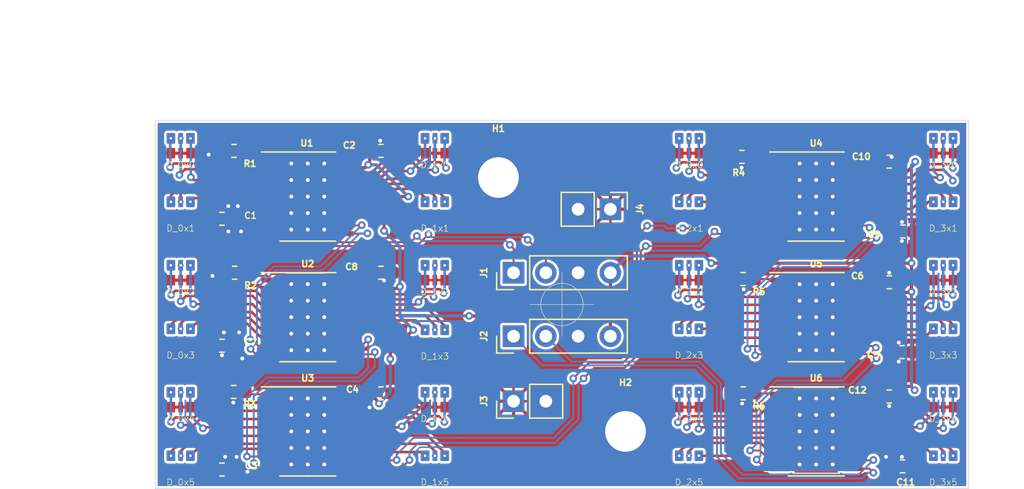
<source format=kicad_pcb>
(kicad_pcb (version 20200119) (host pcbnew "5.99.0-unknown-64d217e~100~ubuntu19.10.1")
  (title_block (date "2020-03-16") (company "s-light.eu - Stefan Krüger"))
  (layers (0 "F.Cu" signal) (31 "B.Cu" signal) (34 "B.Paste" user) (35 "F.Paste" user) (36 "B.SilkS" user) (37 "F.SilkS" user) (38 "B.Mask" user) (39 "F.Mask" user) (44 "Edge.Cuts" user))
  (net 0 "")
  (net 1 "GND")
  (net 2 "VCC")
  (net 3 "/clock_in")
  (net 4 "/data_in")
  (net 5 "/clock_out")
  (net 6 "/data_out")
  (net 7 "Net-(R1-Pad1)")
  (net 8 "Net-(R2-Pad1)")
  (net 9 "Net-(R3-Pad1)")
  (net 10 "Net-(R4-Pad1)")
  (net 11 "Net-(R5-Pad1)")
  (net 12 "Net-(R6-Pad1)")
  (net 13 "/led_1x1_b")
  (net 14 "/led_1x1_g")
  (net 15 "/led_1x1_r")
  (net 16 "/led_0x1_b")
  (net 17 "/led_0x1_g")
  (net 18 "/led_0x1_r")
  (net 19 "/clock_1-2")
  (net 20 "/data_1-2")
  (net 21 "/led_1x0_b")
  (net 22 "/led_1x0_g")
  (net 23 "/led_1x0_r")
  (net 24 "/led_0x0_b")
  (net 25 "/led_0x0_g")
  (net 26 "/led_0x0_r")
  (net 27 "/led_3x1_b")
  (net 28 "/led_3x1_g")
  (net 29 "/led_3x1_r")
  (net 30 "/led_2x1_b")
  (net 31 "/led_2x1_g")
  (net 32 "/led_2x1_r")
  (net 33 "/clock_2-3")
  (net 34 "/data_2-3")
  (net 35 "/led_3x0_b")
  (net 36 "/led_3x0_g")
  (net 37 "/led_3x0_r")
  (net 38 "/led_2x0_b")
  (net 39 "/led_2x0_g")
  (net 40 "/led_2x0_r")
  (net 41 "/led_1x3_b")
  (net 42 "/led_1x3_g")
  (net 43 "/led_1x3_r")
  (net 44 "/led_0x3_b")
  (net 45 "/led_0x3_g")
  (net 46 "/led_0x3_r")
  (net 47 "/clock_3-4")
  (net 48 "/data_3-4")
  (net 49 "/led_1x2_b")
  (net 50 "/led_1x2_g")
  (net 51 "/led_1x2_r")
  (net 52 "/led_0x2_b")
  (net 53 "/led_0x2_g")
  (net 54 "/led_0x2_r")
  (net 55 "/led_3x3_b")
  (net 56 "/led_3x3_g")
  (net 57 "/led_3x3_r")
  (net 58 "/led_2x3_b")
  (net 59 "/led_2x3_g")
  (net 60 "/led_2x3_r")
  (net 61 "/clock_4-5")
  (net 62 "/data_4-5")
  (net 63 "/led_3x2_b")
  (net 64 "/led_3x2_g")
  (net 65 "/led_3x2_r")
  (net 66 "/led_2x2_b")
  (net 67 "/led_2x2_g")
  (net 68 "/led_2x2_r")
  (net 69 "/led_1x5_b")
  (net 70 "/led_1x5_g")
  (net 71 "/led_1x5_r")
  (net 72 "/led_0x5_b")
  (net 73 "/led_0x5_g")
  (net 74 "/led_0x5_r")
  (net 75 "/clock_5-6")
  (net 76 "/data_5-6")
  (net 77 "/led_1x4_b")
  (net 78 "/led_1x4_g")
  (net 79 "/led_1x4_r")
  (net 80 "/led_0x4_b")
  (net 81 "/led_0x4_g")
  (net 82 "/led_0x4_r")
  (net 83 "/led_3x5_b")
  (net 84 "/led_3x5_g")
  (net 85 "/led_3x5_r")
  (net 86 "/led_2x5_b")
  (net 87 "/led_2x5_g")
  (net 88 "/led_2x5_r")
  (net 89 "/led_3x4_b")
  (net 90 "/led_3x4_g")
  (net 91 "/led_3x4_r")
  (net 92 "/led_2x4_b")
  (net 93 "/led_2x4_g")
  (net 94 "/led_2x4_r")
  (net 95 "VCC_LED")
  (module "LEDs_SMD_NICHIA:LED_RGB_0706_1816Metric_ROHM_ThermalVias" (layer "F.Cu") (at 90 92.5)
    (fp_text reference "D_1x1" (at 0 1.5) (layer "F.SilkS") (effects (font (size 0.5 0.5) (thickness 0.05))))
    (fp_text value "LED_RGB")
    (pad "1" thru_hole circle (at -0.77 -0.585) (size 0.45 0.45) (drill 0.2) (layers *.Cu) (net 15 "/led_1x1_r"))
    (pad "3" thru_hole circle (at 0.77 -0.585) (size 0.45 0.45) (drill 0.2) (layers *.Cu) (net 13 "/led_1x1_b"))
    (pad "2" thru_hole circle (at 0 -0.585) (size 0.45 0.45) (drill 0.2) (layers *.Cu) (net 14 "/led_1x1_g"))
    (pad "3" smd roundrect (at 0.77 -0.585) (size 0.67 0.83) (layers "B.Cu") (roundrect_rratio 0.1) (net 13 "/led_1x1_b"))
    (pad "1" smd roundrect (at -0.77 -0.585) (size 0.67 0.83) (layers "B.Cu") (roundrect_rratio 0.1) (net 15 "/led_1x1_r"))
    (pad "2" smd roundrect (at 0 -0.585) (size 0.37 0.83) (layers "B.Cu") (roundrect_rratio 0.1) (net 14 "/led_1x1_g"))
    (pad "6" smd roundrect (at 0.77 0.585) (size 0.67 0.83) (layers "F.Cu" "F.Paste" "F.Mask") (roundrect_rratio 0.1) (net 95 "VCC_LED"))
    (pad "5" smd roundrect (at 0 0.585) (size 0.37 0.83) (layers "F.Cu" "F.Paste" "F.Mask") (roundrect_rratio 0.1) (net 95 "VCC_LED"))
    (pad "4" smd roundrect (at -0.77 0.585) (size 0.67 0.83) (layers "F.Cu" "F.Paste" "F.Mask") (roundrect_rratio 0.1) (net 95 "VCC_LED"))
    (pad "3" smd roundrect (at 0.77 -0.585) (size 0.67 0.83) (layers "F.Cu" "F.Paste" "F.Mask") (roundrect_rratio 0.1) (net 13 "/led_1x1_b"))
    (pad "2" smd roundrect (at 0 -0.585) (size 0.37 0.83) (layers "F.Cu" "F.Paste" "F.Mask") (roundrect_rratio 0.1) (net 14 "/led_1x1_g"))
    (pad "1" smd roundrect (at -0.77 -0.585) (size 0.67 0.83) (layers "F.Cu" "F.Paste" "F.Mask") (roundrect_rratio 0.1) (net 15 "/led_1x1_r"))
  )
  (module "LEDs_SMD_NICHIA:LED_RGB_0706_1816Metric_ROHM_ThermalVias" (layer "F.Cu") (at 130 112.5)
    (fp_text reference "D_3x5" (at 0 1.5) (layer "F.SilkS") (effects (font (size 0.5 0.5) (thickness 0.05))))
    (fp_text value "LED_RGB")
    (pad "1" thru_hole circle (at -0.77 -0.585) (size 0.45 0.45) (drill 0.2) (layers *.Cu) (net 85 "/led_3x5_r"))
    (pad "3" thru_hole circle (at 0.77 -0.585) (size 0.45 0.45) (drill 0.2) (layers *.Cu) (net 83 "/led_3x5_b"))
    (pad "2" thru_hole circle (at 0 -0.585) (size 0.45 0.45) (drill 0.2) (layers *.Cu) (net 84 "/led_3x5_g"))
    (pad "3" smd roundrect (at 0.77 -0.585) (size 0.67 0.83) (layers "B.Cu") (roundrect_rratio 0.1) (net 83 "/led_3x5_b"))
    (pad "1" smd roundrect (at -0.77 -0.585) (size 0.67 0.83) (layers "B.Cu") (roundrect_rratio 0.1) (net 85 "/led_3x5_r"))
    (pad "2" smd roundrect (at 0 -0.585) (size 0.37 0.83) (layers "B.Cu") (roundrect_rratio 0.1) (net 84 "/led_3x5_g"))
    (pad "6" smd roundrect (at 0.77 0.585) (size 0.67 0.83) (layers "F.Cu" "F.Paste" "F.Mask") (roundrect_rratio 0.1) (net 95 "VCC_LED"))
    (pad "5" smd roundrect (at 0 0.585) (size 0.37 0.83) (layers "F.Cu" "F.Paste" "F.Mask") (roundrect_rratio 0.1) (net 95 "VCC_LED"))
    (pad "4" smd roundrect (at -0.77 0.585) (size 0.67 0.83) (layers "F.Cu" "F.Paste" "F.Mask") (roundrect_rratio 0.1) (net 95 "VCC_LED"))
    (pad "3" smd roundrect (at 0.77 -0.585) (size 0.67 0.83) (layers "F.Cu" "F.Paste" "F.Mask") (roundrect_rratio 0.1) (net 83 "/led_3x5_b"))
    (pad "2" smd roundrect (at 0 -0.585) (size 0.37 0.83) (layers "F.Cu" "F.Paste" "F.Mask") (roundrect_rratio 0.1) (net 84 "/led_3x5_g"))
    (pad "1" smd roundrect (at -0.77 -0.585) (size 0.67 0.83) (layers "F.Cu" "F.Paste" "F.Mask") (roundrect_rratio 0.1) (net 85 "/led_3x5_r"))
  )
  (module "LEDs_SMD_NICHIA:LED_RGB_0706_1816Metric_ROHM_ThermalVias" (layer "F.Cu") (at 130 107.5)
    (fp_text reference "D_3x4" (at 0 1.5) (layer "F.SilkS") (effects (font (size 0.5 0.5) (thickness 0.05))))
    (fp_text value "LED_RGB")
    (pad "1" thru_hole circle (at -0.77 -0.585) (size 0.45 0.45) (drill 0.2) (layers *.Cu) (net 91 "/led_3x4_r"))
    (pad "3" thru_hole circle (at 0.77 -0.585) (size 0.45 0.45) (drill 0.2) (layers *.Cu) (net 89 "/led_3x4_b"))
    (pad "2" thru_hole circle (at 0 -0.585) (size 0.45 0.45) (drill 0.2) (layers *.Cu) (net 90 "/led_3x4_g"))
    (pad "3" smd roundrect (at 0.77 -0.585) (size 0.67 0.83) (layers "B.Cu") (roundrect_rratio 0.1) (net 89 "/led_3x4_b"))
    (pad "1" smd roundrect (at -0.77 -0.585) (size 0.67 0.83) (layers "B.Cu") (roundrect_rratio 0.1) (net 91 "/led_3x4_r"))
    (pad "2" smd roundrect (at 0 -0.585) (size 0.37 0.83) (layers "B.Cu") (roundrect_rratio 0.1) (net 90 "/led_3x4_g"))
    (pad "6" smd roundrect (at 0.77 0.585) (size 0.67 0.83) (layers "F.Cu" "F.Paste" "F.Mask") (roundrect_rratio 0.1) (net 95 "VCC_LED"))
    (pad "5" smd roundrect (at 0 0.585) (size 0.37 0.83) (layers "F.Cu" "F.Paste" "F.Mask") (roundrect_rratio 0.1) (net 95 "VCC_LED"))
    (pad "4" smd roundrect (at -0.77 0.585) (size 0.67 0.83) (layers "F.Cu" "F.Paste" "F.Mask") (roundrect_rratio 0.1) (net 95 "VCC_LED"))
    (pad "3" smd roundrect (at 0.77 -0.585) (size 0.67 0.83) (layers "F.Cu" "F.Paste" "F.Mask") (roundrect_rratio 0.1) (net 89 "/led_3x4_b"))
    (pad "2" smd roundrect (at 0 -0.585) (size 0.37 0.83) (layers "F.Cu" "F.Paste" "F.Mask") (roundrect_rratio 0.1) (net 90 "/led_3x4_g"))
    (pad "1" smd roundrect (at -0.77 -0.585) (size 0.67 0.83) (layers "F.Cu" "F.Paste" "F.Mask") (roundrect_rratio 0.1) (net 91 "/led_3x4_r"))
  )
  (module "LEDs_SMD_NICHIA:LED_RGB_0706_1816Metric_ROHM_ThermalVias" (layer "F.Cu") (at 130 102.5)
    (fp_text reference "D_3x3" (at 0 1.5) (layer "F.SilkS") (effects (font (size 0.5 0.5) (thickness 0.05))))
    (fp_text value "LED_RGB")
    (pad "1" thru_hole circle (at -0.77 -0.585) (size 0.45 0.45) (drill 0.2) (layers *.Cu) (net 57 "/led_3x3_r"))
    (pad "3" thru_hole circle (at 0.77 -0.585) (size 0.45 0.45) (drill 0.2) (layers *.Cu) (net 55 "/led_3x3_b"))
    (pad "2" thru_hole circle (at 0 -0.585) (size 0.45 0.45) (drill 0.2) (layers *.Cu) (net 56 "/led_3x3_g"))
    (pad "3" smd roundrect (at 0.77 -0.585) (size 0.67 0.83) (layers "B.Cu") (roundrect_rratio 0.1) (net 55 "/led_3x3_b"))
    (pad "1" smd roundrect (at -0.77 -0.585) (size 0.67 0.83) (layers "B.Cu") (roundrect_rratio 0.1) (net 57 "/led_3x3_r"))
    (pad "2" smd roundrect (at 0 -0.585) (size 0.37 0.83) (layers "B.Cu") (roundrect_rratio 0.1) (net 56 "/led_3x3_g"))
    (pad "6" smd roundrect (at 0.77 0.585) (size 0.67 0.83) (layers "F.Cu" "F.Paste" "F.Mask") (roundrect_rratio 0.1) (net 95 "VCC_LED"))
    (pad "5" smd roundrect (at 0 0.585) (size 0.37 0.83) (layers "F.Cu" "F.Paste" "F.Mask") (roundrect_rratio 0.1) (net 95 "VCC_LED"))
    (pad "4" smd roundrect (at -0.77 0.585) (size 0.67 0.83) (layers "F.Cu" "F.Paste" "F.Mask") (roundrect_rratio 0.1) (net 95 "VCC_LED"))
    (pad "3" smd roundrect (at 0.77 -0.585) (size 0.67 0.83) (layers "F.Cu" "F.Paste" "F.Mask") (roundrect_rratio 0.1) (net 55 "/led_3x3_b"))
    (pad "2" smd roundrect (at 0 -0.585) (size 0.37 0.83) (layers "F.Cu" "F.Paste" "F.Mask") (roundrect_rratio 0.1) (net 56 "/led_3x3_g"))
    (pad "1" smd roundrect (at -0.77 -0.585) (size 0.67 0.83) (layers "F.Cu" "F.Paste" "F.Mask") (roundrect_rratio 0.1) (net 57 "/led_3x3_r"))
  )
  (module "LEDs_SMD_NICHIA:LED_RGB_0706_1816Metric_ROHM_ThermalVias" (layer "F.Cu") (at 130 97.5)
    (fp_text reference "D_3x2" (at 0 1.5) (layer "F.SilkS") (effects (font (size 0.5 0.5) (thickness 0.05))))
    (fp_text value "LED_RGB")
    (pad "1" thru_hole circle (at -0.77 -0.585) (size 0.45 0.45) (drill 0.2) (layers *.Cu) (net 65 "/led_3x2_r"))
    (pad "3" thru_hole circle (at 0.77 -0.585) (size 0.45 0.45) (drill 0.2) (layers *.Cu) (net 63 "/led_3x2_b"))
    (pad "2" thru_hole circle (at 0 -0.585) (size 0.45 0.45) (drill 0.2) (layers *.Cu) (net 64 "/led_3x2_g"))
    (pad "3" smd roundrect (at 0.77 -0.585) (size 0.67 0.83) (layers "B.Cu") (roundrect_rratio 0.1) (net 63 "/led_3x2_b"))
    (pad "1" smd roundrect (at -0.77 -0.585) (size 0.67 0.83) (layers "B.Cu") (roundrect_rratio 0.1) (net 65 "/led_3x2_r"))
    (pad "2" smd roundrect (at 0 -0.585) (size 0.37 0.83) (layers "B.Cu") (roundrect_rratio 0.1) (net 64 "/led_3x2_g"))
    (pad "6" smd roundrect (at 0.77 0.585) (size 0.67 0.83) (layers "F.Cu" "F.Paste" "F.Mask") (roundrect_rratio 0.1) (net 95 "VCC_LED"))
    (pad "5" smd roundrect (at 0 0.585) (size 0.37 0.83) (layers "F.Cu" "F.Paste" "F.Mask") (roundrect_rratio 0.1) (net 95 "VCC_LED"))
    (pad "4" smd roundrect (at -0.77 0.585) (size 0.67 0.83) (layers "F.Cu" "F.Paste" "F.Mask") (roundrect_rratio 0.1) (net 95 "VCC_LED"))
    (pad "3" smd roundrect (at 0.77 -0.585) (size 0.67 0.83) (layers "F.Cu" "F.Paste" "F.Mask") (roundrect_rratio 0.1) (net 63 "/led_3x2_b"))
    (pad "2" smd roundrect (at 0 -0.585) (size 0.37 0.83) (layers "F.Cu" "F.Paste" "F.Mask") (roundrect_rratio 0.1) (net 64 "/led_3x2_g"))
    (pad "1" smd roundrect (at -0.77 -0.585) (size 0.67 0.83) (layers "F.Cu" "F.Paste" "F.Mask") (roundrect_rratio 0.1) (net 65 "/led_3x2_r"))
  )
  (module "LEDs_SMD_NICHIA:LED_RGB_0706_1816Metric_ROHM_ThermalVias" (layer "F.Cu") (at 130 92.5)
    (fp_text reference "D_3x1" (at 0 1.5) (layer "F.SilkS") (effects (font (size 0.5 0.5) (thickness 0.05))))
    (fp_text value "LED_RGB")
    (pad "1" thru_hole circle (at -0.77 -0.585) (size 0.45 0.45) (drill 0.2) (layers *.Cu) (net 29 "/led_3x1_r"))
    (pad "3" thru_hole circle (at 0.77 -0.585) (size 0.45 0.45) (drill 0.2) (layers *.Cu) (net 27 "/led_3x1_b"))
    (pad "2" thru_hole circle (at 0 -0.585) (size 0.45 0.45) (drill 0.2) (layers *.Cu) (net 28 "/led_3x1_g"))
    (pad "3" smd roundrect (at 0.77 -0.585) (size 0.67 0.83) (layers "B.Cu") (roundrect_rratio 0.1) (net 27 "/led_3x1_b"))
    (pad "1" smd roundrect (at -0.77 -0.585) (size 0.67 0.83) (layers "B.Cu") (roundrect_rratio 0.1) (net 29 "/led_3x1_r"))
    (pad "2" smd roundrect (at 0 -0.585) (size 0.37 0.83) (layers "B.Cu") (roundrect_rratio 0.1) (net 28 "/led_3x1_g"))
    (pad "6" smd roundrect (at 0.77 0.585) (size 0.67 0.83) (layers "F.Cu" "F.Paste" "F.Mask") (roundrect_rratio 0.1) (net 95 "VCC_LED"))
    (pad "5" smd roundrect (at 0 0.585) (size 0.37 0.83) (layers "F.Cu" "F.Paste" "F.Mask") (roundrect_rratio 0.1) (net 95 "VCC_LED"))
    (pad "4" smd roundrect (at -0.77 0.585) (size 0.67 0.83) (layers "F.Cu" "F.Paste" "F.Mask") (roundrect_rratio 0.1) (net 95 "VCC_LED"))
    (pad "3" smd roundrect (at 0.77 -0.585) (size 0.67 0.83) (layers "F.Cu" "F.Paste" "F.Mask") (roundrect_rratio 0.1) (net 27 "/led_3x1_b"))
    (pad "2" smd roundrect (at 0 -0.585) (size 0.37 0.83) (layers "F.Cu" "F.Paste" "F.Mask") (roundrect_rratio 0.1) (net 28 "/led_3x1_g"))
    (pad "1" smd roundrect (at -0.77 -0.585) (size 0.67 0.83) (layers "F.Cu" "F.Paste" "F.Mask") (roundrect_rratio 0.1) (net 29 "/led_3x1_r"))
  )
  (module "LEDs_SMD_NICHIA:LED_RGB_0706_1816Metric_ROHM_ThermalVias" (layer "F.Cu") (at 130 87.5)
    (fp_text reference "D_3x0" (at 0 1.5) (layer "F.SilkS") (effects (font (size 0.5 0.5) (thickness 0.05))))
    (fp_text value "LED_RGB")
    (pad "1" thru_hole circle (at -0.77 -0.585) (size 0.45 0.45) (drill 0.2) (layers *.Cu) (net 37 "/led_3x0_r"))
    (pad "3" thru_hole circle (at 0.77 -0.585) (size 0.45 0.45) (drill 0.2) (layers *.Cu) (net 35 "/led_3x0_b"))
    (pad "2" thru_hole circle (at 0 -0.585) (size 0.45 0.45) (drill 0.2) (layers *.Cu) (net 36 "/led_3x0_g"))
    (pad "3" smd roundrect (at 0.77 -0.585) (size 0.67 0.83) (layers "B.Cu") (roundrect_rratio 0.1) (net 35 "/led_3x0_b"))
    (pad "1" smd roundrect (at -0.77 -0.585) (size 0.67 0.83) (layers "B.Cu") (roundrect_rratio 0.1) (net 37 "/led_3x0_r"))
    (pad "2" smd roundrect (at 0 -0.585) (size 0.37 0.83) (layers "B.Cu") (roundrect_rratio 0.1) (net 36 "/led_3x0_g"))
    (pad "6" smd roundrect (at 0.77 0.585) (size 0.67 0.83) (layers "F.Cu" "F.Paste" "F.Mask") (roundrect_rratio 0.1) (net 95 "VCC_LED"))
    (pad "5" smd roundrect (at 0 0.585) (size 0.37 0.83) (layers "F.Cu" "F.Paste" "F.Mask") (roundrect_rratio 0.1) (net 95 "VCC_LED"))
    (pad "4" smd roundrect (at -0.77 0.585) (size 0.67 0.83) (layers "F.Cu" "F.Paste" "F.Mask") (roundrect_rratio 0.1) (net 95 "VCC_LED"))
    (pad "3" smd roundrect (at 0.77 -0.585) (size 0.67 0.83) (layers "F.Cu" "F.Paste" "F.Mask") (roundrect_rratio 0.1) (net 35 "/led_3x0_b"))
    (pad "2" smd roundrect (at 0 -0.585) (size 0.37 0.83) (layers "F.Cu" "F.Paste" "F.Mask") (roundrect_rratio 0.1) (net 36 "/led_3x0_g"))
    (pad "1" smd roundrect (at -0.77 -0.585) (size 0.67 0.83) (layers "F.Cu" "F.Paste" "F.Mask") (roundrect_rratio 0.1) (net 37 "/led_3x0_r"))
  )
  (module "LEDs_SMD_NICHIA:LED_RGB_0706_1816Metric_ROHM_ThermalVias" (layer "F.Cu") (at 110 112.5)
    (fp_text reference "D_2x5" (at 0 1.5) (layer "F.SilkS") (effects (font (size 0.5 0.5) (thickness 0.05))))
    (fp_text value "LED_RGB")
    (pad "1" thru_hole circle (at -0.77 -0.585) (size 0.45 0.45) (drill 0.2) (layers *.Cu) (net 88 "/led_2x5_r"))
    (pad "3" thru_hole circle (at 0.77 -0.585) (size 0.45 0.45) (drill 0.2) (layers *.Cu) (net 86 "/led_2x5_b"))
    (pad "2" thru_hole circle (at 0 -0.585) (size 0.45 0.45) (drill 0.2) (layers *.Cu) (net 87 "/led_2x5_g"))
    (pad "3" smd roundrect (at 0.77 -0.585) (size 0.67 0.83) (layers "B.Cu") (roundrect_rratio 0.1) (net 86 "/led_2x5_b"))
    (pad "1" smd roundrect (at -0.77 -0.585) (size 0.67 0.83) (layers "B.Cu") (roundrect_rratio 0.1) (net 88 "/led_2x5_r"))
    (pad "2" smd roundrect (at 0 -0.585) (size 0.37 0.83) (layers "B.Cu") (roundrect_rratio 0.1) (net 87 "/led_2x5_g"))
    (pad "6" smd roundrect (at 0.77 0.585) (size 0.67 0.83) (layers "F.Cu" "F.Paste" "F.Mask") (roundrect_rratio 0.1) (net 95 "VCC_LED"))
    (pad "5" smd roundrect (at 0 0.585) (size 0.37 0.83) (layers "F.Cu" "F.Paste" "F.Mask") (roundrect_rratio 0.1) (net 95 "VCC_LED"))
    (pad "4" smd roundrect (at -0.77 0.585) (size 0.67 0.83) (layers "F.Cu" "F.Paste" "F.Mask") (roundrect_rratio 0.1) (net 95 "VCC_LED"))
    (pad "3" smd roundrect (at 0.77 -0.585) (size 0.67 0.83) (layers "F.Cu" "F.Paste" "F.Mask") (roundrect_rratio 0.1) (net 86 "/led_2x5_b"))
    (pad "2" smd roundrect (at 0 -0.585) (size 0.37 0.83) (layers "F.Cu" "F.Paste" "F.Mask") (roundrect_rratio 0.1) (net 87 "/led_2x5_g"))
    (pad "1" smd roundrect (at -0.77 -0.585) (size 0.67 0.83) (layers "F.Cu" "F.Paste" "F.Mask") (roundrect_rratio 0.1) (net 88 "/led_2x5_r"))
  )
  (module "LEDs_SMD_NICHIA:LED_RGB_0706_1816Metric_ROHM_ThermalVias" (layer "F.Cu") (at 110 107.5)
    (fp_text reference "D_2x4" (at 0 1.5) (layer "F.SilkS") (effects (font (size 0.5 0.5) (thickness 0.05))))
    (fp_text value "LED_RGB")
    (pad "1" thru_hole circle (at -0.77 -0.585) (size 0.45 0.45) (drill 0.2) (layers *.Cu) (net 94 "/led_2x4_r"))
    (pad "3" thru_hole circle (at 0.77 -0.585) (size 0.45 0.45) (drill 0.2) (layers *.Cu) (net 92 "/led_2x4_b"))
    (pad "2" thru_hole circle (at 0 -0.585) (size 0.45 0.45) (drill 0.2) (layers *.Cu) (net 93 "/led_2x4_g"))
    (pad "3" smd roundrect (at 0.77 -0.585) (size 0.67 0.83) (layers "B.Cu") (roundrect_rratio 0.1) (net 92 "/led_2x4_b"))
    (pad "1" smd roundrect (at -0.77 -0.585) (size 0.67 0.83) (layers "B.Cu") (roundrect_rratio 0.1) (net 94 "/led_2x4_r"))
    (pad "2" smd roundrect (at 0 -0.585) (size 0.37 0.83) (layers "B.Cu") (roundrect_rratio 0.1) (net 93 "/led_2x4_g"))
    (pad "6" smd roundrect (at 0.77 0.585) (size 0.67 0.83) (layers "F.Cu" "F.Paste" "F.Mask") (roundrect_rratio 0.1) (net 95 "VCC_LED"))
    (pad "5" smd roundrect (at 0 0.585) (size 0.37 0.83) (layers "F.Cu" "F.Paste" "F.Mask") (roundrect_rratio 0.1) (net 95 "VCC_LED"))
    (pad "4" smd roundrect (at -0.77 0.585) (size 0.67 0.83) (layers "F.Cu" "F.Paste" "F.Mask") (roundrect_rratio 0.1) (net 95 "VCC_LED"))
    (pad "3" smd roundrect (at 0.77 -0.585) (size 0.67 0.83) (layers "F.Cu" "F.Paste" "F.Mask") (roundrect_rratio 0.1) (net 92 "/led_2x4_b"))
    (pad "2" smd roundrect (at 0 -0.585) (size 0.37 0.83) (layers "F.Cu" "F.Paste" "F.Mask") (roundrect_rratio 0.1) (net 93 "/led_2x4_g"))
    (pad "1" smd roundrect (at -0.77 -0.585) (size 0.67 0.83) (layers "F.Cu" "F.Paste" "F.Mask") (roundrect_rratio 0.1) (net 94 "/led_2x4_r"))
  )
  (module "LEDs_SMD_NICHIA:LED_RGB_0706_1816Metric_ROHM_ThermalVias" (layer "F.Cu") (at 110 102.5)
    (fp_text reference "D_2x3" (at 0 1.5) (layer "F.SilkS") (effects (font (size 0.5 0.5) (thickness 0.05))))
    (fp_text value "LED_RGB")
    (pad "1" thru_hole circle (at -0.77 -0.585) (size 0.45 0.45) (drill 0.2) (layers *.Cu) (net 60 "/led_2x3_r"))
    (pad "3" thru_hole circle (at 0.77 -0.585) (size 0.45 0.45) (drill 0.2) (layers *.Cu) (net 58 "/led_2x3_b"))
    (pad "2" thru_hole circle (at 0 -0.585) (size 0.45 0.45) (drill 0.2) (layers *.Cu) (net 59 "/led_2x3_g"))
    (pad "3" smd roundrect (at 0.77 -0.585) (size 0.67 0.83) (layers "B.Cu") (roundrect_rratio 0.1) (net 58 "/led_2x3_b"))
    (pad "1" smd roundrect (at -0.77 -0.585) (size 0.67 0.83) (layers "B.Cu") (roundrect_rratio 0.1) (net 60 "/led_2x3_r"))
    (pad "2" smd roundrect (at 0 -0.585) (size 0.37 0.83) (layers "B.Cu") (roundrect_rratio 0.1) (net 59 "/led_2x3_g"))
    (pad "6" smd roundrect (at 0.77 0.585) (size 0.67 0.83) (layers "F.Cu" "F.Paste" "F.Mask") (roundrect_rratio 0.1) (net 95 "VCC_LED"))
    (pad "5" smd roundrect (at 0 0.585) (size 0.37 0.83) (layers "F.Cu" "F.Paste" "F.Mask") (roundrect_rratio 0.1) (net 95 "VCC_LED"))
    (pad "4" smd roundrect (at -0.77 0.585) (size 0.67 0.83) (layers "F.Cu" "F.Paste" "F.Mask") (roundrect_rratio 0.1) (net 95 "VCC_LED"))
    (pad "3" smd roundrect (at 0.77 -0.585) (size 0.67 0.83) (layers "F.Cu" "F.Paste" "F.Mask") (roundrect_rratio 0.1) (net 58 "/led_2x3_b"))
    (pad "2" smd roundrect (at 0 -0.585) (size 0.37 0.83) (layers "F.Cu" "F.Paste" "F.Mask") (roundrect_rratio 0.1) (net 59 "/led_2x3_g"))
    (pad "1" smd roundrect (at -0.77 -0.585) (size 0.67 0.83) (layers "F.Cu" "F.Paste" "F.Mask") (roundrect_rratio 0.1) (net 60 "/led_2x3_r"))
  )
  (module "LEDs_SMD_NICHIA:LED_RGB_0706_1816Metric_ROHM_ThermalVias" (layer "F.Cu") (at 110 97.5)
    (fp_text reference "D_2x2" (at 0 1.5) (layer "F.SilkS") (effects (font (size 0.5 0.5) (thickness 0.05))))
    (fp_text value "LED_RGB")
    (pad "1" thru_hole circle (at -0.77 -0.585) (size 0.45 0.45) (drill 0.2) (layers *.Cu) (net 68 "/led_2x2_r"))
    (pad "3" thru_hole circle (at 0.77 -0.585) (size 0.45 0.45) (drill 0.2) (layers *.Cu) (net 66 "/led_2x2_b"))
    (pad "2" thru_hole circle (at 0 -0.585) (size 0.45 0.45) (drill 0.2) (layers *.Cu) (net 67 "/led_2x2_g"))
    (pad "3" smd roundrect (at 0.77 -0.585) (size 0.67 0.83) (layers "B.Cu") (roundrect_rratio 0.1) (net 66 "/led_2x2_b"))
    (pad "1" smd roundrect (at -0.77 -0.585) (size 0.67 0.83) (layers "B.Cu") (roundrect_rratio 0.1) (net 68 "/led_2x2_r"))
    (pad "2" smd roundrect (at 0 -0.585) (size 0.37 0.83) (layers "B.Cu") (roundrect_rratio 0.1) (net 67 "/led_2x2_g"))
    (pad "6" smd roundrect (at 0.77 0.585) (size 0.67 0.83) (layers "F.Cu" "F.Paste" "F.Mask") (roundrect_rratio 0.1) (net 95 "VCC_LED"))
    (pad "5" smd roundrect (at 0 0.585) (size 0.37 0.83) (layers "F.Cu" "F.Paste" "F.Mask") (roundrect_rratio 0.1) (net 95 "VCC_LED"))
    (pad "4" smd roundrect (at -0.77 0.585) (size 0.67 0.83) (layers "F.Cu" "F.Paste" "F.Mask") (roundrect_rratio 0.1) (net 95 "VCC_LED"))
    (pad "3" smd roundrect (at 0.77 -0.585) (size 0.67 0.83) (layers "F.Cu" "F.Paste" "F.Mask") (roundrect_rratio 0.1) (net 66 "/led_2x2_b"))
    (pad "2" smd roundrect (at 0 -0.585) (size 0.37 0.83) (layers "F.Cu" "F.Paste" "F.Mask") (roundrect_rratio 0.1) (net 67 "/led_2x2_g"))
    (pad "1" smd roundrect (at -0.77 -0.585) (size 0.67 0.83) (layers "F.Cu" "F.Paste" "F.Mask") (roundrect_rratio 0.1) (net 68 "/led_2x2_r"))
  )
  (module "LEDs_SMD_NICHIA:LED_RGB_0706_1816Metric_ROHM_ThermalVias" (layer "F.Cu") (at 110 92.5)
    (fp_text reference "D_2x1" (at 0 1.5) (layer "F.SilkS") (effects (font (size 0.5 0.5) (thickness 0.05))))
    (fp_text value "LED_RGB")
    (pad "1" thru_hole circle (at -0.77 -0.585) (size 0.45 0.45) (drill 0.2) (layers *.Cu) (net 32 "/led_2x1_r"))
    (pad "3" thru_hole circle (at 0.77 -0.585) (size 0.45 0.45) (drill 0.2) (layers *.Cu) (net 30 "/led_2x1_b"))
    (pad "2" thru_hole circle (at 0 -0.585) (size 0.45 0.45) (drill 0.2) (layers *.Cu) (net 31 "/led_2x1_g"))
    (pad "3" smd roundrect (at 0.77 -0.585) (size 0.67 0.83) (layers "B.Cu") (roundrect_rratio 0.1) (net 30 "/led_2x1_b"))
    (pad "1" smd roundrect (at -0.77 -0.585) (size 0.67 0.83) (layers "B.Cu") (roundrect_rratio 0.1) (net 32 "/led_2x1_r"))
    (pad "2" smd roundrect (at 0 -0.585) (size 0.37 0.83) (layers "B.Cu") (roundrect_rratio 0.1) (net 31 "/led_2x1_g"))
    (pad "6" smd roundrect (at 0.77 0.585) (size 0.67 0.83) (layers "F.Cu" "F.Paste" "F.Mask") (roundrect_rratio 0.1) (net 95 "VCC_LED"))
    (pad "5" smd roundrect (at 0 0.585) (size 0.37 0.83) (layers "F.Cu" "F.Paste" "F.Mask") (roundrect_rratio 0.1) (net 95 "VCC_LED"))
    (pad "4" smd roundrect (at -0.77 0.585) (size 0.67 0.83) (layers "F.Cu" "F.Paste" "F.Mask") (roundrect_rratio 0.1) (net 95 "VCC_LED"))
    (pad "3" smd roundrect (at 0.77 -0.585) (size 0.67 0.83) (layers "F.Cu" "F.Paste" "F.Mask") (roundrect_rratio 0.1) (net 30 "/led_2x1_b"))
    (pad "2" smd roundrect (at 0 -0.585) (size 0.37 0.83) (layers "F.Cu" "F.Paste" "F.Mask") (roundrect_rratio 0.1) (net 31 "/led_2x1_g"))
    (pad "1" smd roundrect (at -0.77 -0.585) (size 0.67 0.83) (layers "F.Cu" "F.Paste" "F.Mask") (roundrect_rratio 0.1) (net 32 "/led_2x1_r"))
  )
  (module "LEDs_SMD_NICHIA:LED_RGB_0706_1816Metric_ROHM_ThermalVias" (layer "F.Cu") (at 110 87.5)
    (fp_text reference "D_2x0" (at 0 1.5) (layer "F.SilkS") (effects (font (size 0.5 0.5) (thickness 0.05))))
    (fp_text value "LED_RGB")
    (pad "1" thru_hole circle (at -0.77 -0.585) (size 0.45 0.45) (drill 0.2) (layers *.Cu) (net 40 "/led_2x0_r"))
    (pad "3" thru_hole circle (at 0.77 -0.585) (size 0.45 0.45) (drill 0.2) (layers *.Cu) (net 38 "/led_2x0_b"))
    (pad "2" thru_hole circle (at 0 -0.585) (size 0.45 0.45) (drill 0.2) (layers *.Cu) (net 39 "/led_2x0_g"))
    (pad "3" smd roundrect (at 0.77 -0.585) (size 0.67 0.83) (layers "B.Cu") (roundrect_rratio 0.1) (net 38 "/led_2x0_b"))
    (pad "1" smd roundrect (at -0.77 -0.585) (size 0.67 0.83) (layers "B.Cu") (roundrect_rratio 0.1) (net 40 "/led_2x0_r"))
    (pad "2" smd roundrect (at 0 -0.585) (size 0.37 0.83) (layers "B.Cu") (roundrect_rratio 0.1) (net 39 "/led_2x0_g"))
    (pad "6" smd roundrect (at 0.77 0.585) (size 0.67 0.83) (layers "F.Cu" "F.Paste" "F.Mask") (roundrect_rratio 0.1) (net 95 "VCC_LED"))
    (pad "5" smd roundrect (at 0 0.585) (size 0.37 0.83) (layers "F.Cu" "F.Paste" "F.Mask") (roundrect_rratio 0.1) (net 95 "VCC_LED"))
    (pad "4" smd roundrect (at -0.77 0.585) (size 0.67 0.83) (layers "F.Cu" "F.Paste" "F.Mask") (roundrect_rratio 0.1) (net 95 "VCC_LED"))
    (pad "3" smd roundrect (at 0.77 -0.585) (size 0.67 0.83) (layers "F.Cu" "F.Paste" "F.Mask") (roundrect_rratio 0.1) (net 38 "/led_2x0_b"))
    (pad "2" smd roundrect (at 0 -0.585) (size 0.37 0.83) (layers "F.Cu" "F.Paste" "F.Mask") (roundrect_rratio 0.1) (net 39 "/led_2x0_g"))
    (pad "1" smd roundrect (at -0.77 -0.585) (size 0.67 0.83) (layers "F.Cu" "F.Paste" "F.Mask") (roundrect_rratio 0.1) (net 40 "/led_2x0_r"))
  )
  (module "LEDs_SMD_NICHIA:LED_RGB_0706_1816Metric_ROHM_ThermalVias" (layer "F.Cu") (at 90 112.5)
    (fp_text reference "D_1x5" (at 0 1.5) (layer "F.SilkS") (effects (font (size 0.5 0.5) (thickness 0.05))))
    (fp_text value "LED_RGB")
    (pad "1" thru_hole circle (at -0.77 -0.585) (size 0.45 0.45) (drill 0.2) (layers *.Cu) (net 71 "/led_1x5_r"))
    (pad "3" thru_hole circle (at 0.77 -0.585) (size 0.45 0.45) (drill 0.2) (layers *.Cu) (net 69 "/led_1x5_b"))
    (pad "2" thru_hole circle (at 0 -0.585) (size 0.45 0.45) (drill 0.2) (layers *.Cu) (net 70 "/led_1x5_g"))
    (pad "3" smd roundrect (at 0.77 -0.585) (size 0.67 0.83) (layers "B.Cu") (roundrect_rratio 0.1) (net 69 "/led_1x5_b"))
    (pad "1" smd roundrect (at -0.77 -0.585) (size 0.67 0.83) (layers "B.Cu") (roundrect_rratio 0.1) (net 71 "/led_1x5_r"))
    (pad "2" smd roundrect (at 0 -0.585) (size 0.37 0.83) (layers "B.Cu") (roundrect_rratio 0.1) (net 70 "/led_1x5_g"))
    (pad "6" smd roundrect (at 0.77 0.585) (size 0.67 0.83) (layers "F.Cu" "F.Paste" "F.Mask") (roundrect_rratio 0.1) (net 95 "VCC_LED"))
    (pad "5" smd roundrect (at 0 0.585) (size 0.37 0.83) (layers "F.Cu" "F.Paste" "F.Mask") (roundrect_rratio 0.1) (net 95 "VCC_LED"))
    (pad "4" smd roundrect (at -0.77 0.585) (size 0.67 0.83) (layers "F.Cu" "F.Paste" "F.Mask") (roundrect_rratio 0.1) (net 95 "VCC_LED"))
    (pad "3" smd roundrect (at 0.77 -0.585) (size 0.67 0.83) (layers "F.Cu" "F.Paste" "F.Mask") (roundrect_rratio 0.1) (net 69 "/led_1x5_b"))
    (pad "2" smd roundrect (at 0 -0.585) (size 0.37 0.83) (layers "F.Cu" "F.Paste" "F.Mask") (roundrect_rratio 0.1) (net 70 "/led_1x5_g"))
    (pad "1" smd roundrect (at -0.77 -0.585) (size 0.67 0.83) (layers "F.Cu" "F.Paste" "F.Mask") (roundrect_rratio 0.1) (net 71 "/led_1x5_r"))
  )
  (module "LEDs_SMD_NICHIA:LED_RGB_0706_1816Metric_ROHM_ThermalVias" (layer "F.Cu") (at 90 107.5)
    (fp_text reference "D_1x4" (at 0 1.5) (layer "F.SilkS") (effects (font (size 0.5 0.5) (thickness 0.05))))
    (fp_text value "LED_RGB")
    (pad "1" thru_hole circle (at -0.77 -0.585) (size 0.45 0.45) (drill 0.2) (layers *.Cu) (net 79 "/led_1x4_r"))
    (pad "3" thru_hole circle (at 0.77 -0.585) (size 0.45 0.45) (drill 0.2) (layers *.Cu) (net 77 "/led_1x4_b"))
    (pad "2" thru_hole circle (at 0 -0.585) (size 0.45 0.45) (drill 0.2) (layers *.Cu) (net 78 "/led_1x4_g"))
    (pad "3" smd roundrect (at 0.77 -0.585) (size 0.67 0.83) (layers "B.Cu") (roundrect_rratio 0.1) (net 77 "/led_1x4_b"))
    (pad "1" smd roundrect (at -0.77 -0.585) (size 0.67 0.83) (layers "B.Cu") (roundrect_rratio 0.1) (net 79 "/led_1x4_r"))
    (pad "2" smd roundrect (at 0 -0.585) (size 0.37 0.83) (layers "B.Cu") (roundrect_rratio 0.1) (net 78 "/led_1x4_g"))
    (pad "6" smd roundrect (at 0.77 0.585) (size 0.67 0.83) (layers "F.Cu" "F.Paste" "F.Mask") (roundrect_rratio 0.1) (net 95 "VCC_LED"))
    (pad "5" smd roundrect (at 0 0.585) (size 0.37 0.83) (layers "F.Cu" "F.Paste" "F.Mask") (roundrect_rratio 0.1) (net 95 "VCC_LED"))
    (pad "4" smd roundrect (at -0.77 0.585) (size 0.67 0.83) (layers "F.Cu" "F.Paste" "F.Mask") (roundrect_rratio 0.1) (net 95 "VCC_LED"))
    (pad "3" smd roundrect (at 0.77 -0.585) (size 0.67 0.83) (layers "F.Cu" "F.Paste" "F.Mask") (roundrect_rratio 0.1) (net 77 "/led_1x4_b"))
    (pad "2" smd roundrect (at 0 -0.585) (size 0.37 0.83) (layers "F.Cu" "F.Paste" "F.Mask") (roundrect_rratio 0.1) (net 78 "/led_1x4_g"))
    (pad "1" smd roundrect (at -0.77 -0.585) (size 0.67 0.83) (layers "F.Cu" "F.Paste" "F.Mask") (roundrect_rratio 0.1) (net 79 "/led_1x4_r"))
  )
  (module "LEDs_SMD_NICHIA:LED_RGB_0706_1816Metric_ROHM_ThermalVias" (layer "F.Cu") (at 90 102.585)
    (fp_text reference "D_1x3" (at 0 1.5) (layer "F.SilkS") (effects (font (size 0.5 0.5) (thickness 0.05))))
    (fp_text value "LED_RGB")
    (pad "1" thru_hole circle (at -0.77 -0.585) (size 0.45 0.45) (drill 0.2) (layers *.Cu) (net 43 "/led_1x3_r"))
    (pad "3" thru_hole circle (at 0.77 -0.585) (size 0.45 0.45) (drill 0.2) (layers *.Cu) (net 41 "/led_1x3_b"))
    (pad "2" thru_hole circle (at 0 -0.585) (size 0.45 0.45) (drill 0.2) (layers *.Cu) (net 42 "/led_1x3_g"))
    (pad "3" smd roundrect (at 0.77 -0.585) (size 0.67 0.83) (layers "B.Cu") (roundrect_rratio 0.1) (net 41 "/led_1x3_b"))
    (pad "1" smd roundrect (at -0.77 -0.585) (size 0.67 0.83) (layers "B.Cu") (roundrect_rratio 0.1) (net 43 "/led_1x3_r"))
    (pad "2" smd roundrect (at 0 -0.585) (size 0.37 0.83) (layers "B.Cu") (roundrect_rratio 0.1) (net 42 "/led_1x3_g"))
    (pad "6" smd roundrect (at 0.77 0.585) (size 0.67 0.83) (layers "F.Cu" "F.Paste" "F.Mask") (roundrect_rratio 0.1) (net 95 "VCC_LED"))
    (pad "5" smd roundrect (at 0 0.585) (size 0.37 0.83) (layers "F.Cu" "F.Paste" "F.Mask") (roundrect_rratio 0.1) (net 95 "VCC_LED"))
    (pad "4" smd roundrect (at -0.77 0.585) (size 0.67 0.83) (layers "F.Cu" "F.Paste" "F.Mask") (roundrect_rratio 0.1) (net 95 "VCC_LED"))
    (pad "3" smd roundrect (at 0.77 -0.585) (size 0.67 0.83) (layers "F.Cu" "F.Paste" "F.Mask") (roundrect_rratio 0.1) (net 41 "/led_1x3_b"))
    (pad "2" smd roundrect (at 0 -0.585) (size 0.37 0.83) (layers "F.Cu" "F.Paste" "F.Mask") (roundrect_rratio 0.1) (net 42 "/led_1x3_g"))
    (pad "1" smd roundrect (at -0.77 -0.585) (size 0.67 0.83) (layers "F.Cu" "F.Paste" "F.Mask") (roundrect_rratio 0.1) (net 43 "/led_1x3_r"))
  )
  (module "LEDs_SMD_NICHIA:LED_RGB_0706_1816Metric_ROHM_ThermalVias" (layer "F.Cu") (at 90 97.5)
    (fp_text reference "D_1x2" (at 0 1.5) (layer "F.SilkS") (effects (font (size 0.5 0.5) (thickness 0.05))))
    (fp_text value "LED_RGB")
    (pad "1" thru_hole circle (at -0.77 -0.585) (size 0.45 0.45) (drill 0.2) (layers *.Cu) (net 51 "/led_1x2_r"))
    (pad "3" thru_hole circle (at 0.77 -0.585) (size 0.45 0.45) (drill 0.2) (layers *.Cu) (net 49 "/led_1x2_b"))
    (pad "2" thru_hole circle (at 0 -0.585) (size 0.45 0.45) (drill 0.2) (layers *.Cu) (net 50 "/led_1x2_g"))
    (pad "3" smd roundrect (at 0.77 -0.585) (size 0.67 0.83) (layers "B.Cu") (roundrect_rratio 0.1) (net 49 "/led_1x2_b"))
    (pad "1" smd roundrect (at -0.77 -0.585) (size 0.67 0.83) (layers "B.Cu") (roundrect_rratio 0.1) (net 51 "/led_1x2_r"))
    (pad "2" smd roundrect (at 0 -0.585) (size 0.37 0.83) (layers "B.Cu") (roundrect_rratio 0.1) (net 50 "/led_1x2_g"))
    (pad "6" smd roundrect (at 0.77 0.585) (size 0.67 0.83) (layers "F.Cu" "F.Paste" "F.Mask") (roundrect_rratio 0.1) (net 95 "VCC_LED"))
    (pad "5" smd roundrect (at 0 0.585) (size 0.37 0.83) (layers "F.Cu" "F.Paste" "F.Mask") (roundrect_rratio 0.1) (net 95 "VCC_LED"))
    (pad "4" smd roundrect (at -0.77 0.585) (size 0.67 0.83) (layers "F.Cu" "F.Paste" "F.Mask") (roundrect_rratio 0.1) (net 95 "VCC_LED"))
    (pad "3" smd roundrect (at 0.77 -0.585) (size 0.67 0.83) (layers "F.Cu" "F.Paste" "F.Mask") (roundrect_rratio 0.1) (net 49 "/led_1x2_b"))
    (pad "2" smd roundrect (at 0 -0.585) (size 0.37 0.83) (layers "F.Cu" "F.Paste" "F.Mask") (roundrect_rratio 0.1) (net 50 "/led_1x2_g"))
    (pad "1" smd roundrect (at -0.77 -0.585) (size 0.67 0.83) (layers "F.Cu" "F.Paste" "F.Mask") (roundrect_rratio 0.1) (net 51 "/led_1x2_r"))
  )
  (module "LEDs_SMD_NICHIA:LED_RGB_0706_1816Metric_ROHM_ThermalVias" (layer "F.Cu") (at 90 87.5)
    (fp_text reference "D_1x0" (at 0 1.5) (layer "F.SilkS") (effects (font (size 0.5 0.5) (thickness 0.05))))
    (fp_text value "LED_RGB")
    (pad "1" thru_hole circle (at -0.77 -0.585) (size 0.45 0.45) (drill 0.2) (layers *.Cu) (net 23 "/led_1x0_r"))
    (pad "3" thru_hole circle (at 0.77 -0.585) (size 0.45 0.45) (drill 0.2) (layers *.Cu) (net 21 "/led_1x0_b"))
    (pad "2" thru_hole circle (at 0 -0.585) (size 0.45 0.45) (drill 0.2) (layers *.Cu) (net 22 "/led_1x0_g"))
    (pad "3" smd roundrect (at 0.77 -0.585) (size 0.67 0.83) (layers "B.Cu") (roundrect_rratio 0.1) (net 21 "/led_1x0_b"))
    (pad "1" smd roundrect (at -0.77 -0.585) (size 0.67 0.83) (layers "B.Cu") (roundrect_rratio 0.1) (net 23 "/led_1x0_r"))
    (pad "2" smd roundrect (at 0 -0.585) (size 0.37 0.83) (layers "B.Cu") (roundrect_rratio 0.1) (net 22 "/led_1x0_g"))
    (pad "6" smd roundrect (at 0.77 0.585) (size 0.67 0.83) (layers "F.Cu" "F.Paste" "F.Mask") (roundrect_rratio 0.1) (net 95 "VCC_LED"))
    (pad "5" smd roundrect (at 0 0.585) (size 0.37 0.83) (layers "F.Cu" "F.Paste" "F.Mask") (roundrect_rratio 0.1) (net 95 "VCC_LED"))
    (pad "4" smd roundrect (at -0.77 0.585) (size 0.67 0.83) (layers "F.Cu" "F.Paste" "F.Mask") (roundrect_rratio 0.1) (net 95 "VCC_LED"))
    (pad "3" smd roundrect (at 0.77 -0.585) (size 0.67 0.83) (layers "F.Cu" "F.Paste" "F.Mask") (roundrect_rratio 0.1) (net 21 "/led_1x0_b"))
    (pad "2" smd roundrect (at 0 -0.585) (size 0.37 0.83) (layers "F.Cu" "F.Paste" "F.Mask") (roundrect_rratio 0.1) (net 22 "/led_1x0_g"))
    (pad "1" smd roundrect (at -0.77 -0.585) (size 0.67 0.83) (layers "F.Cu" "F.Paste" "F.Mask") (roundrect_rratio 0.1) (net 23 "/led_1x0_r"))
  )
  (module "LEDs_SMD_NICHIA:LED_RGB_0706_1816Metric_ROHM_ThermalVias" (layer "F.Cu") (at 70 112.5)
    (fp_text reference "D_0x5" (at 0 1.5) (layer "F.SilkS") (effects (font (size 0.5 0.5) (thickness 0.05))))
    (fp_text value "LED_RGB")
    (pad "1" thru_hole circle (at -0.77 -0.585) (size 0.45 0.45) (drill 0.2) (layers *.Cu) (net 74 "/led_0x5_r"))
    (pad "3" thru_hole circle (at 0.77 -0.585) (size 0.45 0.45) (drill 0.2) (layers *.Cu) (net 72 "/led_0x5_b"))
    (pad "2" thru_hole circle (at 0 -0.585) (size 0.45 0.45) (drill 0.2) (layers *.Cu) (net 73 "/led_0x5_g"))
    (pad "3" smd roundrect (at 0.77 -0.585) (size 0.67 0.83) (layers "B.Cu") (roundrect_rratio 0.1) (net 72 "/led_0x5_b"))
    (pad "1" smd roundrect (at -0.77 -0.585) (size 0.67 0.83) (layers "B.Cu") (roundrect_rratio 0.1) (net 74 "/led_0x5_r"))
    (pad "2" smd roundrect (at 0 -0.585) (size 0.37 0.83) (layers "B.Cu") (roundrect_rratio 0.1) (net 73 "/led_0x5_g"))
    (pad "6" smd roundrect (at 0.77 0.585) (size 0.67 0.83) (layers "F.Cu" "F.Paste" "F.Mask") (roundrect_rratio 0.1) (net 95 "VCC_LED"))
    (pad "5" smd roundrect (at 0 0.585) (size 0.37 0.83) (layers "F.Cu" "F.Paste" "F.Mask") (roundrect_rratio 0.1) (net 95 "VCC_LED"))
    (pad "4" smd roundrect (at -0.77 0.585) (size 0.67 0.83) (layers "F.Cu" "F.Paste" "F.Mask") (roundrect_rratio 0.1) (net 95 "VCC_LED"))
    (pad "3" smd roundrect (at 0.77 -0.585) (size 0.67 0.83) (layers "F.Cu" "F.Paste" "F.Mask") (roundrect_rratio 0.1) (net 72 "/led_0x5_b"))
    (pad "2" smd roundrect (at 0 -0.585) (size 0.37 0.83) (layers "F.Cu" "F.Paste" "F.Mask") (roundrect_rratio 0.1) (net 73 "/led_0x5_g"))
    (pad "1" smd roundrect (at -0.77 -0.585) (size 0.67 0.83) (layers "F.Cu" "F.Paste" "F.Mask") (roundrect_rratio 0.1) (net 74 "/led_0x5_r"))
  )
  (module "LEDs_SMD_NICHIA:LED_RGB_0706_1816Metric_ROHM_ThermalVias" (layer "F.Cu") (at 70 107.5)
    (fp_text reference "D_0x4" (at 0 1.5) (layer "F.SilkS") (effects (font (size 0.5 0.5) (thickness 0.05))))
    (fp_text value "LED_RGB")
    (pad "1" thru_hole circle (at -0.77 -0.585) (size 0.45 0.45) (drill 0.2) (layers *.Cu) (net 82 "/led_0x4_r"))
    (pad "3" thru_hole circle (at 0.77 -0.585) (size 0.45 0.45) (drill 0.2) (layers *.Cu) (net 80 "/led_0x4_b"))
    (pad "2" thru_hole circle (at 0 -0.585) (size 0.45 0.45) (drill 0.2) (layers *.Cu) (net 81 "/led_0x4_g"))
    (pad "3" smd roundrect (at 0.77 -0.585) (size 0.67 0.83) (layers "B.Cu") (roundrect_rratio 0.1) (net 80 "/led_0x4_b"))
    (pad "1" smd roundrect (at -0.77 -0.585) (size 0.67 0.83) (layers "B.Cu") (roundrect_rratio 0.1) (net 82 "/led_0x4_r"))
    (pad "2" smd roundrect (at 0 -0.585) (size 0.37 0.83) (layers "B.Cu") (roundrect_rratio 0.1) (net 81 "/led_0x4_g"))
    (pad "6" smd roundrect (at 0.77 0.585) (size 0.67 0.83) (layers "F.Cu" "F.Paste" "F.Mask") (roundrect_rratio 0.1) (net 95 "VCC_LED"))
    (pad "5" smd roundrect (at 0 0.585) (size 0.37 0.83) (layers "F.Cu" "F.Paste" "F.Mask") (roundrect_rratio 0.1) (net 95 "VCC_LED"))
    (pad "4" smd roundrect (at -0.77 0.585) (size 0.67 0.83) (layers "F.Cu" "F.Paste" "F.Mask") (roundrect_rratio 0.1) (net 95 "VCC_LED"))
    (pad "3" smd roundrect (at 0.77 -0.585) (size 0.67 0.83) (layers "F.Cu" "F.Paste" "F.Mask") (roundrect_rratio 0.1) (net 80 "/led_0x4_b"))
    (pad "2" smd roundrect (at 0 -0.585) (size 0.37 0.83) (layers "F.Cu" "F.Paste" "F.Mask") (roundrect_rratio 0.1) (net 81 "/led_0x4_g"))
    (pad "1" smd roundrect (at -0.77 -0.585) (size 0.67 0.83) (layers "F.Cu" "F.Paste" "F.Mask") (roundrect_rratio 0.1) (net 82 "/led_0x4_r"))
  )
  (module "LEDs_SMD_NICHIA:LED_RGB_0706_1816Metric_ROHM_ThermalVias" (layer "F.Cu") (at 70 102.5)
    (fp_text reference "D_0x3" (at 0 1.5) (layer "F.SilkS") (effects (font (size 0.5 0.5) (thickness 0.05))))
    (fp_text value "LED_RGB")
    (pad "1" thru_hole circle (at -0.77 -0.585) (size 0.45 0.45) (drill 0.2) (layers *.Cu) (net 46 "/led_0x3_r"))
    (pad "3" thru_hole circle (at 0.77 -0.585) (size 0.45 0.45) (drill 0.2) (layers *.Cu) (net 44 "/led_0x3_b"))
    (pad "2" thru_hole circle (at 0 -0.585) (size 0.45 0.45) (drill 0.2) (layers *.Cu) (net 45 "/led_0x3_g"))
    (pad "3" smd roundrect (at 0.77 -0.585) (size 0.67 0.83) (layers "B.Cu") (roundrect_rratio 0.1) (net 44 "/led_0x3_b"))
    (pad "1" smd roundrect (at -0.77 -0.585) (size 0.67 0.83) (layers "B.Cu") (roundrect_rratio 0.1) (net 46 "/led_0x3_r"))
    (pad "2" smd roundrect (at 0 -0.585) (size 0.37 0.83) (layers "B.Cu") (roundrect_rratio 0.1) (net 45 "/led_0x3_g"))
    (pad "6" smd roundrect (at 0.77 0.585) (size 0.67 0.83) (layers "F.Cu" "F.Paste" "F.Mask") (roundrect_rratio 0.1) (net 95 "VCC_LED"))
    (pad "5" smd roundrect (at 0 0.585) (size 0.37 0.83) (layers "F.Cu" "F.Paste" "F.Mask") (roundrect_rratio 0.1) (net 95 "VCC_LED"))
    (pad "4" smd roundrect (at -0.77 0.585) (size 0.67 0.83) (layers "F.Cu" "F.Paste" "F.Mask") (roundrect_rratio 0.1) (net 95 "VCC_LED"))
    (pad "3" smd roundrect (at 0.77 -0.585) (size 0.67 0.83) (layers "F.Cu" "F.Paste" "F.Mask") (roundrect_rratio 0.1) (net 44 "/led_0x3_b"))
    (pad "2" smd roundrect (at 0 -0.585) (size 0.37 0.83) (layers "F.Cu" "F.Paste" "F.Mask") (roundrect_rratio 0.1) (net 45 "/led_0x3_g"))
    (pad "1" smd roundrect (at -0.77 -0.585) (size 0.67 0.83) (layers "F.Cu" "F.Paste" "F.Mask") (roundrect_rratio 0.1) (net 46 "/led_0x3_r"))
  )
  (module "LEDs_SMD_NICHIA:LED_RGB_0706_1816Metric_ROHM_ThermalVias" (layer "F.Cu") (at 70 97.5)
    (fp_text reference "D_0x2" (at 0 1.5) (layer "F.SilkS") (effects (font (size 0.5 0.5) (thickness 0.05))))
    (fp_text value "LED_RGB")
    (pad "1" thru_hole circle (at -0.77 -0.585) (size 0.45 0.45) (drill 0.2) (layers *.Cu) (net 54 "/led_0x2_r"))
    (pad "3" thru_hole circle (at 0.77 -0.585) (size 0.45 0.45) (drill 0.2) (layers *.Cu) (net 52 "/led_0x2_b"))
    (pad "2" thru_hole circle (at 0 -0.585) (size 0.45 0.45) (drill 0.2) (layers *.Cu) (net 53 "/led_0x2_g"))
    (pad "3" smd roundrect (at 0.77 -0.585) (size 0.67 0.83) (layers "B.Cu") (roundrect_rratio 0.1) (net 52 "/led_0x2_b"))
    (pad "1" smd roundrect (at -0.77 -0.585) (size 0.67 0.83) (layers "B.Cu") (roundrect_rratio 0.1) (net 54 "/led_0x2_r"))
    (pad "2" smd roundrect (at 0 -0.585) (size 0.37 0.83) (layers "B.Cu") (roundrect_rratio 0.1) (net 53 "/led_0x2_g"))
    (pad "6" smd roundrect (at 0.77 0.585) (size 0.67 0.83) (layers "F.Cu" "F.Paste" "F.Mask") (roundrect_rratio 0.1) (net 95 "VCC_LED"))
    (pad "5" smd roundrect (at 0 0.585) (size 0.37 0.83) (layers "F.Cu" "F.Paste" "F.Mask") (roundrect_rratio 0.1) (net 95 "VCC_LED"))
    (pad "4" smd roundrect (at -0.77 0.585) (size 0.67 0.83) (layers "F.Cu" "F.Paste" "F.Mask") (roundrect_rratio 0.1) (net 95 "VCC_LED"))
    (pad "3" smd roundrect (at 0.77 -0.585) (size 0.67 0.83) (layers "F.Cu" "F.Paste" "F.Mask") (roundrect_rratio 0.1) (net 52 "/led_0x2_b"))
    (pad "2" smd roundrect (at 0 -0.585) (size 0.37 0.83) (layers "F.Cu" "F.Paste" "F.Mask") (roundrect_rratio 0.1) (net 53 "/led_0x2_g"))
    (pad "1" smd roundrect (at -0.77 -0.585) (size 0.67 0.83) (layers "F.Cu" "F.Paste" "F.Mask") (roundrect_rratio 0.1) (net 54 "/led_0x2_r"))
  )
  (module "LEDs_SMD_NICHIA:LED_RGB_0706_1816Metric_ROHM_ThermalVias" (layer "F.Cu") (at 70 92.5)
    (fp_text reference "D_0x1" (at 0 1.5) (layer "F.SilkS") (effects (font (size 0.5 0.5) (thickness 0.05))))
    (fp_text value "LED_RGB")
    (pad "1" thru_hole circle (at -0.77 -0.585) (size 0.45 0.45) (drill 0.2) (layers *.Cu) (net 18 "/led_0x1_r"))
    (pad "3" thru_hole circle (at 0.77 -0.585) (size 0.45 0.45) (drill 0.2) (layers *.Cu) (net 16 "/led_0x1_b"))
    (pad "2" thru_hole circle (at 0 -0.585) (size 0.45 0.45) (drill 0.2) (layers *.Cu) (net 17 "/led_0x1_g"))
    (pad "3" smd roundrect (at 0.77 -0.585) (size 0.67 0.83) (layers "B.Cu") (roundrect_rratio 0.1) (net 16 "/led_0x1_b"))
    (pad "1" smd roundrect (at -0.77 -0.585) (size 0.67 0.83) (layers "B.Cu") (roundrect_rratio 0.1) (net 18 "/led_0x1_r"))
    (pad "2" smd roundrect (at 0 -0.585) (size 0.37 0.83) (layers "B.Cu") (roundrect_rratio 0.1) (net 17 "/led_0x1_g"))
    (pad "6" smd roundrect (at 0.77 0.585) (size 0.67 0.83) (layers "F.Cu" "F.Paste" "F.Mask") (roundrect_rratio 0.1) (net 95 "VCC_LED"))
    (pad "5" smd roundrect (at 0 0.585) (size 0.37 0.83) (layers "F.Cu" "F.Paste" "F.Mask") (roundrect_rratio 0.1) (net 95 "VCC_LED"))
    (pad "4" smd roundrect (at -0.77 0.585) (size 0.67 0.83) (layers "F.Cu" "F.Paste" "F.Mask") (roundrect_rratio 0.1) (net 95 "VCC_LED"))
    (pad "3" smd roundrect (at 0.77 -0.585) (size 0.67 0.83) (layers "F.Cu" "F.Paste" "F.Mask") (roundrect_rratio 0.1) (net 16 "/led_0x1_b"))
    (pad "2" smd roundrect (at 0 -0.585) (size 0.37 0.83) (layers "F.Cu" "F.Paste" "F.Mask") (roundrect_rratio 0.1) (net 17 "/led_0x1_g"))
    (pad "1" smd roundrect (at -0.77 -0.585) (size 0.67 0.83) (layers "F.Cu" "F.Paste" "F.Mask") (roundrect_rratio 0.1) (net 18 "/led_0x1_r"))
  )
  (module "LEDs_SMD_NICHIA:LED_RGB_0706_1816Metric_ROHM_ThermalVias" (layer "F.Cu") (at 70 87.5)
    (fp_text reference "D_0x0" (at 0 1.5) (layer "F.SilkS") (effects (font (size 0.5 0.5) (thickness 0.05))))
    (fp_text value "LED_RGB")
    (pad "1" thru_hole circle (at -0.77 -0.585) (size 0.45 0.45) (drill 0.2) (layers *.Cu) (net 26 "/led_0x0_r"))
    (pad "3" thru_hole circle (at 0.77 -0.585) (size 0.45 0.45) (drill 0.2) (layers *.Cu) (net 24 "/led_0x0_b"))
    (pad "2" thru_hole circle (at 0 -0.585) (size 0.45 0.45) (drill 0.2) (layers *.Cu) (net 25 "/led_0x0_g"))
    (pad "3" smd roundrect (at 0.77 -0.585) (size 0.67 0.83) (layers "B.Cu") (roundrect_rratio 0.1) (net 24 "/led_0x0_b"))
    (pad "1" smd roundrect (at -0.77 -0.585) (size 0.67 0.83) (layers "B.Cu") (roundrect_rratio 0.1) (net 26 "/led_0x0_r"))
    (pad "2" smd roundrect (at 0 -0.585) (size 0.37 0.83) (layers "B.Cu") (roundrect_rratio 0.1) (net 25 "/led_0x0_g"))
    (pad "6" smd roundrect (at 0.77 0.585) (size 0.67 0.83) (layers "F.Cu" "F.Paste" "F.Mask") (roundrect_rratio 0.1) (net 95 "VCC_LED"))
    (pad "5" smd roundrect (at 0 0.585) (size 0.37 0.83) (layers "F.Cu" "F.Paste" "F.Mask") (roundrect_rratio 0.1) (net 95 "VCC_LED"))
    (pad "4" smd roundrect (at -0.77 0.585) (size 0.67 0.83) (layers "F.Cu" "F.Paste" "F.Mask") (roundrect_rratio 0.1) (net 95 "VCC_LED"))
    (pad "3" smd roundrect (at 0.77 -0.585) (size 0.67 0.83) (layers "F.Cu" "F.Paste" "F.Mask") (roundrect_rratio 0.1) (net 24 "/led_0x0_b"))
    (pad "2" smd roundrect (at 0 -0.585) (size 0.37 0.83) (layers "F.Cu" "F.Paste" "F.Mask") (roundrect_rratio 0.1) (net 25 "/led_0x0_g"))
    (pad "1" smd roundrect (at -0.77 -0.585) (size 0.67 0.83) (layers "F.Cu" "F.Paste" "F.Mask") (roundrect_rratio 0.1) (net 26 "/led_0x0_r"))
  )
  (module "Capacitor_SMD:C_0603_1608Metric_Pad1.05x0.95mm_HandSolder" (layer "F.Cu") (at 73.25 93.25)
    (fp_text reference "C1" (at 2.25 -0.254) (layer "F.SilkS") (effects (font (size 0.5 0.5) (thickness 0.1))))
    (fp_text value "10uF 6.3V")
    (pad "2" smd roundrect (at 0.875 0) (size 1.05 0.95) (layers "F.Cu" "F.Paste" "F.Mask") (net 1 "GND"))
    (pad "1" smd roundrect (at -0.875 0) (size 1.05 0.95) (layers "F.Cu" "F.Paste" "F.Mask") (net 95 "VCC_LED"))
  )
  (module "Package_SO:HTSSOP-20-1EP_4.4x6.5mm_P0.65mm_EP3.4x6.5mm_Mask2.75x3.43mm_ThermalVias" (layer "F.Cu") (at 120 110)
    (fp_text reference "U6" (at 0 -4.2) (layer "F.SilkS") (effects (font (size 0.5 0.5) (thickness 0.125))))
    (fp_text value "TLC5971PWP")
    (pad "21" smd rect (at 0 0) (size 3.2 5.8) (layers "B.Cu") (net 1 "GND"))
    (pad "21" thru_hole circle (at 1.3 2.6) (size 0.6 0.6) (drill 0.3) (layers *.Cu) (net 1 "GND"))
    (pad "21" thru_hole circle (at 0 2.6) (size 0.6 0.6) (drill 0.3) (layers *.Cu) (net 1 "GND"))
    (pad "21" thru_hole circle (at -1.3 2.6) (size 0.6 0.6) (drill 0.3) (layers *.Cu) (net 1 "GND"))
    (pad "21" thru_hole circle (at 1.3 1.3) (size 0.6 0.6) (drill 0.3) (layers *.Cu) (net 1 "GND"))
    (pad "21" thru_hole circle (at 0 1.3) (size 0.6 0.6) (drill 0.3) (layers *.Cu) (net 1 "GND"))
    (pad "21" thru_hole circle (at -1.3 1.3) (size 0.6 0.6) (drill 0.3) (layers *.Cu) (net 1 "GND"))
    (pad "21" thru_hole circle (at 1.3 0) (size 0.6 0.6) (drill 0.3) (layers *.Cu) (net 1 "GND"))
    (pad "21" thru_hole circle (at 0 0) (size 0.6 0.6) (drill 0.3) (layers *.Cu) (net 1 "GND"))
    (pad "21" thru_hole circle (at -1.3 0) (size 0.6 0.6) (drill 0.3) (layers *.Cu) (net 1 "GND"))
    (pad "21" thru_hole circle (at 1.3 -1.3) (size 0.6 0.6) (drill 0.3) (layers *.Cu) (net 1 "GND"))
    (pad "21" thru_hole circle (at 0 -1.3) (size 0.6 0.6) (drill 0.3) (layers *.Cu) (net 1 "GND"))
    (pad "21" thru_hole circle (at -1.3 -1.3) (size 0.6 0.6) (drill 0.3) (layers *.Cu) (net 1 "GND"))
    (pad "21" thru_hole circle (at 1.3 -2.6) (size 0.6 0.6) (drill 0.3) (layers *.Cu) (net 1 "GND"))
    (pad "21" thru_hole circle (at 0 -2.6) (size 0.6 0.6) (drill 0.3) (layers *.Cu) (net 1 "GND"))
    (pad "21" thru_hole circle (at -1.3 -2.6) (size 0.6 0.6) (drill 0.3) (layers *.Cu) (net 1 "GND"))
    (pad "21" smd rect (at 0 0) (size 3.4 6.5) (layers "F.Cu") (net 1 "GND"))
    (pad "20" smd roundrect (at 2.8625 -2.925) (size 1.575 0.4) (layers "F.Cu" "F.Paste" "F.Mask") (net 2 "VCC"))
    (pad "19" smd roundrect (at 2.8625 -2.275) (size 1.575 0.4) (layers "F.Cu" "F.Paste" "F.Mask") (net 2 "VCC"))
    (pad "18" smd roundrect (at 2.8625 -1.625) (size 1.575 0.4) (layers "F.Cu" "F.Paste" "F.Mask") (net 89 "/led_3x4_b"))
    (pad "17" smd roundrect (at 2.8625 -0.975) (size 1.575 0.4) (layers "F.Cu" "F.Paste" "F.Mask") (net 90 "/led_3x4_g"))
    (pad "16" smd roundrect (at 2.8625 -0.325) (size 1.575 0.4) (layers "F.Cu" "F.Paste" "F.Mask") (net 91 "/led_3x4_r"))
    (pad "15" smd roundrect (at 2.8625 0.325) (size 1.575 0.4) (layers "F.Cu" "F.Paste" "F.Mask") (net 83 "/led_3x5_b"))
    (pad "14" smd roundrect (at 2.8625 0.975) (size 1.575 0.4) (layers "F.Cu" "F.Paste" "F.Mask") (net 84 "/led_3x5_g"))
    (pad "13" smd roundrect (at 2.8625 1.625) (size 1.575 0.4) (layers "F.Cu" "F.Paste" "F.Mask") (net 85 "/led_3x5_r"))
    (pad "12" smd roundrect (at 2.8625 2.275) (size 1.575 0.4) (layers "F.Cu" "F.Paste" "F.Mask") (net 5 "/clock_out"))
    (pad "11" smd roundrect (at 2.8625 2.925) (size 1.575 0.4) (layers "F.Cu" "F.Paste" "F.Mask") (net 6 "/data_out"))
    (pad "10" smd roundrect (at -2.8625 2.925) (size 1.575 0.4) (layers "F.Cu" "F.Paste" "F.Mask") (net 76 "/data_5-6"))
    (pad "9" smd roundrect (at -2.8625 2.275) (size 1.575 0.4) (layers "F.Cu" "F.Paste" "F.Mask") (net 75 "/clock_5-6"))
    (pad "8" smd roundrect (at -2.8625 1.625) (size 1.575 0.4) (layers "F.Cu" "F.Paste" "F.Mask") (net 86 "/led_2x5_b"))
    (pad "7" smd roundrect (at -2.8625 0.975) (size 1.575 0.4) (layers "F.Cu" "F.Paste" "F.Mask") (net 87 "/led_2x5_g"))
    (pad "6" smd roundrect (at -2.8625 0.325) (size 1.575 0.4) (layers "F.Cu" "F.Paste" "F.Mask") (net 88 "/led_2x5_r"))
    (pad "5" smd roundrect (at -2.8625 -0.325) (size 1.575 0.4) (layers "F.Cu" "F.Paste" "F.Mask") (net 92 "/led_2x4_b"))
    (pad "4" smd roundrect (at -2.8625 -0.975) (size 1.575 0.4) (layers "F.Cu" "F.Paste" "F.Mask") (net 93 "/led_2x4_g"))
    (pad "3" smd roundrect (at -2.8625 -1.625) (size 1.575 0.4) (layers "F.Cu" "F.Paste" "F.Mask") (net 94 "/led_2x4_r"))
    (pad "2" smd roundrect (at -2.8625 -2.275) (size 1.575 0.4) (layers "F.Cu" "F.Paste" "F.Mask") (net 1 "GND"))
    (pad "1" smd roundrect (at -2.8625 -2.925) (size 1.575 0.4) (layers "F.Cu" "F.Paste" "F.Mask") (net 12 "Net-(R6-Pad1)"))
  )
  (module "Package_SO:HTSSOP-20-1EP_4.4x6.5mm_P0.65mm_EP3.4x6.5mm_Mask2.75x3.43mm_ThermalVias" (layer "F.Cu") (at 120 101)
    (fp_text reference "U5" (at 0 -4.2) (layer "F.SilkS") (effects (font (size 0.5 0.5) (thickness 0.125))))
    (fp_text value "TLC5971PWP")
    (pad "21" smd rect (at 0 0) (size 3.2 5.8) (layers "B.Cu") (net 1 "GND"))
    (pad "21" thru_hole circle (at 1.3 2.6) (size 0.6 0.6) (drill 0.3) (layers *.Cu) (net 1 "GND"))
    (pad "21" thru_hole circle (at 0 2.6) (size 0.6 0.6) (drill 0.3) (layers *.Cu) (net 1 "GND"))
    (pad "21" thru_hole circle (at -1.3 2.6) (size 0.6 0.6) (drill 0.3) (layers *.Cu) (net 1 "GND"))
    (pad "21" thru_hole circle (at 1.3 1.3) (size 0.6 0.6) (drill 0.3) (layers *.Cu) (net 1 "GND"))
    (pad "21" thru_hole circle (at 0 1.3) (size 0.6 0.6) (drill 0.3) (layers *.Cu) (net 1 "GND"))
    (pad "21" thru_hole circle (at -1.3 1.3) (size 0.6 0.6) (drill 0.3) (layers *.Cu) (net 1 "GND"))
    (pad "21" thru_hole circle (at 1.3 0) (size 0.6 0.6) (drill 0.3) (layers *.Cu) (net 1 "GND"))
    (pad "21" thru_hole circle (at 0 0) (size 0.6 0.6) (drill 0.3) (layers *.Cu) (net 1 "GND"))
    (pad "21" thru_hole circle (at -1.3 0) (size 0.6 0.6) (drill 0.3) (layers *.Cu) (net 1 "GND"))
    (pad "21" thru_hole circle (at 1.3 -1.3) (size 0.6 0.6) (drill 0.3) (layers *.Cu) (net 1 "GND"))
    (pad "21" thru_hole circle (at 0 -1.3) (size 0.6 0.6) (drill 0.3) (layers *.Cu) (net 1 "GND"))
    (pad "21" thru_hole circle (at -1.3 -1.3) (size 0.6 0.6) (drill 0.3) (layers *.Cu) (net 1 "GND"))
    (pad "21" thru_hole circle (at 1.3 -2.6) (size 0.6 0.6) (drill 0.3) (layers *.Cu) (net 1 "GND"))
    (pad "21" thru_hole circle (at 0 -2.6) (size 0.6 0.6) (drill 0.3) (layers *.Cu) (net 1 "GND"))
    (pad "21" thru_hole circle (at -1.3 -2.6) (size 0.6 0.6) (drill 0.3) (layers *.Cu) (net 1 "GND"))
    (pad "21" smd rect (at 0 0) (size 3.4 6.5) (layers "F.Cu") (net 1 "GND"))
    (pad "20" smd roundrect (at 2.8625 -2.925) (size 1.575 0.4) (layers "F.Cu" "F.Paste" "F.Mask") (net 2 "VCC"))
    (pad "19" smd roundrect (at 2.8625 -2.275) (size 1.575 0.4) (layers "F.Cu" "F.Paste" "F.Mask") (net 2 "VCC"))
    (pad "18" smd roundrect (at 2.8625 -1.625) (size 1.575 0.4) (layers "F.Cu" "F.Paste" "F.Mask") (net 63 "/led_3x2_b"))
    (pad "17" smd roundrect (at 2.8625 -0.975) (size 1.575 0.4) (layers "F.Cu" "F.Paste" "F.Mask") (net 64 "/led_3x2_g"))
    (pad "16" smd roundrect (at 2.8625 -0.325) (size 1.575 0.4) (layers "F.Cu" "F.Paste" "F.Mask") (net 65 "/led_3x2_r"))
    (pad "15" smd roundrect (at 2.8625 0.325) (size 1.575 0.4) (layers "F.Cu" "F.Paste" "F.Mask") (net 55 "/led_3x3_b"))
    (pad "14" smd roundrect (at 2.8625 0.975) (size 1.575 0.4) (layers "F.Cu" "F.Paste" "F.Mask") (net 56 "/led_3x3_g"))
    (pad "13" smd roundrect (at 2.8625 1.625) (size 1.575 0.4) (layers "F.Cu" "F.Paste" "F.Mask") (net 57 "/led_3x3_r"))
    (pad "12" smd roundrect (at 2.8625 2.275) (size 1.575 0.4) (layers "F.Cu" "F.Paste" "F.Mask") (net 75 "/clock_5-6"))
    (pad "11" smd roundrect (at 2.8625 2.925) (size 1.575 0.4) (layers "F.Cu" "F.Paste" "F.Mask") (net 76 "/data_5-6"))
    (pad "10" smd roundrect (at -2.8625 2.925) (size 1.575 0.4) (layers "F.Cu" "F.Paste" "F.Mask") (net 62 "/data_4-5"))
    (pad "9" smd roundrect (at -2.8625 2.275) (size 1.575 0.4) (layers "F.Cu" "F.Paste" "F.Mask") (net 61 "/clock_4-5"))
    (pad "8" smd roundrect (at -2.8625 1.625) (size 1.575 0.4) (layers "F.Cu" "F.Paste" "F.Mask") (net 58 "/led_2x3_b"))
    (pad "7" smd roundrect (at -2.8625 0.975) (size 1.575 0.4) (layers "F.Cu" "F.Paste" "F.Mask") (net 59 "/led_2x3_g"))
    (pad "6" smd roundrect (at -2.8625 0.325) (size 1.575 0.4) (layers "F.Cu" "F.Paste" "F.Mask") (net 60 "/led_2x3_r"))
    (pad "5" smd roundrect (at -2.8625 -0.325) (size 1.575 0.4) (layers "F.Cu" "F.Paste" "F.Mask") (net 66 "/led_2x2_b"))
    (pad "4" smd roundrect (at -2.8625 -0.975) (size 1.575 0.4) (layers "F.Cu" "F.Paste" "F.Mask") (net 67 "/led_2x2_g"))
    (pad "3" smd roundrect (at -2.8625 -1.625) (size 1.575 0.4) (layers "F.Cu" "F.Paste" "F.Mask") (net 68 "/led_2x2_r"))
    (pad "2" smd roundrect (at -2.8625 -2.275) (size 1.575 0.4) (layers "F.Cu" "F.Paste" "F.Mask") (net 1 "GND"))
    (pad "1" smd roundrect (at -2.8625 -2.925) (size 1.575 0.4) (layers "F.Cu" "F.Paste" "F.Mask") (net 11 "Net-(R5-Pad1)"))
  )
  (module "Package_SO:HTSSOP-20-1EP_4.4x6.5mm_P0.65mm_EP3.4x6.5mm_Mask2.75x3.43mm_ThermalVias" (layer "F.Cu") (at 120 91.5)
    (fp_text reference "U4" (at 0 -4.2) (layer "F.SilkS") (effects (font (size 0.5 0.5) (thickness 0.125))))
    (fp_text value "TLC5971PWP")
    (pad "21" smd rect (at 0 0) (size 3.2 5.8) (layers "B.Cu") (net 1 "GND"))
    (pad "21" thru_hole circle (at 1.3 2.6) (size 0.6 0.6) (drill 0.3) (layers *.Cu) (net 1 "GND"))
    (pad "21" thru_hole circle (at 0 2.6) (size 0.6 0.6) (drill 0.3) (layers *.Cu) (net 1 "GND"))
    (pad "21" thru_hole circle (at -1.3 2.6) (size 0.6 0.6) (drill 0.3) (layers *.Cu) (net 1 "GND"))
    (pad "21" thru_hole circle (at 1.3 1.3) (size 0.6 0.6) (drill 0.3) (layers *.Cu) (net 1 "GND"))
    (pad "21" thru_hole circle (at 0 1.3) (size 0.6 0.6) (drill 0.3) (layers *.Cu) (net 1 "GND"))
    (pad "21" thru_hole circle (at -1.3 1.3) (size 0.6 0.6) (drill 0.3) (layers *.Cu) (net 1 "GND"))
    (pad "21" thru_hole circle (at 1.3 0) (size 0.6 0.6) (drill 0.3) (layers *.Cu) (net 1 "GND"))
    (pad "21" thru_hole circle (at 0 0) (size 0.6 0.6) (drill 0.3) (layers *.Cu) (net 1 "GND"))
    (pad "21" thru_hole circle (at -1.3 0) (size 0.6 0.6) (drill 0.3) (layers *.Cu) (net 1 "GND"))
    (pad "21" thru_hole circle (at 1.3 -1.3) (size 0.6 0.6) (drill 0.3) (layers *.Cu) (net 1 "GND"))
    (pad "21" thru_hole circle (at 0 -1.3) (size 0.6 0.6) (drill 0.3) (layers *.Cu) (net 1 "GND"))
    (pad "21" thru_hole circle (at -1.3 -1.3) (size 0.6 0.6) (drill 0.3) (layers *.Cu) (net 1 "GND"))
    (pad "21" thru_hole circle (at 1.3 -2.6) (size 0.6 0.6) (drill 0.3) (layers *.Cu) (net 1 "GND"))
    (pad "21" thru_hole circle (at 0 -2.6) (size 0.6 0.6) (drill 0.3) (layers *.Cu) (net 1 "GND"))
    (pad "21" thru_hole circle (at -1.3 -2.6) (size 0.6 0.6) (drill 0.3) (layers *.Cu) (net 1 "GND"))
    (pad "21" smd rect (at 0 0) (size 3.4 6.5) (layers "F.Cu") (net 1 "GND"))
    (pad "20" smd roundrect (at 2.8625 -2.925) (size 1.575 0.4) (layers "F.Cu" "F.Paste" "F.Mask") (net 2 "VCC"))
    (pad "19" smd roundrect (at 2.8625 -2.275) (size 1.575 0.4) (layers "F.Cu" "F.Paste" "F.Mask") (net 2 "VCC"))
    (pad "18" smd roundrect (at 2.8625 -1.625) (size 1.575 0.4) (layers "F.Cu" "F.Paste" "F.Mask") (net 35 "/led_3x0_b"))
    (pad "17" smd roundrect (at 2.8625 -0.975) (size 1.575 0.4) (layers "F.Cu" "F.Paste" "F.Mask") (net 36 "/led_3x0_g"))
    (pad "16" smd roundrect (at 2.8625 -0.325) (size 1.575 0.4) (layers "F.Cu" "F.Paste" "F.Mask") (net 37 "/led_3x0_r"))
    (pad "15" smd roundrect (at 2.8625 0.325) (size 1.575 0.4) (layers "F.Cu" "F.Paste" "F.Mask") (net 27 "/led_3x1_b"))
    (pad "14" smd roundrect (at 2.8625 0.975) (size 1.575 0.4) (layers "F.Cu" "F.Paste" "F.Mask") (net 28 "/led_3x1_g"))
    (pad "13" smd roundrect (at 2.8625 1.625) (size 1.575 0.4) (layers "F.Cu" "F.Paste" "F.Mask") (net 29 "/led_3x1_r"))
    (pad "12" smd roundrect (at 2.8625 2.275) (size 1.575 0.4) (layers "F.Cu" "F.Paste" "F.Mask") (net 61 "/clock_4-5"))
    (pad "11" smd roundrect (at 2.8625 2.925) (size 1.575 0.4) (layers "F.Cu" "F.Paste" "F.Mask") (net 62 "/data_4-5"))
    (pad "10" smd roundrect (at -2.8625 2.925) (size 1.575 0.4) (layers "F.Cu" "F.Paste" "F.Mask") (net 48 "/data_3-4"))
    (pad "9" smd roundrect (at -2.8625 2.275) (size 1.575 0.4) (layers "F.Cu" "F.Paste" "F.Mask") (net 47 "/clock_3-4"))
    (pad "8" smd roundrect (at -2.8625 1.625) (size 1.575 0.4) (layers "F.Cu" "F.Paste" "F.Mask") (net 30 "/led_2x1_b"))
    (pad "7" smd roundrect (at -2.8625 0.975) (size 1.575 0.4) (layers "F.Cu" "F.Paste" "F.Mask") (net 31 "/led_2x1_g"))
    (pad "6" smd roundrect (at -2.8625 0.325) (size 1.575 0.4) (layers "F.Cu" "F.Paste" "F.Mask") (net 32 "/led_2x1_r"))
    (pad "5" smd roundrect (at -2.8625 -0.325) (size 1.575 0.4) (layers "F.Cu" "F.Paste" "F.Mask") (net 38 "/led_2x0_b"))
    (pad "4" smd roundrect (at -2.8625 -0.975) (size 1.575 0.4) (layers "F.Cu" "F.Paste" "F.Mask") (net 39 "/led_2x0_g"))
    (pad "3" smd roundrect (at -2.8625 -1.625) (size 1.575 0.4) (layers "F.Cu" "F.Paste" "F.Mask") (net 40 "/led_2x0_r"))
    (pad "2" smd roundrect (at -2.8625 -2.275) (size 1.575 0.4) (layers "F.Cu" "F.Paste" "F.Mask") (net 1 "GND"))
    (pad "1" smd roundrect (at -2.8625 -2.925) (size 1.575 0.4) (layers "F.Cu" "F.Paste" "F.Mask") (net 10 "Net-(R4-Pad1)"))
  )
  (module "Package_SO:HTSSOP-20-1EP_4.4x6.5mm_P0.65mm_EP3.4x6.5mm_Mask2.75x3.43mm_ThermalVias" (layer "F.Cu") (at 80 110)
    (fp_text reference "U3" (at 0 -4.2) (layer "F.SilkS") (effects (font (size 0.5 0.5) (thickness 0.125))))
    (fp_text value "TLC5971PWP")
    (pad "21" smd rect (at 0 0) (size 3.2 5.8) (layers "B.Cu") (net 1 "GND"))
    (pad "21" thru_hole circle (at 1.3 2.6) (size 0.6 0.6) (drill 0.3) (layers *.Cu) (net 1 "GND"))
    (pad "21" thru_hole circle (at 0 2.6) (size 0.6 0.6) (drill 0.3) (layers *.Cu) (net 1 "GND"))
    (pad "21" thru_hole circle (at -1.3 2.6) (size 0.6 0.6) (drill 0.3) (layers *.Cu) (net 1 "GND"))
    (pad "21" thru_hole circle (at 1.3 1.3) (size 0.6 0.6) (drill 0.3) (layers *.Cu) (net 1 "GND"))
    (pad "21" thru_hole circle (at 0 1.3) (size 0.6 0.6) (drill 0.3) (layers *.Cu) (net 1 "GND"))
    (pad "21" thru_hole circle (at -1.3 1.3) (size 0.6 0.6) (drill 0.3) (layers *.Cu) (net 1 "GND"))
    (pad "21" thru_hole circle (at 1.3 0) (size 0.6 0.6) (drill 0.3) (layers *.Cu) (net 1 "GND"))
    (pad "21" thru_hole circle (at 0 0) (size 0.6 0.6) (drill 0.3) (layers *.Cu) (net 1 "GND"))
    (pad "21" thru_hole circle (at -1.3 0) (size 0.6 0.6) (drill 0.3) (layers *.Cu) (net 1 "GND"))
    (pad "21" thru_hole circle (at 1.3 -1.3) (size 0.6 0.6) (drill 0.3) (layers *.Cu) (net 1 "GND"))
    (pad "21" thru_hole circle (at 0 -1.3) (size 0.6 0.6) (drill 0.3) (layers *.Cu) (net 1 "GND"))
    (pad "21" thru_hole circle (at -1.3 -1.3) (size 0.6 0.6) (drill 0.3) (layers *.Cu) (net 1 "GND"))
    (pad "21" thru_hole circle (at 1.3 -2.6) (size 0.6 0.6) (drill 0.3) (layers *.Cu) (net 1 "GND"))
    (pad "21" thru_hole circle (at 0 -2.6) (size 0.6 0.6) (drill 0.3) (layers *.Cu) (net 1 "GND"))
    (pad "21" thru_hole circle (at -1.3 -2.6) (size 0.6 0.6) (drill 0.3) (layers *.Cu) (net 1 "GND"))
    (pad "21" smd rect (at 0 0) (size 3.4 6.5) (layers "F.Cu") (net 1 "GND"))
    (pad "20" smd roundrect (at 2.8625 -2.925) (size 1.575 0.4) (layers "F.Cu" "F.Paste" "F.Mask") (net 2 "VCC"))
    (pad "19" smd roundrect (at 2.8625 -2.275) (size 1.575 0.4) (layers "F.Cu" "F.Paste" "F.Mask") (net 2 "VCC"))
    (pad "18" smd roundrect (at 2.8625 -1.625) (size 1.575 0.4) (layers "F.Cu" "F.Paste" "F.Mask") (net 77 "/led_1x4_b"))
    (pad "17" smd roundrect (at 2.8625 -0.975) (size 1.575 0.4) (layers "F.Cu" "F.Paste" "F.Mask") (net 78 "/led_1x4_g"))
    (pad "16" smd roundrect (at 2.8625 -0.325) (size 1.575 0.4) (layers "F.Cu" "F.Paste" "F.Mask") (net 79 "/led_1x4_r"))
    (pad "15" smd roundrect (at 2.8625 0.325) (size 1.575 0.4) (layers "F.Cu" "F.Paste" "F.Mask") (net 69 "/led_1x5_b"))
    (pad "14" smd roundrect (at 2.8625 0.975) (size 1.575 0.4) (layers "F.Cu" "F.Paste" "F.Mask") (net 70 "/led_1x5_g"))
    (pad "13" smd roundrect (at 2.8625 1.625) (size 1.575 0.4) (layers "F.Cu" "F.Paste" "F.Mask") (net 71 "/led_1x5_r"))
    (pad "12" smd roundrect (at 2.8625 2.275) (size 1.575 0.4) (layers "F.Cu" "F.Paste" "F.Mask") (net 47 "/clock_3-4"))
    (pad "11" smd roundrect (at 2.8625 2.925) (size 1.575 0.4) (layers "F.Cu" "F.Paste" "F.Mask") (net 48 "/data_3-4"))
    (pad "10" smd roundrect (at -2.8625 2.925) (size 1.575 0.4) (layers "F.Cu" "F.Paste" "F.Mask") (net 34 "/data_2-3"))
    (pad "9" smd roundrect (at -2.8625 2.275) (size 1.575 0.4) (layers "F.Cu" "F.Paste" "F.Mask") (net 33 "/clock_2-3"))
    (pad "8" smd roundrect (at -2.8625 1.625) (size 1.575 0.4) (layers "F.Cu" "F.Paste" "F.Mask") (net 72 "/led_0x5_b"))
    (pad "7" smd roundrect (at -2.8625 0.975) (size 1.575 0.4) (layers "F.Cu" "F.Paste" "F.Mask") (net 73 "/led_0x5_g"))
    (pad "6" smd roundrect (at -2.8625 0.325) (size 1.575 0.4) (layers "F.Cu" "F.Paste" "F.Mask") (net 74 "/led_0x5_r"))
    (pad "5" smd roundrect (at -2.8625 -0.325) (size 1.575 0.4) (layers "F.Cu" "F.Paste" "F.Mask") (net 80 "/led_0x4_b"))
    (pad "4" smd roundrect (at -2.8625 -0.975) (size 1.575 0.4) (layers "F.Cu" "F.Paste" "F.Mask") (net 81 "/led_0x4_g"))
    (pad "3" smd roundrect (at -2.8625 -1.625) (size 1.575 0.4) (layers "F.Cu" "F.Paste" "F.Mask") (net 82 "/led_0x4_r"))
    (pad "2" smd roundrect (at -2.8625 -2.275) (size 1.575 0.4) (layers "F.Cu" "F.Paste" "F.Mask") (net 1 "GND"))
    (pad "1" smd roundrect (at -2.8625 -2.925) (size 1.575 0.4) (layers "F.Cu" "F.Paste" "F.Mask") (net 9 "Net-(R3-Pad1)"))
  )
  (module "Package_SO:HTSSOP-20-1EP_4.4x6.5mm_P0.65mm_EP3.4x6.5mm_Mask2.75x3.43mm_ThermalVias" (layer "F.Cu") (at 80 101)
    (fp_text reference "U2" (at 0 -4.2) (layer "F.SilkS") (effects (font (size 0.5 0.5))))
    (fp_text value "TLC5971PWP")
    (pad "21" smd rect (at 0 0) (size 3.2 5.8) (layers "B.Cu") (net 1 "GND"))
    (pad "21" thru_hole circle (at 1.3 2.6) (size 0.6 0.6) (drill 0.3) (layers *.Cu) (net 1 "GND"))
    (pad "21" thru_hole circle (at 0 2.6) (size 0.6 0.6) (drill 0.3) (layers *.Cu) (net 1 "GND"))
    (pad "21" thru_hole circle (at -1.3 2.6) (size 0.6 0.6) (drill 0.3) (layers *.Cu) (net 1 "GND"))
    (pad "21" thru_hole circle (at 1.3 1.3) (size 0.6 0.6) (drill 0.3) (layers *.Cu) (net 1 "GND"))
    (pad "21" thru_hole circle (at 0 1.3) (size 0.6 0.6) (drill 0.3) (layers *.Cu) (net 1 "GND"))
    (pad "21" thru_hole circle (at -1.3 1.3) (size 0.6 0.6) (drill 0.3) (layers *.Cu) (net 1 "GND"))
    (pad "21" thru_hole circle (at 1.3 0) (size 0.6 0.6) (drill 0.3) (layers *.Cu) (net 1 "GND"))
    (pad "21" thru_hole circle (at 0 0) (size 0.6 0.6) (drill 0.3) (layers *.Cu) (net 1 "GND"))
    (pad "21" thru_hole circle (at -1.3 0) (size 0.6 0.6) (drill 0.3) (layers *.Cu) (net 1 "GND"))
    (pad "21" thru_hole circle (at 1.3 -1.3) (size 0.6 0.6) (drill 0.3) (layers *.Cu) (net 1 "GND"))
    (pad "21" thru_hole circle (at 0 -1.3) (size 0.6 0.6) (drill 0.3) (layers *.Cu) (net 1 "GND"))
    (pad "21" thru_hole circle (at -1.3 -1.3) (size 0.6 0.6) (drill 0.3) (layers *.Cu) (net 1 "GND"))
    (pad "21" thru_hole circle (at 1.3 -2.6) (size 0.6 0.6) (drill 0.3) (layers *.Cu) (net 1 "GND"))
    (pad "21" thru_hole circle (at 0 -2.6) (size 0.6 0.6) (drill 0.3) (layers *.Cu) (net 1 "GND"))
    (pad "21" thru_hole circle (at -1.3 -2.6) (size 0.6 0.6) (drill 0.3) (layers *.Cu) (net 1 "GND"))
    (pad "21" smd rect (at 0 0) (size 3.4 6.5) (layers "F.Cu") (net 1 "GND"))
    (pad "20" smd roundrect (at 2.8625 -2.925) (size 1.575 0.4) (layers "F.Cu" "F.Paste" "F.Mask") (net 2 "VCC"))
    (pad "19" smd roundrect (at 2.8625 -2.275) (size 1.575 0.4) (layers "F.Cu" "F.Paste" "F.Mask") (net 2 "VCC"))
    (pad "18" smd roundrect (at 2.8625 -1.625) (size 1.575 0.4) (layers "F.Cu" "F.Paste" "F.Mask") (net 49 "/led_1x2_b"))
    (pad "17" smd roundrect (at 2.8625 -0.975) (size 1.575 0.4) (layers "F.Cu" "F.Paste" "F.Mask") (net 50 "/led_1x2_g"))
    (pad "16" smd roundrect (at 2.8625 -0.325) (size 1.575 0.4) (layers "F.Cu" "F.Paste" "F.Mask") (net 51 "/led_1x2_r"))
    (pad "15" smd roundrect (at 2.8625 0.325) (size 1.575 0.4) (layers "F.Cu" "F.Paste" "F.Mask") (net 41 "/led_1x3_b"))
    (pad "14" smd roundrect (at 2.8625 0.975) (size 1.575 0.4) (layers "F.Cu" "F.Paste" "F.Mask") (net 42 "/led_1x3_g"))
    (pad "13" smd roundrect (at 2.8625 1.625) (size 1.575 0.4) (layers "F.Cu" "F.Paste" "F.Mask") (net 43 "/led_1x3_r"))
    (pad "12" smd roundrect (at 2.8625 2.275) (size 1.575 0.4) (layers "F.Cu" "F.Paste" "F.Mask") (net 33 "/clock_2-3"))
    (pad "11" smd roundrect (at 2.8625 2.925) (size 1.575 0.4) (layers "F.Cu" "F.Paste" "F.Mask") (net 34 "/data_2-3"))
    (pad "10" smd roundrect (at -2.8625 2.925) (size 1.575 0.4) (layers "F.Cu" "F.Paste" "F.Mask") (net 20 "/data_1-2"))
    (pad "9" smd roundrect (at -2.8625 2.275) (size 1.575 0.4) (layers "F.Cu" "F.Paste" "F.Mask") (net 19 "/clock_1-2"))
    (pad "8" smd roundrect (at -2.8625 1.625) (size 1.575 0.4) (layers "F.Cu" "F.Paste" "F.Mask") (net 44 "/led_0x3_b"))
    (pad "7" smd roundrect (at -2.8625 0.975) (size 1.575 0.4) (layers "F.Cu" "F.Paste" "F.Mask") (net 45 "/led_0x3_g"))
    (pad "6" smd roundrect (at -2.8625 0.325) (size 1.575 0.4) (layers "F.Cu" "F.Paste" "F.Mask") (net 46 "/led_0x3_r"))
    (pad "5" smd roundrect (at -2.8625 -0.325) (size 1.575 0.4) (layers "F.Cu" "F.Paste" "F.Mask") (net 52 "/led_0x2_b"))
    (pad "4" smd roundrect (at -2.8625 -0.975) (size 1.575 0.4) (layers "F.Cu" "F.Paste" "F.Mask") (net 53 "/led_0x2_g"))
    (pad "3" smd roundrect (at -2.8625 -1.625) (size 1.575 0.4) (layers "F.Cu" "F.Paste" "F.Mask") (net 54 "/led_0x2_r"))
    (pad "2" smd roundrect (at -2.8625 -2.275) (size 1.575 0.4) (layers "F.Cu" "F.Paste" "F.Mask") (net 1 "GND"))
    (pad "1" smd roundrect (at -2.8625 -2.925) (size 1.575 0.4) (layers "F.Cu" "F.Paste" "F.Mask") (net 8 "Net-(R2-Pad1)"))
  )
  (module "Package_SO:HTSSOP-20-1EP_4.4x6.5mm_P0.65mm_EP3.4x6.5mm_Mask2.75x3.43mm_ThermalVias" (layer "F.Cu") (at 80 91.5)
    (fp_text reference "U1" (at -0.069191 -4.205686) (layer "F.SilkS") (effects (font (size 0.5 0.5))))
    (fp_text value "TLC5971PWP")
    (pad "21" smd rect (at 0 0) (size 3.2 5.8) (layers "B.Cu") (net 1 "GND"))
    (pad "21" thru_hole circle (at 1.3 2.6) (size 0.6 0.6) (drill 0.3) (layers *.Cu) (net 1 "GND"))
    (pad "21" thru_hole circle (at 0 2.6) (size 0.6 0.6) (drill 0.3) (layers *.Cu) (net 1 "GND"))
    (pad "21" thru_hole circle (at -1.3 2.6) (size 0.6 0.6) (drill 0.3) (layers *.Cu) (net 1 "GND"))
    (pad "21" thru_hole circle (at 1.3 1.3) (size 0.6 0.6) (drill 0.3) (layers *.Cu) (net 1 "GND"))
    (pad "21" thru_hole circle (at 0 1.3) (size 0.6 0.6) (drill 0.3) (layers *.Cu) (net 1 "GND"))
    (pad "21" thru_hole circle (at -1.3 1.3) (size 0.6 0.6) (drill 0.3) (layers *.Cu) (net 1 "GND"))
    (pad "21" thru_hole circle (at 1.3 0) (size 0.6 0.6) (drill 0.3) (layers *.Cu) (net 1 "GND"))
    (pad "21" thru_hole circle (at 0 0) (size 0.6 0.6) (drill 0.3) (layers *.Cu) (net 1 "GND"))
    (pad "21" thru_hole circle (at -1.3 0) (size 0.6 0.6) (drill 0.3) (layers *.Cu) (net 1 "GND"))
    (pad "21" thru_hole circle (at 1.3 -1.3) (size 0.6 0.6) (drill 0.3) (layers *.Cu) (net 1 "GND"))
    (pad "21" thru_hole circle (at 0 -1.3) (size 0.6 0.6) (drill 0.3) (layers *.Cu) (net 1 "GND"))
    (pad "21" thru_hole circle (at -1.3 -1.3) (size 0.6 0.6) (drill 0.3) (layers *.Cu) (net 1 "GND"))
    (pad "21" thru_hole circle (at 1.3 -2.6) (size 0.6 0.6) (drill 0.3) (layers *.Cu) (net 1 "GND"))
    (pad "21" thru_hole circle (at 0 -2.6) (size 0.6 0.6) (drill 0.3) (layers *.Cu) (net 1 "GND"))
    (pad "21" thru_hole circle (at -1.3 -2.6) (size 0.6 0.6) (drill 0.3) (layers *.Cu) (net 1 "GND"))
    (pad "21" smd rect (at 0 0) (size 3.4 6.5) (layers "F.Cu") (net 1 "GND"))
    (pad "20" smd roundrect (at 2.8625 -2.925) (size 1.575 0.4) (layers "F.Cu" "F.Paste" "F.Mask") (net 2 "VCC"))
    (pad "19" smd roundrect (at 2.8625 -2.275) (size 1.575 0.4) (layers "F.Cu" "F.Paste" "F.Mask") (net 2 "VCC"))
    (pad "18" smd roundrect (at 2.8625 -1.625) (size 1.575 0.4) (layers "F.Cu" "F.Paste" "F.Mask") (net 21 "/led_1x0_b"))
    (pad "17" smd roundrect (at 2.8625 -0.975) (size 1.575 0.4) (layers "F.Cu" "F.Paste" "F.Mask") (net 22 "/led_1x0_g"))
    (pad "16" smd roundrect (at 2.8625 -0.325) (size 1.575 0.4) (layers "F.Cu" "F.Paste" "F.Mask") (net 23 "/led_1x0_r"))
    (pad "15" smd roundrect (at 2.8625 0.325) (size 1.575 0.4) (layers "F.Cu" "F.Paste" "F.Mask") (net 13 "/led_1x1_b"))
    (pad "14" smd roundrect (at 2.8625 0.975) (size 1.575 0.4) (layers "F.Cu" "F.Paste" "F.Mask") (net 14 "/led_1x1_g"))
    (pad "13" smd roundrect (at 2.8625 1.625) (size 1.575 0.4) (layers "F.Cu" "F.Paste" "F.Mask") (net 15 "/led_1x1_r"))
    (pad "12" smd roundrect (at 2.8625 2.275) (size 1.575 0.4) (layers "F.Cu" "F.Paste" "F.Mask") (net 19 "/clock_1-2"))
    (pad "11" smd roundrect (at 2.8625 2.925) (size 1.575 0.4) (layers "F.Cu" "F.Paste" "F.Mask") (net 20 "/data_1-2"))
    (pad "10" smd roundrect (at -2.8625 2.925) (size 1.575 0.4) (layers "F.Cu" "F.Paste" "F.Mask") (net 4 "/data_in"))
    (pad "9" smd roundrect (at -2.8625 2.275) (size 1.575 0.4) (layers "F.Cu" "F.Paste" "F.Mask") (net 3 "/clock_in"))
    (pad "8" smd roundrect (at -2.8625 1.625) (size 1.575 0.4) (layers "F.Cu" "F.Paste" "F.Mask") (net 16 "/led_0x1_b"))
    (pad "7" smd roundrect (at -2.8625 0.975) (size 1.575 0.4) (layers "F.Cu" "F.Paste" "F.Mask") (net 17 "/led_0x1_g"))
    (pad "6" smd roundrect (at -2.8625 0.325) (size 1.575 0.4) (layers "F.Cu" "F.Paste" "F.Mask") (net 18 "/led_0x1_r"))
    (pad "5" smd roundrect (at -2.8625 -0.325) (size 1.575 0.4) (layers "F.Cu" "F.Paste" "F.Mask") (net 24 "/led_0x0_b"))
    (pad "4" smd roundrect (at -2.8625 -0.975) (size 1.575 0.4) (layers "F.Cu" "F.Paste" "F.Mask") (net 25 "/led_0x0_g"))
    (pad "3" smd roundrect (at -2.8625 -1.625) (size 1.575 0.4) (layers "F.Cu" "F.Paste" "F.Mask") (net 26 "/led_0x0_r"))
    (pad "2" smd roundrect (at -2.8625 -2.275) (size 1.575 0.4) (layers "F.Cu" "F.Paste" "F.Mask") (net 1 "GND"))
    (pad "1" smd roundrect (at -2.8625 -2.925) (size 1.575 0.4) (layers "F.Cu" "F.Paste" "F.Mask") (net 7 "Net-(R1-Pad1)"))
  )
  (module "Resistor_SMD:R_0603_1608Metric_Pad1.05x0.95mm_HandSolder" (layer "F.Cu") (at 114.25 107 180)
    (fp_text reference "R6" (at -1.25 -1) (layer "F.SilkS") (effects (font (size 0.5 0.5))))
    (fp_text value "2k7 0.1%")
    (pad "2" smd roundrect (at 0.875 0 180) (size 1.05 0.95) (layers "F.Cu" "F.Paste" "F.Mask") (net 1 "GND"))
    (pad "1" smd roundrect (at -0.875 0 180) (size 1.05 0.95) (layers "F.Cu" "F.Paste" "F.Mask") (net 12 "Net-(R6-Pad1)"))
  )
  (module "Resistor_SMD:R_0603_1608Metric_Pad1.05x0.95mm_HandSolder" (layer "F.Cu") (at 114.25 98 180)
    (fp_text reference "R5" (at -1.25 -1) (layer "F.SilkS") (effects (font (size 0.5 0.5))))
    (fp_text value "2k7 0.1%")
    (pad "2" smd roundrect (at 0.875 0 180) (size 1.05 0.95) (layers "F.Cu" "F.Paste" "F.Mask") (net 1 "GND"))
    (pad "1" smd roundrect (at -0.875 0 180) (size 1.05 0.95) (layers "F.Cu" "F.Paste" "F.Mask") (net 11 "Net-(R5-Pad1)"))
  )
  (module "Resistor_SMD:R_0603_1608Metric_Pad1.05x0.95mm_HandSolder" (layer "F.Cu") (at 114.158652 88.371799 180)
    (fp_text reference "R4" (at 0.25 -1.25) (layer "F.SilkS") (effects (font (size 0.5 0.5))))
    (fp_text value "2k7 0.1%")
    (pad "2" smd roundrect (at 0.875 0 180) (size 1.05 0.95) (layers "F.Cu" "F.Paste" "F.Mask") (net 1 "GND"))
    (pad "1" smd roundrect (at -0.875 0 180) (size 1.05 0.95) (layers "F.Cu" "F.Paste" "F.Mask") (net 10 "Net-(R4-Pad1)"))
  )
  (module "Resistor_SMD:R_0603_1608Metric_Pad1.05x0.95mm_HandSolder" (layer "F.Cu") (at 74.173754 106.88843 180)
    (fp_text reference "R3" (at -1.25 -1) (layer "F.SilkS") (effects (font (size 0.5 0.5))))
    (fp_text value "2k7 0.1%")
    (pad "2" smd roundrect (at 0.875 0 180) (size 1.05 0.95) (layers "F.Cu" "F.Paste" "F.Mask") (net 1 "GND"))
    (pad "1" smd roundrect (at -0.875 0 180) (size 1.05 0.95) (layers "F.Cu" "F.Paste" "F.Mask") (net 9 "Net-(R3-Pad1)"))
  )
  (module "Resistor_SMD:R_0603_1608Metric_Pad1.05x0.95mm_HandSolder" (layer "F.Cu") (at 74.25 97.5 180)
    (fp_text reference "R2" (at -1.25 -1) (layer "F.SilkS") (effects (font (size 0.5 0.5))))
    (fp_text value "2k7 0.1%")
    (pad "2" smd roundrect (at 0.875 0 180) (size 1.05 0.95) (layers "F.Cu" "F.Paste" "F.Mask") (net 1 "GND"))
    (pad "1" smd roundrect (at -0.875 0 180) (size 1.05 0.95) (layers "F.Cu" "F.Paste" "F.Mask") (net 8 "Net-(R2-Pad1)"))
  )
  (module "Resistor_SMD:R_0603_1608Metric_Pad1.05x0.95mm_HandSolder" (layer "F.Cu") (at 74.199001 87.902418 180)
    (fp_text reference "R1" (at -1.25 -1) (layer "F.SilkS") (effects (font (size 0.5 0.5))))
    (fp_text value "2k7 0.1%")
    (pad "2" smd roundrect (at 0.875 0 180) (size 1.05 0.95) (layers "F.Cu" "F.Paste" "F.Mask") (net 1 "GND"))
    (pad "1" smd roundrect (at -0.875 0 180) (size 1.05 0.95) (layers "F.Cu" "F.Paste" "F.Mask") (net 7 "Net-(R1-Pad1)"))
  )
  (module "Connector_PinHeader_2.54mm:PinHeader_1x02_P2.54mm_Vertical" (layer "F.Cu") (at 103.81 92.5 -90)
    (fp_text reference "J4" (at 0 -2.33 90) (layer "F.SilkS") (effects (font (size 0.5 0.5))))
    (fp_text value "power_out")
    (pad "2" thru_hole oval (at 0 2.54 270) (size 1.7 1.7) (drill 1) (layers *.Cu *.Mask) (net 1 "GND"))
    (pad "1" thru_hole rect (at 0 0 270) (size 1.7 1.7) (drill 1) (layers *.Cu *.Mask) (net 95 "VCC_LED"))
  )
  (module "Connector_PinHeader_2.54mm:PinHeader_1x02_P2.54mm_Vertical" (layer "F.Cu") (at 96.19 107.62 90)
    (fp_text reference "J3" (at 0 -2.33 90) (layer "F.SilkS") (effects (font (size 0.5 0.5))))
    (fp_text value "power_in")
    (pad "2" thru_hole oval (at 0 2.54 90) (size 1.7 1.7) (drill 1) (layers *.Cu *.Mask) (net 1 "GND"))
    (pad "1" thru_hole rect (at 0 0 90) (size 1.7 1.7) (drill 1) (layers *.Cu *.Mask) (net 95 "VCC_LED"))
  )
  (module "Connector_PinHeader_2.54mm:PinHeader_1x04_P2.54mm_Vertical" (layer "F.Cu") (at 96.19 102.5 90)
    (fp_text reference "J2" (at 0 -2.33 90) (layer "F.SilkS") (effects (font (size 0.5 0.5))))
    (fp_text value "signal_out")
    (pad "4" thru_hole oval (at 0 7.62 90) (size 1.7 1.7) (drill 1) (layers *.Cu *.Mask) (net 2 "VCC"))
    (pad "3" thru_hole oval (at 0 5.08 90) (size 1.7 1.7) (drill 1) (layers *.Cu *.Mask) (net 1 "GND"))
    (pad "2" thru_hole oval (at 0 2.54 90) (size 1.7 1.7) (drill 1) (layers *.Cu *.Mask) (net 5 "/clock_out"))
    (pad "1" thru_hole rect (at 0 0 90) (size 1.7 1.7) (drill 1) (layers *.Cu *.Mask) (net 6 "/data_out"))
  )
  (module "Connector_PinHeader_2.54mm:PinHeader_1x04_P2.54mm_Vertical" (layer "F.Cu") (at 96.19 97.5 90)
    (fp_text reference "J1" (at 0 -2.33 90) (layer "F.SilkS") (effects (font (size 0.5 0.5))))
    (fp_text value "signal_in")
    (pad "4" thru_hole oval (at 0 7.62 90) (size 1.7 1.7) (drill 1) (layers *.Cu *.Mask) (net 2 "VCC"))
    (pad "3" thru_hole oval (at 0 5.08 90) (size 1.7 1.7) (drill 1) (layers *.Cu *.Mask) (net 1 "GND"))
    (pad "2" thru_hole oval (at 0 2.54 90) (size 1.7 1.7) (drill 1) (layers *.Cu *.Mask) (net 3 "/clock_in"))
    (pad "1" thru_hole rect (at 0 0 90) (size 1.7 1.7) (drill 1) (layers *.Cu *.Mask) (net 4 "/data_in"))
  )
  (module "MountingHole:MountingHole_3.2mm_M3_ISO7380_Pad" (layer "F.Cu") (at 105 110)
    (fp_text reference "H2" (at 0 -3.85) (layer "F.SilkS") (effects (font (size 0.5 0.5))))
    (fp_text value "MH_M3")
    (pad "1" thru_hole circle (at 0 0) (size 5.7 5.7) (drill 3.2) (layers *.Cu *.Mask) (net 1 "GND"))
  )
  (module "MountingHole:MountingHole_3.2mm_M3_ISO7380_Pad" (layer "F.Cu") (at 95 90)
    (fp_text reference "H1" (at 0 -3.85) (layer "F.SilkS") (effects (font (size 0.5 0.5))))
    (fp_text value "MH_M3")
    (pad "1" thru_hole circle (at 0 0) (size 5.7 5.7) (drill 3.2) (layers *.Cu *.Mask) (net 1 "GND"))
  )
  (module "Capacitor_SMD:C_0603_1608Metric_Pad1.05x0.95mm_HandSolder" (layer "F.Cu") (at 125.75 107.25)
    (fp_text reference "C12" (at -2.5 -0.5) (layer "F.SilkS") (effects (font (size 0.5 0.5))))
    (fp_text value "100n")
    (pad "2" smd roundrect (at 0.875 0) (size 1.05 0.95) (layers "F.Cu" "F.Paste" "F.Mask") (net 1 "GND"))
    (pad "1" smd roundrect (at -0.875 0) (size 1.05 0.95) (layers "F.Cu" "F.Paste" "F.Mask") (net 2 "VCC"))
  )
  (module "Capacitor_SMD:C_0603_1608Metric_Pad1.05x0.95mm_HandSolder" (layer "F.Cu") (at 126.794337 112.75 180)
    (fp_text reference "C11" (at -0.25 -1.25) (layer "F.SilkS") (effects (font (size 0.5 0.5))))
    (fp_text value "10uF 6.3V")
    (pad "2" smd roundrect (at 0.875 0 180) (size 1.05 0.95) (layers "F.Cu" "F.Paste" "F.Mask") (net 1 "GND"))
    (pad "1" smd roundrect (at -0.875 0 180) (size 1.05 0.95) (layers "F.Cu" "F.Paste" "F.Mask") (net 95 "VCC_LED"))
  )
  (module "Capacitor_SMD:C_0603_1608Metric_Pad1.05x0.95mm_HandSolder" (layer "F.Cu") (at 125.75 98.25)
    (fp_text reference "C6" (at -2.5 -0.5) (layer "F.SilkS") (effects (font (size 0.5 0.5))))
    (fp_text value "100n")
    (pad "2" smd roundrect (at 0.875 0) (size 1.05 0.95) (layers "F.Cu" "F.Paste" "F.Mask") (net 1 "GND"))
    (pad "1" smd roundrect (at -0.875 0) (size 1.05 0.95) (layers "F.Cu" "F.Paste" "F.Mask") (net 2 "VCC"))
  )
  (module "Capacitor_SMD:C_0603_1608Metric_Pad1.05x0.95mm_HandSolder" (layer "F.Cu") (at 126.75 103.75 180)
    (fp_text reference "C5" (at 2.25 -0.25) (layer "F.SilkS") (effects (font (size 0.5 0.5))))
    (fp_text value "10uF 6.3V")
    (pad "2" smd roundrect (at 0.875 0 180) (size 1.05 0.95) (layers "F.Cu" "F.Paste" "F.Mask") (net 1 "GND"))
    (pad "1" smd roundrect (at -0.875 0 180) (size 1.05 0.95) (layers "F.Cu" "F.Paste" "F.Mask") (net 95 "VCC_LED"))
  )
  (module "Capacitor_SMD:C_0603_1608Metric_Pad1.05x0.95mm_HandSolder" (layer "F.Cu") (at 125.75 88.75)
    (fp_text reference "C10" (at -2.2 -0.4) (layer "F.SilkS") (effects (font (size 0.5 0.5))))
    (fp_text value "100n")
    (pad "2" smd roundrect (at 0.875 0) (size 1.05 0.95) (layers "F.Cu" "F.Paste" "F.Mask") (net 1 "GND"))
    (pad "1" smd roundrect (at -0.875 0) (size 1.05 0.95) (layers "F.Cu" "F.Paste" "F.Mask") (net 2 "VCC"))
  )
  (module "Capacitor_SMD:C_0603_1608Metric_Pad1.05x0.95mm_HandSolder" (layer "F.Cu") (at 126.826503 94.25 180)
    (fp_text reference "C9" (at 2.25 -0.25) (layer "F.SilkS") (effects (font (size 0.5 0.5))))
    (fp_text value "10uF 6.3V")
    (pad "2" smd roundrect (at 0.875 0 180) (size 1.05 0.95) (layers "F.Cu" "F.Paste" "F.Mask") (net 1 "GND"))
    (pad "1" smd roundrect (at -0.875 0 180) (size 1.05 0.95) (layers "F.Cu" "F.Paste" "F.Mask") (net 95 "VCC_LED"))
  )
  (module "Capacitor_SMD:C_0603_1608Metric_Pad1.05x0.95mm_HandSolder" (layer "F.Cu") (at 85.75 107)
    (fp_text reference "C4" (at -2.230463 -0.312623) (layer "F.SilkS") (effects (font (size 0.5 0.5))))
    (fp_text value "100n")
    (pad "2" smd roundrect (at 0.875 0) (size 1.05 0.95) (layers "F.Cu" "F.Paste" "F.Mask") (net 1 "GND"))
    (pad "1" smd roundrect (at -0.875 0) (size 1.05 0.95) (layers "F.Cu" "F.Paste" "F.Mask") (net 2 "VCC"))
  )
  (module "Capacitor_SMD:C_0603_1608Metric_Pad1.05x0.95mm_HandSolder" (layer "F.Cu") (at 73.25 113)
    (fp_text reference "C3" (at 2.3 -0.3) (layer "F.SilkS") (effects (font (size 0.5 0.5))))
    (fp_text value "10uF 6.3V")
    (pad "2" smd roundrect (at 0.875 0) (size 1.05 0.95) (layers "F.Cu" "F.Paste" "F.Mask") (net 1 "GND"))
    (pad "1" smd roundrect (at -0.875 0) (size 1.05 0.95) (layers "F.Cu" "F.Paste" "F.Mask") (net 95 "VCC_LED"))
  )
  (module "Capacitor_SMD:C_0603_1608Metric_Pad1.05x0.95mm_HandSolder" (layer "F.Cu") (at 85.75 97.5)
    (fp_text reference "C8" (at -2.308815 -0.472423) (layer "F.SilkS") (effects (font (size 0.5 0.5))))
    (fp_text value "100n")
    (pad "2" smd roundrect (at 0.875 0) (size 1.05 0.95) (layers "F.Cu" "F.Paste" "F.Mask") (net 1 "GND"))
    (pad "1" smd roundrect (at -0.875 0) (size 1.05 0.95) (layers "F.Cu" "F.Paste" "F.Mask") (net 2 "VCC"))
  )
  (module "Capacitor_SMD:C_0603_1608Metric_Pad1.05x0.95mm_HandSolder" (layer "F.Cu") (at 73.25 103.25)
    (fp_text reference "C7" (at 2.25 -0.25) (layer "F.SilkS") (effects (font (size 0.5 0.5))))
    (fp_text value "10uF 6.3V")
    (pad "2" smd roundrect (at 0.875 0) (size 1.05 0.95) (layers "F.Cu" "F.Paste" "F.Mask") (net 1 "GND"))
    (pad "1" smd roundrect (at -0.875 0) (size 1.05 0.95) (layers "F.Cu" "F.Paste" "F.Mask") (net 95 "VCC_LED"))
  )
  (module "Capacitor_SMD:C_0603_1608Metric_Pad1.05x0.95mm_HandSolder" (layer "F.Cu") (at 85.75 87.902479)
    (fp_text reference "C2" (at -2.484173 -0.440348) (layer "F.SilkS") (effects (font (size 0.5 0.5))))
    (fp_text value "100n")
    (pad "2" smd roundrect (at 0.875 0) (size 1.05 0.95) (layers "F.Cu" "F.Paste" "F.Mask") (net 1 "GND"))
    (pad "1" smd roundrect (at -0.875 0) (size 1.05 0.95) (layers "F.Cu" "F.Paste" "F.Mask") (net 2 "VCC"))
  )
  (target plus (at 100 100) (size 5) (width 0.05) (layer "Edge.Cuts"))
  (gr_line (start 68 114.5) (end 68 85.5) (layer "Edge.Cuts") (width 0.05))
  (gr_line (start 132 114.5) (end 68 114.5) (layer "Edge.Cuts") (width 0.05))
  (gr_line (start 132 85.5) (end 132 114.5) (layer "Edge.Cuts") (width 0.05))
  (gr_line (start 68 85.5) (end 132 85.5) (layer "Edge.Cuts") (width 0.05))
  (segment (start 87.6 106.1) (end 92.1 106.1) (width 0.25) (layer "B.Cu") (net 1))
  (segment (start 87.5 106.2) (end 87.6 106.1) (width 0.25) (layer "B.Cu") (net 1))
  (segment (start 92.1 106.1) (end 92.125021 106.125021) (width 0.25) (layer "B.Cu") (net 1))
  (segment (start 92.125021 106.125021) (end 92.125021 105.225021) (width 0.25) (layer "B.Cu") (net 1))
  (segment (start 92.125021 110.025021) (end 92.125021 106.125021) (width 0.25) (layer "B.Cu") (net 1))
  (segment (start 87.5 104.3) (end 87.5 106.2) (width 0.25) (layer "B.Cu") (net 1))
  (segment (start 87.5 106.2) (end 87.5 107.2) (width 0.25) (layer "B.Cu") (net 1))
  (segment (start 78.5 104.25) (end 83.45 104.25) (width 0.25) (layer "B.Cu") (net 1))
  (segment (start 87.5 107.2) (end 86.2 108.5) (width 0.25) (layer "B.Cu") (net 1))
  (segment (start 83.9 103.8) (end 83.9 102.6) (width 0.25) (layer "B.Cu") (net 1))
  (segment (start 85.251071 108.5) (end 84.863528 108.112457) (width 0.25) (layer "B.Cu") (net 1))
  (segment (start 85.3 102.1) (end 87.5 104.3) (width 0.25) (layer "B.Cu") (net 1))
  (segment (start 83.45 104.25) (end 83.9 103.8) (width 0.25) (layer "B.Cu") (net 1))
  (segment (start 84.4 102.1) (end 85.3 102.1) (width 0.25) (layer "B.Cu") (net 1))
  (segment (start 83.9 102.6) (end 84.4 102.1) (width 0.25) (layer "B.Cu") (net 1))
  (segment (start 86.2 108.5) (end 85.251071 108.5) (width 0.25) (layer "B.Cu") (net 1))
  (segment (start 86.4 101) (end 88.425021 103.025021) (width 0.25) (layer "B.Cu") (net 1))
  (segment (start 80 101) (end 86.4 101) (width 0.25) (layer "B.Cu") (net 1))
  (segment (start 88.425021 103.025021) (end 92.125021 103.025021) (width 0.25) (layer "B.Cu") (net 1))
  (segment (start 88.6 105) (end 88.5 105.1) (width 0.25) (layer "F.Cu") (net 95))
  (segment (start 89.25 105) (end 88.6 105) (width 0.25) (layer "F.Cu") (net 95))
  (segment (start 88.5 105.1) (end 88.5 107.355) (width 0.25) (layer "F.Cu") (net 95))
  (segment (start 88.5 107.355) (end 89.23 108.085) (width 0.25) (layer "F.Cu") (net 95))
  (segment (start 68.5 105) (end 89.2 105) (width 0.25) (layer "F.Cu") (net 95))
  (segment (start 87.25 100.95) (end 88.3 102) (width 0.25) (layer "B.Cu") (net 2))
  (segment (start 86.491069 104.286426) (end 86.491069 103.808931) (width 0.25) (layer "F.Cu") (net 2))
  (via (at 88.3 102) (size 0.6) (drill 0.3) (layers "F.Cu" "B.Cu") (net 2))
  (segment (start 86.491069 103.808931) (end 88.3 102) (width 0.25) (layer "F.Cu") (net 2))
  (segment (start 87.25 100.85) (end 87.25 100.95) (width 0.25) (layer "B.Cu") (net 2))
  (segment (start 86.9 91.5) (end 86 92.4) (width 0.25) (layer "F.Cu") (net 2))
  (segment (start 86 92.4) (end 86 94.2) (width 0.25) (layer "F.Cu") (net 2))
  (segment (start 87.899998 91.5) (end 86.9 91.5) (width 0.25) (layer "F.Cu") (net 2))
  (via (at 86 94.2) (size 0.6) (drill 0.3) (layers "F.Cu" "B.Cu") (net 2))
  (segment (start 87.25 98.599968) (end 87.25 95.45) (width 0.25) (layer "B.Cu") (net 2))
  (segment (start 87.25 95.45) (end 86 94.2) (width 0.25) (layer "B.Cu") (net 2))
  (segment (start 74.135324 107.725) (end 74.135324 111.735324) (width 0.25) (layer "B.Cu") (net 1))
  (segment (start 73.5 112) (end 74.4 112) (width 0.25) (layer "B.Cu") (net 1))
  (segment (start 74.135324 111.735324) (end 74.4 112) (width 0.25) (layer "B.Cu") (net 1))
  (segment (start 74.125 113) (end 74.125 112.275) (width 0.25) (layer "F.Cu") (net 1))
  (segment (start 75.25 113.175) (end 74.4 112.325) (width 0.25) (layer "B.Cu") (net 1))
  (segment (start 74.125 112.275) (end 74.4 112) (width 0.25) (layer "F.Cu") (net 1))
  (segment (start 74.4 112.325) (end 74.4 112) (width 0.25) (layer "B.Cu") (net 1))
  (via (at 74.4 112) (size 0.6) (drill 0.3) (layers "F.Cu" "B.Cu") (net 1))
  (segment (start 74.125 112.925) (end 73.5 112.3) (width 0.25) (layer "F.Cu") (net 1))
  (segment (start 73.5 112.3) (end 73.5 112) (width 0.25) (layer "F.Cu") (net 1))
  (segment (start 74.125 113) (end 74.125 112.925) (width 0.25) (layer "F.Cu") (net 1))
  (via (at 73.5 112) (size 0.6) (drill 0.3) (layers "F.Cu" "B.Cu") (net 1))
  (segment (start 84.738538 108.850012) (end 86.076046 108.850012) (width 0.2) (layer "F.Cu") (net 77))
  (segment (start 82.8625 108.375) (end 84.263526 108.375) (width 0.2) (layer "F.Cu") (net 77))
  (segment (start 86.076046 108.850012) (end 86.426058 108.5) (width 0.2) (layer "F.Cu") (net 77))
  (segment (start 82.8625 109.025) (end 83.65 109.025) (width 0.2) (layer "F.Cu") (net 78))
  (segment (start 88.510738 108.5) (end 88.810748 108.80001) (width 0.2) (layer "F.Cu") (net 77))
  (segment (start 83.65 109.025) (end 83.875023 109.250023) (width 0.2) (layer "F.Cu") (net 78))
  (segment (start 83.875023 109.250023) (end 86.241735 109.250023) (width 0.2) (layer "F.Cu") (net 78))
  (segment (start 88.345049 108.900011) (end 88.845049 109.400011) (width 0.2) (layer "F.Cu") (net 78))
  (segment (start 86.426058 108.5) (end 88.510738 108.5) (width 0.2) (layer "F.Cu") (net 77))
  (segment (start 88.845049 109.400011) (end 89.781563 109.400011) (width 0.2) (layer "F.Cu") (net 78))
  (segment (start 84.263526 108.375) (end 84.738538 108.850012) (width 0.2) (layer "F.Cu") (net 77))
  (segment (start 86.591747 108.900011) (end 88.345049 108.900011) (width 0.2) (layer "F.Cu") (net 78))
  (segment (start 88.810748 108.80001) (end 90.30001 108.80001) (width 0.2) (layer "F.Cu") (net 77))
  (segment (start 86.241735 109.250023) (end 86.591747 108.900011) (width 0.2) (layer "F.Cu") (net 78))
  (segment (start 90.30001 108.80001) (end 90.75 109.25) (width 0.2) (layer "F.Cu") (net 77))
  (segment (start 87.325 109.675) (end 87.4 109.6) (width 0.2) (layer "F.Cu") (net 79))
  (segment (start 87.899981 110.025021) (end 92.125021 110.025021) (width 0.25) (layer "B.Cu") (net 1))
  (segment (start 89.23 107.77) (end 87.4 109.6) (width 0.2) (layer "B.Cu") (net 79))
  (segment (start 80.225001 110.225001) (end 87.700001 110.225001) (width 0.25) (layer "B.Cu") (net 1))
  (segment (start 80 110) (end 80.225001 110.225001) (width 0.25) (layer "B.Cu") (net 1))
  (segment (start 82.8625 109.675) (end 87.325 109.675) (width 0.2) (layer "F.Cu") (net 79))
  (segment (start 87.700001 110.225001) (end 87.899981 110.025021) (width 0.25) (layer "B.Cu") (net 1))
  (segment (start 89.23 106.915) (end 89.23 107.77) (width 0.2) (layer "B.Cu") (net 79))
  (via (at 87.4 109.6) (size 0.6) (drill 0.3) (layers "F.Cu" "B.Cu") (net 79))
  (via (at 85.599999 107.8) (size 0.6) (drill 0.3) (layers "F.Cu" "B.Cu") (net 2))
  (segment (start 85.599999 107.724999) (end 85.599999 107.8) (width 0.25) (layer "F.Cu") (net 2))
  (via (at 84.863528 108.112457) (size 0.6) (drill 0.3) (layers "F.Cu" "B.Cu") (net 1))
  (segment (start 86.491069 104.286426) (end 86.491069 106.90893) (width 0.25) (layer "B.Cu") (net 2))
  (segment (start 86.491069 106.90893) (end 85.599999 107.8) (width 0.25) (layer "B.Cu") (net 2))
  (segment (start 84.151071 107.4) (end 84.863528 108.112457) (width 0.25) (layer "B.Cu") (net 1))
  (segment (start 81.3 107.4) (end 84.151071 107.4) (width 0.25) (layer "B.Cu") (net 1))
  (segment (start 84.875 107) (end 85.599999 107.724999) (width 0.25) (layer "F.Cu") (net 2))
  (segment (start 86.625 107) (end 86.625 107.700002) (width 0.25) (layer "F.Cu") (net 1))
  (segment (start 85.176072 108.425001) (end 84.863528 108.112457) (width 0.25) (layer "F.Cu") (net 1))
  (segment (start 85.900001 108.425001) (end 85.176072 108.425001) (width 0.25) (layer "F.Cu") (net 1))
  (segment (start 86.625 107.700002) (end 85.900001 108.425001) (width 0.25) (layer "F.Cu") (net 1))
  (via (at 86.491069 104.286426) (size 0.6) (drill 0.3) (layers "F.Cu" "B.Cu") (net 2))
  (segment (start 87.25 98.599968) (end 87.25 100.85) (width 0.25) (layer "B.Cu") (net 2))
  (segment (start 95.81 100.91) (end 92.71 100.91) (width 0.25) (layer "F.Cu") (net 2))
  (segment (start 92.71 100.91) (end 92.7 100.9) (width 0.25) (layer "F.Cu") (net 2))
  (via (at 92.7 100.9) (size 0.6) (drill 0.3) (layers "F.Cu" "B.Cu") (net 2))
  (segment (start 92.7 100.9) (end 87.3 100.9) (width 0.25) (layer "B.Cu") (net 2))
  (segment (start 87.3 100.9) (end 87.25 100.85) (width 0.25) (layer "B.Cu") (net 2))
  (segment (start 92.774979 103.025021) (end 93.7 102.1) (width 0.25) (layer "B.Cu") (net 1))
  (segment (start 93.7 102.1) (end 93.7 97.6) (width 0.25) (layer "B.Cu") (net 1))
  (segment (start 92.125021 103.025021) (end 92.774979 103.025021) (width 0.25) (layer "B.Cu") (net 1))
  (segment (start 93.7 97.6) (end 92.125021 96.025021) (width 0.25) (layer "B.Cu") (net 1))
  (segment (start 91.5 98) (end 91.5 103.25) (width 0.25) (layer "F.Cu") (net 95))
  (segment (start 87.646313 99.199978) (end 88.04629 98.800001) (width 0.2) (layer "F.Cu") (net 49))
  (segment (start 83.986054 99.375) (end 84.161076 99.199978) (width 0.2) (layer "F.Cu") (net 49))
  (segment (start 88.04629 98.800001) (end 90.400001 98.800001) (width 0.2) (layer "F.Cu") (net 49))
  (segment (start 90.77 99.03) (end 90.7 99.1) (width 0.2) (layer "B.Cu") (net 49))
  (segment (start 90.400001 98.800001) (end 90.7 99.1) (width 0.2) (layer "F.Cu") (net 49))
  (segment (start 82.8625 99.375) (end 83.986054 99.375) (width 0.2) (layer "F.Cu") (net 49))
  (segment (start 84.161076 99.199978) (end 87.646313 99.199978) (width 0.2) (layer "F.Cu") (net 49))
  (segment (start 90.77 96.915) (end 90.77 99.03) (width 0.2) (layer "B.Cu") (net 49))
  (via (at 90.7 99.1) (size 0.6) (drill 0.3) (layers "F.Cu" "B.Cu") (net 49))
  (segment (start 83.901754 100.025) (end 84.326765 99.599989) (width 0.2) (layer "F.Cu") (net 50))
  (segment (start 84.326765 99.599989) (end 87.812003 99.599989) (width 0.2) (layer "F.Cu") (net 50))
  (segment (start 87.812003 99.599989) (end 88.211971 99.200021) (width 0.2) (layer "F.Cu") (net 50))
  (segment (start 89.700001 99.200021) (end 89.9 99.40002) (width 0.2) (layer "F.Cu") (net 50))
  (segment (start 88.211971 99.200021) (end 89.700001 99.200021) (width 0.2) (layer "F.Cu") (net 50))
  (segment (start 90 96.915) (end 90 99.30002) (width 0.2) (layer "B.Cu") (net 50))
  (segment (start 82.8625 100.025) (end 83.901754 100.025) (width 0.2) (layer "F.Cu") (net 50))
  (segment (start 90 99.30002) (end 89.9 99.40002) (width 0.2) (layer "B.Cu") (net 50))
  (via (at 89.9 99.40002) (size 0.6) (drill 0.3) (layers "F.Cu" "B.Cu") (net 50))
  (segment (start 89.23 96.915) (end 89.23 99.280636) (width 0.2) (layer "B.Cu") (net 51))
  (segment (start 84.492454 100) (end 88.510636 100) (width 0.2) (layer "F.Cu") (net 51))
  (segment (start 88.510636 100) (end 88.710599 99.800037) (width 0.2) (layer "F.Cu") (net 51))
  (segment (start 83.817454 100.675) (end 84.492454 100) (width 0.2) (layer "F.Cu") (net 51))
  (segment (start 82.8625 100.675) (end 83.817454 100.675) (width 0.2) (layer "F.Cu") (net 51))
  (segment (start 89.23 99.280636) (end 88.710599 99.800037) (width 0.2) (layer "B.Cu") (net 51))
  (via (at 88.710599 99.800037) (size 0.6) (drill 0.3) (layers "F.Cu" "B.Cu") (net 51))
  (segment (start 103.81 97.5) (end 103.81 100.91) (width 0.25) (layer "F.Cu") (net 2))
  (segment (start 103.81 100.91) (end 95.81 100.91) (width 0.25) (layer "F.Cu") (net 2))
  (segment (start 103.81 100.91) (end 103.81 102.5) (width 0.25) (layer "F.Cu") (net 2))
  (segment (start 101.3 109.041823) (end 101.3 106.22501) (width 0.15) (layer "B.Cu") (net 48))
  (segment (start 99.441823 110.9) (end 101.3 109.041823) (width 0.15) (layer "B.Cu") (net 48))
  (segment (start 88.7 110.9) (end 99.441823 110.9) (width 0.15) (layer "B.Cu") (net 48))
  (segment (start 88 111.6) (end 88.7 110.9) (width 0.15) (layer "B.Cu") (net 48))
  (segment (start 88 112.25) (end 88 111.6) (width 0.15) (layer "B.Cu") (net 48))
  (segment (start 101.3 106.22501) (end 101.7 105.82501) (width 0.15) (layer "B.Cu") (net 48))
  (segment (start 91.9 110.5) (end 88.325736 110.5) (width 0.15) (layer "B.Cu") (net 47))
  (segment (start 87 111.825736) (end 87 112.25) (width 0.15) (layer "B.Cu") (net 47))
  (segment (start 88.325736 110.5) (end 87 111.825736) (width 0.15) (layer "B.Cu") (net 47))
  (segment (start 122.8625 89.225) (end 124.4 89.225) (width 0.25) (layer "F.Cu") (net 2))
  (segment (start 124.4 89.225) (end 124.875 88.75) (width 0.25) (layer "F.Cu") (net 2))
  (segment (start 122.8625 98.725) (end 124.4 98.725) (width 0.25) (layer "F.Cu") (net 2))
  (segment (start 124.4 98.725) (end 124.875 98.25) (width 0.25) (layer "F.Cu") (net 2))
  (segment (start 122.8625 107.725) (end 124.4 107.725) (width 0.25) (layer "F.Cu") (net 2))
  (segment (start 124.4 107.725) (end 124.875 107.25) (width 0.25) (layer "F.Cu") (net 2))
  (segment (start 82.8625 107.725) (end 84.15 107.725) (width 0.25) (layer "F.Cu") (net 2))
  (segment (start 84.15 107.725) (end 84.875 107) (width 0.25) (layer "F.Cu") (net 2))
  (segment (start 82.8625 89.225) (end 84.525 89.225) (width 0.25) (layer "F.Cu") (net 2))
  (segment (start 84.525 89.225) (end 84.75 89) (width 0.25) (layer "F.Cu") (net 2))
  (segment (start 84.325046 87.1) (end 83.375056 88.04999) (width 0.25) (layer "F.Cu") (net 1))
  (segment (start 85.7 87.1) (end 84.325046 87.1) (width 0.25) (layer "F.Cu") (net 1))
  (segment (start 83.375056 88.04999) (end 82.000102 88.04999) (width 0.25) (layer "F.Cu") (net 1))
  (segment (start 82.000102 88.04999) (end 81.3 88.750092) (width 0.25) (layer "F.Cu") (net 1))
  (segment (start 81.3 88.750092) (end 81.3 88.9) (width 0.25) (layer "F.Cu") (net 1))
  (segment (start 86.625 87.902479) (end 85.822521 87.1) (width 0.25) (layer "F.Cu") (net 1))
  (via (at 85.7 87.1) (size 0.6) (drill 0.3) (layers "F.Cu" "B.Cu") (net 1))
  (segment (start 85.822521 87.1) (end 85.7 87.1) (width 0.25) (layer "F.Cu") (net 1))
  (segment (start 100.420001 93.349999) (end 88.849999 93.349999) (width 0.25) (layer "B.Cu") (net 1))
  (segment (start 85.2 89.7) (end 82.1 89.7) (width 0.25) (layer "B.Cu") (net 1))
  (segment (start 101.27 92.5) (end 100.420001 93.349999) (width 0.25) (layer "B.Cu") (net 1))
  (segment (start 88.849999 93.349999) (end 85.2 89.7) (width 0.25) (layer "B.Cu") (net 1))
  (segment (start 82.1 89.7) (end 81.3 88.9) (width 0.25) (layer "B.Cu") (net 1))
  (via (at 87.899998 91.5) (size 0.6) (drill 0.3) (layers "F.Cu" "B.Cu") (net 2))
  (segment (start 85.399998 89) (end 87.899998 91.5) (width 0.25) (layer "B.Cu") (net 2))
  (segment (start 84.75 89) (end 85.399998 89) (width 0.25) (layer "B.Cu") (net 2))
  (segment (start 96.19 97.5) (end 96.19 95.59) (width 0.15) (layer "F.Cu") (net 4))
  (segment (start 88.983898 95) (end 95.600001 95.000001) (width 0.15) (layer "B.Cu") (net 4))
  (segment (start 96.19 95.59) (end 95.9 95.3) (width 0.15) (layer "F.Cu") (net 4))
  (segment (start 95.600001 95.000001) (end 95.9 95.3) (width 0.15) (layer "B.Cu") (net 4))
  (segment (start 88.583986 94.600088) (end 88.983898 95) (width 0.15) (layer "B.Cu") (net 4))
  (via (at 95.9 95.3) (size 0.6) (drill 0.3) (layers "F.Cu" "B.Cu") (net 4))
  (segment (start 97.1 94.7) (end 89.72501 94.7) (width 0.15) (layer "B.Cu") (net 3))
  (segment (start 97.3 94.9) (end 97.1 94.7) (width 0.15) (layer "B.Cu") (net 3))
  (segment (start 89.72501 94.7) (end 89.5 94.47499) (width 0.15) (layer "B.Cu") (net 3))
  (segment (start 102.52501 105) (end 104.917559 105) (width 0.15) (layer "F.Cu") (net 48))
  (segment (start 101.7 105.82501) (end 102.52501 105) (width 0.15) (layer "F.Cu") (net 48))
  (segment (start 106.2 95.8) (end 106.6 95.4) (width 0.15) (layer "F.Cu") (net 48))
  (segment (start 104.917559 105) (end 106.2 103.717559) (width 0.15) (layer "F.Cu") (net 48))
  (segment (start 106.2 103.717559) (end 106.2 95.8) (width 0.15) (layer "F.Cu") (net 48))
  (segment (start 72.2 88.2) (end 72.2 90.7) (width 0.25) (layer "B.Cu") (net 1))
  (segment (start 72.2 90.7) (end 73.75 92.25) (width 0.25) (layer "B.Cu") (net 1))
  (segment (start 72.5 97.75) (end 72.5 95.5) (width 0.25) (layer "B.Cu") (net 1))
  (segment (start 72.5 95.5) (end 73.75 94.25) (width 0.25) (layer "B.Cu") (net 1))
  (segment (start 73.4 102.2) (end 73.4 98.65) (width 0.25) (layer "B.Cu") (net 1))
  (segment (start 73.4 98.65) (end 72.5 97.75) (width 0.25) (layer "B.Cu") (net 1))
  (segment (start 73.4 102.2) (end 73.4 103.85) (width 0.25) (layer "B.Cu") (net 1))
  (segment (start 73.4 103.85) (end 73.25 104) (width 0.25) (layer "B.Cu") (net 1))
  (via (at 74.6 102.2) (size 0.6) (drill 0.3) (layers "F.Cu" "B.Cu") (net 1))
  (segment (start 74.125 102.675) (end 74.6 102.2) (width 0.25) (layer "F.Cu") (net 1))
  (via (at 73.4 102.2) (size 0.6) (drill 0.3) (layers "F.Cu" "B.Cu") (net 1))
  (segment (start 74.6 102.2) (end 73.4 102.2) (width 0.25) (layer "B.Cu") (net 1))
  (segment (start 74.125 103.25) (end 74.125 102.675) (width 0.25) (layer "F.Cu") (net 1))
  (segment (start 73.4 102.2) (end 73.4 102.525) (width 0.25) (layer "F.Cu") (net 1))
  (segment (start 73.4 102.525) (end 74.125 103.25) (width 0.25) (layer "F.Cu") (net 1))
  (segment (start 74.85 104.25) (end 78.5 104.25) (width 0.25) (layer "B.Cu") (net 1))
  (segment (start 73.5 104.25) (end 74.85 104.25) (width 0.25) (layer "B.Cu") (net 1))
  (segment (start 74.125 103.525) (end 74.85 104.25) (width 0.25) (layer "F.Cu") (net 1))
  (segment (start 74.125 103.25) (end 74.125 103.525) (width 0.25) (layer "F.Cu") (net 1))
  (via (at 74.85 104.25) (size 0.6) (drill 0.3) (layers "F.Cu" "B.Cu") (net 1))
  (segment (start 73.3 104.05) (end 73.3 106.889676) (width 0.25) (layer "B.Cu") (net 1))
  (segment (start 73.25 104) (end 73.3 104.05) (width 0.25) (layer "B.Cu") (net 1))
  (segment (start 73.3 106.889676) (end 74.135324 107.725) (width 0.25) (layer "B.Cu") (net 1))
  (segment (start 73.298754 106.88843) (end 74.135324 107.725) (width 0.25) (layer "F.Cu") (net 1))
  (via (at 74.135324 107.725) (size 0.6) (drill 0.3) (layers "F.Cu" "B.Cu") (net 1))
  (segment (start 91.7 93.7) (end 91.5 93.5) (width 0.25) (layer "F.Cu") (net 95))
  (segment (start 102.61 93.7) (end 91.7 93.7) (width 0.25) (layer "F.Cu") (net 95))
  (segment (start 103.81 92.5) (end 102.61 93.7) (width 0.25) (layer "F.Cu") (net 95))
  (segment (start 111.747998 93.724998) (end 111.472996 94) (width 0.15) (layer "F.Cu") (net 47))
  (segment (start 117.087498 93.724998) (end 111.747998 93.724998) (width 0.15) (layer "F.Cu") (net 47))
  (segment (start 111.472996 94) (end 109.5 94) (width 0.15) (layer "F.Cu") (net 47))
  (segment (start 117.1375 93.775) (end 117.087498 93.724998) (width 0.15) (layer "F.Cu") (net 47))
  (segment (start 117.1375 94.425) (end 112.175 94.425) (width 0.15) (layer "F.Cu") (net 48))
  (segment (start 112.175 94.425) (end 112 94.25) (width 0.15) (layer "F.Cu") (net 48))
  (via (at 112 94.25) (size 0.6) (drill 0.3) (layers "F.Cu" "B.Cu") (net 48))
  (segment (start 108.25 94) (end 109.5 94) (width 0.15) (layer "B.Cu") (net 47))
  (via (at 109.5 94) (size 0.6) (drill 0.3) (layers "F.Cu" "B.Cu") (net 47))
  (segment (start 108.25 93.085) (end 109.23 93.085) (width 0.25) (layer "F.Cu") (net 95))
  (segment (start 108.25 95.25) (end 108.25 93.17) (width 0.25) (layer "F.Cu") (net 95))
  (segment (start 108.25 93.17) (end 108.335 93.085) (width 0.25) (layer "F.Cu") (net 95))
  (segment (start 108.5 95.5) (end 108.25 95.25) (width 0.25) (layer "F.Cu") (net 95))
  (segment (start 127.75 94.298497) (end 127.75 95.75) (width 0.25) (layer "F.Cu") (net 95))
  (segment (start 108.75 95.75) (end 108.5 95.5) (width 0.25) (layer "F.Cu") (net 95))
  (segment (start 127.701503 94.25) (end 127.75 94.298497) (width 0.25) (layer "F.Cu") (net 95))
  (segment (start 127.75 95.75) (end 108.75 95.75) (width 0.25) (layer "F.Cu") (net 95))
  (segment (start 131.5 95.5) (end 131.25 95.75) (width 0.25) (layer "F.Cu") (net 95))
  (segment (start 131.25 95.75) (end 127.75 95.75) (width 0.25) (layer "F.Cu") (net 95))
  (segment (start 126.75 95) (end 126.75 93.5) (width 0.25) (layer "B.Cu") (net 1))
  (segment (start 126 94.25) (end 126.75 95) (width 0.25) (layer "F.Cu") (net 1))
  (via (at 126.75 95) (size 0.6) (drill 0.3) (layers "F.Cu" "B.Cu") (net 1))
  (segment (start 125.875 103.875) (end 126.5 104.5) (width 0.25) (layer "F.Cu") (net 1))
  (via (at 126.5 104.5) (size 0.6) (drill 0.3) (layers "F.Cu" "B.Cu") (net 1))
  (segment (start 125.875 103.75) (end 125.875 103.875) (width 0.25) (layer "F.Cu") (net 1))
  (segment (start 126.5 104.5) (end 126.5 103) (width 0.25) (layer "B.Cu") (net 1))
  (via (at 125.5 112) (size 0.6) (drill 0.3) (layers "F.Cu" "B.Cu") (net 1))
  (segment (start 125.919337 112.419337) (end 125.5 112) (width 0.25) (layer "F.Cu") (net 1))
  (segment (start 125.919337 112.75) (end 125.919337 112.419337) (width 0.25) (layer "F.Cu") (net 1))
  (segment (start 125.5 112) (end 126.75 112) (width 0.25) (layer "B.Cu") (net 1))
  (segment (start 123.564554 111.625) (end 123.814544 111.37501) (width 0.2) (layer "F.Cu") (net 85))
  (segment (start 122.8625 111.625) (end 123.564554 111.625) (width 0.2) (layer "F.Cu") (net 85))
  (segment (start 123.814544 111.37501) (end 128.69001 111.37501) (width 0.2) (layer "F.Cu") (net 85))
  (segment (start 128.69001 111.37501) (end 129.23 111.915) (width 0.2) (layer "F.Cu") (net 85))
  (segment (start 84.375 93.125) (end 86.600002 90.899998) (width 0.2) (layer "F.Cu") (net 15))
  (segment (start 89.23 91.596802) (end 89.23 91.915) (width 0.2) (layer "F.Cu") (net 15))
  (segment (start 82.8625 93.125) (end 84.375 93.125) (width 0.2) (layer "F.Cu") (net 15))
  (segment (start 86.600002 90.899998) (end 88.533196 90.899998) (width 0.2) (layer "F.Cu") (net 15))
  (segment (start 88.533196 90.899998) (end 89.23 91.596802) (width 0.2) (layer "F.Cu") (net 15))
  (segment (start 89.273174 90.099976) (end 86.268624 90.099976) (width 0.2) (layer "F.Cu") (net 13))
  (segment (start 89.036775 90.499987) (end 90 91.463212) (width 0.2) (layer "F.Cu") (net 14))
  (segment (start 90.77 91.915) (end 90.77 91.596802) (width 0.2) (layer "F.Cu") (net 13))
  (segment (start 90.77 91.596802) (end 89.273174 90.099976) (width 0.2) (layer "F.Cu") (net 13))
  (segment (start 86.434313 90.499987) (end 89.036775 90.499987) (width 0.2) (layer "F.Cu") (net 14))
  (segment (start 82.8625 92.475) (end 84.4593 92.475) (width 0.2) (layer "F.Cu") (net 14))
  (segment (start 90 91.463212) (end 90 91.915) (width 0.2) (layer "F.Cu") (net 14))
  (segment (start 84.4593 92.475) (end 86.434313 90.499987) (width 0.2) (layer "F.Cu") (net 14))
  (segment (start 86.268624 90.099976) (end 84.5436 91.825) (width 0.2) (layer "F.Cu") (net 13))
  (segment (start 84.5436 91.825) (end 82.8625 91.825) (width 0.2) (layer "F.Cu") (net 13))
  (segment (start 87.344019 89.090281) (end 87.593169 88.841131) (width 0.2) (layer "F.Cu") (net 22))
  (segment (start 82.8625 90.525) (end 84.68575 90.525) (width 0.2) (layer "F.Cu") (net 22))
  (segment (start 86.286158 89.490292) (end 88.086784 89.490292) (width 0.2) (layer "F.Cu") (net 23))
  (segment (start 87.593169 88.841131) (end 88.286167 88.841131) (width 0.2) (layer "F.Cu") (net 22))
  (segment (start 88.286167 88.841131) (end 88.845057 89.400021) (width 0.2) (layer "F.Cu") (net 22))
  (segment (start 84.60145 91.175) (end 86.286158 89.490292) (width 0.2) (layer "F.Cu") (net 23))
  (segment (start 84.68575 90.525) (end 86.120469 89.090281) (width 0.2) (layer "F.Cu") (net 22))
  (segment (start 86.120469 89.090281) (end 87.344019 89.090281) (width 0.2) (layer "F.Cu") (net 22))
  (segment (start 88.845057 89.400021) (end 90.038109 89.400021) (width 0.2) (layer "F.Cu") (net 22))
  (segment (start 82.8625 91.175) (end 84.60145 91.175) (width 0.2) (layer "F.Cu") (net 23))
  (segment (start 85.10001 103.925) (end 85.27501 103.75) (width 0.15) (layer "F.Cu") (net 34))
  (segment (start 82.8625 103.925) (end 85.10001 103.925) (width 0.15) (layer "F.Cu") (net 34))
  (segment (start 75.219661 111.969661) (end 75.219661 107.280339) (width 0.15) (layer "B.Cu") (net 33))
  (segment (start 75.75 107.25) (end 76.949989 106.050011) (width 0.15) (layer "B.Cu") (net 34))
  (via (at 85.27501 103.75) (size 0.6) (drill 0.3) (layers "F.Cu" "B.Cu") (net 34))
  (segment (start 75.219661 107.280339) (end 76.75 105.75) (width 0.15) (layer "B.Cu") (net 33))
  (segment (start 84.124268 106.050011) (end 85.27501 104.899269) (width 0.15) (layer "B.Cu") (net 34))
  (segment (start 76.949989 106.050011) (end 84.124268 106.050011) (width 0.15) (layer "B.Cu") (net 34))
  (segment (start 85.27501 104.899269) (end 85.27501 103.75) (width 0.15) (layer "B.Cu") (net 34))
  (segment (start 76.75 105.75) (end 84 105.75) (width 0.15) (layer "B.Cu") (net 33))
  (segment (start 75.75 112.5) (end 75.75 107.25) (width 0.15) (layer "B.Cu") (net 34))
  (segment (start 84 105.75) (end 84.75 105) (width 0.15) (layer "B.Cu") (net 33))
  (segment (start 84.75 105) (end 84.75 102.75) (width 0.15) (layer "B.Cu") (net 33))
  (segment (start 84.225 103.275) (end 84.75 102.75) (width 0.15) (layer "F.Cu") (net 33))
  (segment (start 82.8625 103.275) (end 84.225 103.275) (width 0.15) (layer "F.Cu") (net 33))
  (via (at 84.75 102.75) (size 0.6) (drill 0.3) (layers "F.Cu" "B.Cu") (net 33))
  (segment (start 83.648854 101.975) (end 84.773865 100.849989) (width 0.2) (layer "F.Cu") (net 42))
  (segment (start 84.939554 101.25) (end 88.48 101.25) (width 0.2) (layer "F.Cu") (net 43))
  (segment (start 84.773865 100.849989) (end 89.214253 100.849989) (width 0.2) (layer "F.Cu") (net 42))
  (segment (start 82.8625 101.975) (end 83.648854 101.975) (width 0.2) (layer "F.Cu") (net 42))
  (segment (start 88.48 101.25) (end 89.23 102) (width 0.2) (layer "F.Cu") (net 43))
  (segment (start 89.214253 100.849989) (end 90 101.635736) (width 0.2) (layer "F.Cu") (net 42))
  (segment (start 84.608176 100.449978) (end 89.538176 100.449978) (width 0.2) (layer "F.Cu") (net 41))
  (segment (start 90.77 101.681802) (end 90.77 102) (width 0.2) (layer "F.Cu") (net 41))
  (segment (start 82.8625 102.625) (end 83.564554 102.625) (width 0.2) (layer "F.Cu") (net 43))
  (segment (start 89.538176 100.449978) (end 90.77 101.681802) (width 0.2) (layer "F.Cu") (net 41))
  (segment (start 83.733154 101.325) (end 84.608176 100.449978) (width 0.2) (layer "F.Cu") (net 41))
  (segment (start 90 101.635736) (end 90 102) (width 0.2) (layer "F.Cu") (net 42))
  (segment (start 83.564554 102.625) (end 84.939554 101.25) (width 0.2) (layer "F.Cu") (net 43))
  (segment (start 82.8625 101.325) (end 83.733154 101.325) (width 0.2) (layer "F.Cu") (net 41))
  (segment (start 86.125 98.75) (end 87.099968 98.75) (width 0.25) (layer "F.Cu") (net 2))
  (segment (start 85 98.75) (end 87.099968 98.75) (width 0.25) (layer "F.Cu") (net 2))
  (segment (start 87.099968 98.75) (end 87.25 98.599968) (width 0.25) (layer "F.Cu") (net 2))
  (via (at 87.25 98.599968) (size 0.6) (drill 0.3) (layers "F.Cu" "B.Cu") (net 2))
  (via (at 74.5 92.25) (size 0.6) (drill 0.3) (layers "F.Cu" "B.Cu") (net 1))
  (segment (start 74.125 93.25) (end 74.125 92.625) (width 0.25) (layer "F.Cu") (net 1))
  (segment (start 74.125 92.625) (end 74.5 92.25) (width 0.25) (layer "F.Cu") (net 1))
  (segment (start 74.5 92.25) (end 73.75 92.25) (width 0.25) (layer "B.Cu") (net 1))
  (segment (start 74.125 93.375) (end 74.75 94) (width 0.25) (layer "F.Cu") (net 1))
  (segment (start 74.125 93.25) (end 74.125 93.375) (width 0.25) (layer "F.Cu") (net 1))
  (segment (start 74.75 94) (end 74.75 94.25) (width 0.25) (layer "F.Cu") (net 1))
  (segment (start 74.125 93.25) (end 73.75 93.625) (width 0.25) (layer "F.Cu") (net 1))
  (segment (start 73.75 93.625) (end 73.75 94.25) (width 0.25) (layer "F.Cu") (net 1))
  (segment (start 74.125 93.25) (end 73.75 92.875) (width 0.25) (layer "F.Cu") (net 1))
  (segment (start 73.75 92.875) (end 73.75 92.25) (width 0.25) (layer "F.Cu") (net 1))
  (via (at 73.75 94.25) (size 0.6) (drill 0.3) (layers "F.Cu" "B.Cu") (net 1))
  (segment (start 75 95) (end 74.5 95) (width 0.25) (layer "B.Cu") (net 1))
  (segment (start 74.5 95) (end 73.75 94.25) (width 0.25) (layer "B.Cu") (net 1))
  (segment (start 73.75 92.25) (end 73.75 94.25) (width 0.25) (layer "B.Cu") (net 1))
  (via (at 73.75 92.25) (size 0.6) (drill 0.3) (layers "F.Cu" "B.Cu") (net 1))
  (segment (start 74.5 93.5) (end 74.25 93.25) (width 0.25) (layer "F.Cu") (net 1))
  (segment (start 75 94.5) (end 74.75 94.25) (width 0.25) (layer "B.Cu") (net 1))
  (segment (start 75 95) (end 75 94.5) (width 0.25) (layer "B.Cu") (net 1))
  (via (at 74.75 94.25) (size 0.6) (drill 0.3) (layers "F.Cu" "B.Cu") (net 1))
  (segment (start 76.5 95) (end 75 95) (width 0.25) (layer "B.Cu") (net 1))
  (segment (start 80 91.5) (end 76.5 95) (width 0.25) (layer "B.Cu") (net 1))
  (segment (start 69 96) (end 91.32501 96) (width 0.25) (layer "F.Cu") (net 95))
  (segment (start 68.5 95.5) (end 69 96) (width 0.25) (layer "F.Cu") (net 95))
  (segment (start 91.32501 96) (end 91.5 96.17499) (width 0.25) (layer "F.Cu") (net 95))
  (segment (start 82.8875 98.75) (end 85 98.75) (width 0.25) (layer "F.Cu") (net 2))
  (segment (start 84.875 98.625) (end 85 98.75) (width 0.25) (layer "F.Cu") (net 2))
  (segment (start 84.875 97.5) (end 84.875 98.625) (width 0.25) (layer "F.Cu") (net 2))
  (segment (start 82.8625 98.725) (end 82.8875 98.75) (width 0.25) (layer "F.Cu") (net 2))
  (via (at 84.75 89) (size 0.6) (drill 0.3) (layers "F.Cu" "B.Cu") (net 2))
  (segment (start 84.875 87.902479) (end 84.875 88.875) (width 0.25) (layer "F.Cu") (net 2))
  (segment (start 84.875 88.875) (end 84.75 89) (width 0.25) (layer "F.Cu") (net 2))
  (segment (start 82.8625 93.775) (end 84.225 93.775) (width 0.15) (layer "F.Cu") (net 19))
  (segment (start 84.225 93.775) (end 84.25 93.75) (width 0.15) (layer "F.Cu") (net 19))
  (via (at 84.25 93.75) (size 0.6) (drill 0.3) (layers "F.Cu" "B.Cu") (net 19))
  (segment (start 89.23 88.347076) (end 88.086784 89.490292) (width 0.2) (layer "B.Cu") (net 23))
  (segment (start 89.23 86.915) (end 89.23 88.347076) (width 0.2) (layer "B.Cu") (net 23))
  (via (at 88.086784 89.490292) (size 0.6) (drill 0.3) (layers "F.Cu" "B.Cu") (net 23))
  (segment (start 90 86.915) (end 90 89.361912) (width 0.2) (layer "B.Cu") (net 22))
  (segment (start 90 89.361912) (end 90.038109 89.400021) (width 0.2) (layer "B.Cu") (net 22))
  (via (at 90.038109 89.400021) (size 0.6) (drill 0.3) (layers "F.Cu" "B.Cu") (net 22))
  (segment (start 68.89999 85.85001) (end 91.35001 85.85001) (width 0.25) (layer "F.Cu") (net 95))
  (segment (start 91.35001 85.85001) (end 91.5 86) (width 0.25) (layer "F.Cu") (net 95))
  (segment (start 68.5 86.25) (end 68.89999 85.85001) (width 0.25) (layer "F.Cu") (net 95))
  (segment (start 68.5 88.4) (end 68.5 86.25) (width 0.25) (layer "F.Cu") (net 95))
  (segment (start 90.77 109.23) (end 90.75 109.25) (width 0.2) (layer "B.Cu") (net 77))
  (segment (start 90.77 106.915) (end 90.77 109.23) (width 0.2) (layer "B.Cu") (net 77))
  (via (at 90.75 109.25) (size 0.6) (drill 0.3) (layers "F.Cu" "B.Cu") (net 77))
  (segment (start 91.5 114) (end 92.75 114) (width 0.25) (layer "F.Cu") (net 95))
  (segment (start 89.25 114) (end 91.5 114) (width 0.25) (layer "F.Cu") (net 95))
  (segment (start 91.5 108.25) (end 90.935 108.25) (width 0.25) (layer "F.Cu") (net 95))
  (segment (start 90.935 108.25) (end 90.77 108.085) (width 0.25) (layer "F.Cu") (net 95))
  (segment (start 91.5 103.25) (end 91.5 105) (width 0.25) (layer "F.Cu") (net 95))
  (segment (start 91.42 103.17) (end 91.5 103.25) (width 0.25) (layer "F.Cu") (net 95))
  (segment (start 90.77 103.17) (end 91.42 103.17) (width 0.25) (layer "F.Cu") (net 95))
  (segment (start 91.5 96.17499) (end 91.5 98) (width 0.25) (layer "F.Cu") (net 95))
  (segment (start 90.855 98) (end 90.77 98.085) (width 0.25) (layer "F.Cu") (net 95))
  (segment (start 91.5 98) (end 90.855 98) (width 0.25) (layer "F.Cu") (net 95))
  (segment (start 91.5 86) (end 91.5 88) (width 0.25) (layer "F.Cu") (net 95))
  (segment (start 90.77 88.085) (end 91.415 88.085) (width 0.25) (layer "F.Cu") (net 95))
  (segment (start 91.415 88.085) (end 91.5 88) (width 0.25) (layer "F.Cu") (net 95))
  (segment (start 125.919337 112.75) (end 126.669337 112) (width 0.25) (layer "F.Cu") (net 1))
  (segment (start 126.669337 112) (end 126.75 112) (width 0.25) (layer "F.Cu") (net 1))
  (segment (start 124.75 110) (end 126.75 112) (width 0.25) (layer "B.Cu") (net 1))
  (via (at 126.75 112) (size 0.6) (drill 0.3) (layers "F.Cu" "B.Cu") (net 1))
  (segment (start 120 110) (end 124.75 110) (width 0.25) (layer "B.Cu") (net 1))
  (segment (start 127.669337 112.75) (end 127.5 112.919337) (width 0.25) (layer "F.Cu") (net 95))
  (segment (start 127.5 112.919337) (end 127.5 114) (width 0.25) (layer "F.Cu") (net 95))
  (segment (start 127.669337 112.75) (end 127.919337 113) (width 0.25) (layer "F.Cu") (net 95))
  (segment (start 127.919337 113) (end 129.145 113) (width 0.25) (layer "F.Cu") (net 95))
  (segment (start 129.145 113) (end 129.23 113.085) (width 0.25) (layer "F.Cu") (net 95))
  (segment (start 108.5 108) (end 108.5 114) (width 0.25) (layer "F.Cu") (net 95))
  (via (at 109.12501 109.287693) (size 0.6) (drill 0.3) (layers "F.Cu" "B.Cu") (net 94))
  (segment (start 109.23 109.182703) (end 109.12501 109.287693) (width 0.2) (layer "B.Cu") (net 94))
  (segment (start 110 109.495348) (end 109.830585 109.664763) (width 0.2) (layer "B.Cu") (net 93))
  (via (at 109.830585 109.664763) (size 0.6) (drill 0.3) (layers "F.Cu" "B.Cu") (net 93))
  (segment (start 110 106.915) (end 110 109.495348) (width 0.2) (layer "B.Cu") (net 93))
  (segment (start 109.23 106.915) (end 109.23 109.182703) (width 0.2) (layer "B.Cu") (net 94))
  (segment (start 110.75 114) (end 108.5 114) (width 0.25) (layer "F.Cu") (net 95))
  (segment (start 110.75 105.25) (end 108.5 105.25) (width 0.25) (layer "F.Cu") (net 95))
  (segment (start 108.5 105.25) (end 108.5 105.5) (width 0.25) (layer "F.Cu") (net 95))
  (segment (start 108.5 108) (end 109.145 108) (width 0.25) (layer "F.Cu") (net 95))
  (segment (start 109.145 108) (end 109.23 108.085) (width 0.25) (layer "F.Cu") (net 95))
  (segment (start 108.5 103) (end 108.585 103.085) (width 0.25) (layer "F.Cu") (net 95))
  (segment (start 108.5 95.5) (end 108.5 103) (width 0.25) (layer "F.Cu") (net 95))
  (segment (start 108.585 103.085) (end 109.23 103.085) (width 0.25) (layer "F.Cu") (net 95))
  (segment (start 127.5 114) (end 110.75 114) (width 0.25) (layer "F.Cu") (net 95))
  (segment (start 110.77 113.085) (end 110.77 113.98) (width 0.25) (layer "F.Cu") (net 95))
  (segment (start 110.77 113.98) (end 110.75 114) (width 0.25) (layer "F.Cu") (net 95))
  (segment (start 110 113.085) (end 110.77 113.085) (width 0.25) (layer "F.Cu") (net 95))
  (segment (start 109.23 113.085) (end 110 113.085) (width 0.25) (layer "F.Cu") (net 95))
  (segment (start 131.25 114) (end 127.5 114) (width 0.25) (layer "F.Cu") (net 95))
  (segment (start 127.75 105.25) (end 110.75 105.25) (width 0.25) (layer "F.Cu") (net 95))
  (segment (start 127.625 103.75) (end 127.625 105.125) (width 0.25) (layer "F.Cu") (net 95))
  (segment (start 131.5 105.25) (end 127.75 105.25) (width 0.25) (layer "F.Cu") (net 95))
  (segment (start 127.625 105.125) (end 127.75 105.25) (width 0.25) (layer "F.Cu") (net 95))
  (segment (start 131.5 93) (end 131.5 95.5) (width 0.25) (layer "F.Cu") (net 95))
  (segment (start 131.5 95.5) (end 131.5 98.25) (width 0.25) (layer "F.Cu") (net 95))
  (segment (start 108.25 93) (end 108.335 93.085) (width 0.25) (layer "F.Cu") (net 95))
  (segment (start 109.23 88.085) (end 109.145 88) (width 0.25) (layer "F.Cu") (net 95))
  (segment (start 109.145 88) (end 108.25 88) (width 0.25) (layer "F.Cu") (net 95))
  (segment (start 131.25 86) (end 131.5 86.25) (width 0.25) (layer "F.Cu") (net 95))
  (segment (start 131.5 86.25) (end 131.5 88.25) (width 0.25) (layer "F.Cu") (net 95))
  (segment (start 108.25 86) (end 131.25 86) (width 0.25) (layer "F.Cu") (net 95))
  (segment (start 108.5 98) (end 108.585 98.085) (width 0.25) (layer "F.Cu") (net 95))
  (segment (start 108.585 98.085) (end 109.23 98.085) (width 0.25) (layer "F.Cu") (net 95))
  (segment (start 110 96.915) (end 110 99.425505) (width 0.2) (layer "B.Cu") (net 67))
  (segment (start 109.23 96.915) (end 109.23 99.180147) (width 0.2) (layer "B.Cu") (net 68))
  (segment (start 109.23 99.180147) (end 109.12501 99.285137) (width 0.2) (layer "B.Cu") (net 68))
  (segment (start 110 99.425505) (end 109.88223 99.543275) (width 0.2) (layer "B.Cu") (net 67))
  (via (at 109.88223 99.543275) (size 0.6) (drill 0.3) (layers "F.Cu" "B.Cu") (net 67))
  (via (at 109.12501 99.285137) (size 0.6) (drill 0.3) (layers "F.Cu" "B.Cu") (net 68))
  (segment (start 112.75 96.75) (end 113 96.75) (width 0.25) (layer "F.Cu") (net 2))
  (segment (start 113 96.75) (end 127.5 96.75) (width 0.25) (layer "F.Cu") (net 2))
  (segment (start 113 96.75) (end 111.75 96.75) (width 0.25) (layer "F.Cu") (net 2))
  (via (at 111.75 96.75) (size 0.6) (drill 0.3) (layers "F.Cu" "B.Cu") (net 2))
  (segment (start 127.79247 88.75) (end 127.5 89.04247) (width 0.25) (layer "B.Cu") (net 2))
  (segment (start 127.5 89.04247) (end 127.5 96.75) (width 0.25) (layer "B.Cu") (net 2))
  (segment (start 127.5 99) (end 127.5 96.75) (width 0.25) (layer "F.Cu") (net 2))
  (via (at 127.5 96.75) (size 0.6) (drill 0.3) (layers "F.Cu" "B.Cu") (net 2))
  (segment (start 127.79247 88.900316) (end 127.142776 89.55001) (width 0.25) (layer "F.Cu") (net 2))
  (segment (start 127.142776 89.55001) (end 125.55001 89.55001) (width 0.25) (layer "F.Cu") (net 2))
  (segment (start 127.79247 88.75) (end 127.79247 88.900316) (width 0.25) (layer "F.Cu") (net 2))
  (segment (start 125.55001 89.55001) (end 124.875 88.875) (width 0.25) (layer "F.Cu") (net 2))
  (segment (start 124.875 88.875) (end 124.875 88.75) (width 0.25) (layer "F.Cu") (net 2))
  (segment (start 125.416959 88.9) (end 125.941949 88.37501) (width 0.25) (layer "B.Cu") (net 1))
  (via (at 125.941949 88.37501) (size 0.6) (drill 0.3) (layers "F.Cu" "B.Cu") (net 1))
  (segment (start 126.625 88.75) (end 126.25001 88.37501) (width 0.25) (layer "F.Cu") (net 1))
  (segment (start 126.25001 88.37501) (end 125.941949 88.37501) (width 0.25) (layer "F.Cu") (net 1))
  (segment (start 121.3 88.9) (end 125.416959 88.9) (width 0.25) (layer "B.Cu") (net 1))
  (segment (start 110.77 105.23) (end 110.75 105.25) (width 0.25) (layer "F.Cu") (net 95))
  (segment (start 110 103.085) (end 110.77 103.085) (width 0.25) (layer "F.Cu") (net 95))
  (segment (start 109.23 103.085) (end 110 103.085) (width 0.25) (layer "F.Cu") (net 95))
  (segment (start 110 108.085) (end 110.77 108.085) (width 0.25) (layer "F.Cu") (net 95))
  (segment (start 109.23 108.085) (end 110 108.085) (width 0.25) (layer "F.Cu") (net 95))
  (segment (start 122.9375 91.25) (end 127.3814 91.25) (width 0.2) (layer "F.Cu") (net 37))
  (segment (start 122.8625 91.175) (end 122.9375 91.25) (width 0.2) (layer "F.Cu") (net 37))
  (segment (start 127.3814 91.25) (end 128.6314 90) (width 0.2) (layer "F.Cu") (net 37))
  (segment (start 128.6314 90) (end 129.75 90) (width 0.2) (layer "F.Cu") (net 37))
  (segment (start 127.425 91.825) (end 128.450021 90.799979) (width 0.2) (layer "F.Cu") (net 27))
  (segment (start 122.8625 91.825) (end 127.425 91.825) (width 0.2) (layer "F.Cu") (net 27))
  (segment (start 128.450021 90.799979) (end 129.973177 90.799979) (width 0.2) (layer "F.Cu") (net 27))
  (segment (start 129.973177 90.799979) (end 130.77 91.596802) (width 0.2) (layer "F.Cu") (net 27))
  (segment (start 130.77 91.596802) (end 130.77 91.915) (width 0.2) (layer "F.Cu") (net 27))
  (segment (start 126.236998 93.125) (end 126.461999 92.899999) (width 0.2) (layer "F.Cu") (net 29))
  (segment (start 122.8625 93.125) (end 126.236998 93.125) (width 0.2) (layer "F.Cu") (net 29))
  (segment (start 128.835 91.915) (end 129.23 91.915) (width 0.2) (layer "F.Cu") (net 29))
  (segment (start 126.461999 92.899999) (end 127.850001 92.899999) (width 0.2) (layer "F.Cu") (net 29))
  (segment (start 127.850001 92.899999) (end 128.835 91.915) (width 0.2) (layer "F.Cu") (net 29))
  (segment (start 127.535736 92.475) (end 128.810746 91.19999) (width 0.2) (layer "F.Cu") (net 28))
  (segment (start 130 91.5) (end 130 91.915) (width 0.2) (layer "F.Cu") (net 28))
  (segment (start 122.8625 92.475) (end 127.535736 92.475) (width 0.2) (layer "F.Cu") (net 28))
  (segment (start 128.810746 91.19999) (end 129.69999 91.19999) (width 0.2) (layer "F.Cu") (net 28))
  (segment (start 129.69999 91.19999) (end 130 91.5) (width 0.2) (layer "F.Cu") (net 28))
  (segment (start 124.022234 93.775) (end 124.198612 93.951378) (width 0.15) (layer "F.Cu") (net 61))
  (segment (start 122.8625 94.425) (end 123.1875 94.75) (width 0.15) (layer "F.Cu") (net 62))
  (segment (start 130.038001 89.399999) (end 130.75 90.111998) (width 0.2) (layer "F.Cu") (net 36))
  (segment (start 122.617698 92.782302) (end 126.032302 92.782302) (width 0.25) (layer "B.Cu") (net 1))
  (segment (start 127.5407 90.525) (end 128.665702 89.399998) (width 0.2) (layer "F.Cu") (net 36))
  (via (at 126.75 93.5) (size 0.6) (drill 0.3) (layers "F.Cu" "B.Cu") (net 1))
  (segment (start 128.665702 89.399998) (end 130.038001 89.399999) (width 0.2) (layer "F.Cu") (net 36))
  (segment (start 130.75 90.111998) (end 130.75 90.25) (width 0.2) (layer "F.Cu") (net 36))
  (segment (start 126.032302 92.782302) (end 126.75 93.5) (width 0.25) (layer "B.Cu") (net 1))
  (segment (start 126 94.25) (end 126.75 93.5) (width 0.25) (layer "F.Cu") (net 1))
  (segment (start 121.3 94.1) (end 122.617698 92.782302) (width 0.25) (layer "B.Cu") (net 1))
  (segment (start 123.1875 94.75) (end 124.75 94.75) (width 0.15) (layer "F.Cu") (net 62))
  (segment (start 122.8625 93.775) (end 124.022234 93.775) (width 0.15) (layer "F.Cu") (net 61))
  (segment (start 122.8625 90.525) (end 127.5407 90.525) (width 0.2) (layer "F.Cu") (net 36))
  (segment (start 125.951503 94.25) (end 126 94.25) (width 0.25) (layer "F.Cu") (net 1))
  (via (at 124.198612 93.951378) (size 0.6) (drill 0.3) (layers "F.Cu" "B.Cu") (net 61))
  (segment (start 124.5 101) (end 126.5 103) (width 0.25) (layer "B.Cu") (net 1))
  (segment (start 122.8625 102.625) (end 125.986996 102.625) (width 0.2) (layer "F.Cu") (net 57))
  (segment (start 125.986996 102.625) (end 126.211998 102.399998) (width 0.2) (layer "F.Cu") (net 57))
  (segment (start 128.745002 102.399998) (end 129.23 101.915) (width 0.2) (layer "F.Cu") (net 57))
  (segment (start 126.211998 102.399998) (end 128.745002 102.399998) (width 0.2) (layer "F.Cu") (net 57))
  (segment (start 120 101) (end 124.5 101) (width 0.25) (layer "B.Cu") (net 1))
  (segment (start 126.5 103.125) (end 126.5 103) (width 0.25) (layer "F.Cu") (net 1))
  (segment (start 125.875 103.75) (end 126.5 103.125) (width 0.25) (layer "F.Cu") (net 1))
  (via (at 126.5 103) (size 0.6) (drill 0.3) (layers "F.Cu" "B.Cu") (net 1))
  (via (at 124.75 94.75) (size 0.6) (drill 0.3) (layers "F.Cu" "B.Cu") (net 62))
  (segment (start 129.23 93.085) (end 129.23 93.77) (width 0.25) (layer "F.Cu") (net 95))
  (segment (start 129.23 93.77) (end 128.75 94.25) (width 0.25) (layer "F.Cu") (net 95))
  (segment (start 128.75 94.25) (end 127.701503 94.25) (width 0.25) (layer "F.Cu") (net 95))
  (segment (start 124.425 103.925) (end 124.75 104.25) (width 0.15) (layer "F.Cu") (net 76))
  (segment (start 122.8625 103.925) (end 124.425 103.925) (width 0.15) (layer "F.Cu") (net 76))
  (via (at 124.75 104.25) (size 0.6) (drill 0.3) (layers "F.Cu" "B.Cu") (net 76))
  (segment (start 128.775759 100.103577) (end 129.004669 100.103577) (width 0.2) (layer "F.Cu") (net 65))
  (segment (start 128.204336 100.675) (end 128.775759 100.103577) (width 0.2) (layer "F.Cu") (net 65))
  (segment (start 128.759702 99.5) (end 129.75 99.5) (width 0.2) (layer "F.Cu") (net 64))
  (segment (start 122.8625 100.025) (end 128.234702 100.025) (width 0.2) (layer "F.Cu") (net 64))
  (segment (start 130.5 99) (end 130.75 99.25) (width 0.2) (layer "F.Cu") (net 63))
  (segment (start 128.094 99.600002) (end 128.694002 99) (width 0.2) (layer "F.Cu") (net 63))
  (segment (start 129.75 99.5) (end 130.25 100) (width 0.2) (layer "F.Cu") (net 64))
  (segment (start 122.8625 100.675) (end 128.204336 100.675) (width 0.2) (layer "F.Cu") (net 65))
  (segment (start 128.234702 100.025) (end 128.759702 99.5) (width 0.2) (layer "F.Cu") (net 64))
  (segment (start 128.694002 99) (end 130.5 99) (width 0.2) (layer "F.Cu") (net 63))
  (segment (start 123.875002 99.600002) (end 128.094 99.600002) (width 0.2) (layer "F.Cu") (net 63))
  (segment (start 122.8625 99.375) (end 123.65 99.375) (width 0.2) (layer "F.Cu") (net 63))
  (segment (start 123.65 99.375) (end 123.875002 99.600002) (width 0.2) (layer "F.Cu") (net 63))
  (segment (start 129.23 96.915) (end 129.23 99.878246) (width 0.2) (layer "B.Cu") (net 65))
  (via (at 129.004669 100.103577) (size 0.6) (drill 0.3) (layers "F.Cu" "B.Cu") (net 65))
  (segment (start 129.23 99.878246) (end 129.004669 100.103577) (width 0.2) (layer "B.Cu") (net 65))
  (segment (start 129.649254 101.19999) (end 130 101.550736) (width 0.2) (layer "F.Cu") (net 56))
  (segment (start 130 101.550736) (end 130 101.915) (width 0.2) (layer "F.Cu") (net 56))
  (segment (start 128.035736 101.975) (end 128.810746 101.19999) (width 0.2) (layer "F.Cu") (net 56))
  (segment (start 122.8625 101.325) (end 128.120036 101.325) (width 0.2) (layer "F.Cu") (net 55))
  (segment (start 128.120036 101.325) (end 128.645057 100.799979) (width 0.2) (layer "F.Cu") (net 55))
  (segment (start 130.77 101.596802) (end 130.77 101.915) (width 0.2) (layer "F.Cu") (net 55))
  (segment (start 128.810746 101.19999) (end 129.649254 101.19999) (width 0.2) (layer "F.Cu") (net 56))
  (segment (start 128.645057 100.799979) (end 129.973177 100.799979) (width 0.2) (layer "F.Cu") (net 55))
  (segment (start 122.8625 101.975) (end 128.035736 101.975) (width 0.2) (layer "F.Cu") (net 56))
  (segment (start 129.973177 100.799979) (end 130.77 101.596802) (width 0.2) (layer "F.Cu") (net 55))
  (segment (start 125.67501 99.05001) (end 127.44999 99.05001) (width 0.25) (layer "F.Cu") (net 2))
  (segment (start 127.44999 99.05001) (end 127.5 99) (width 0.25) (layer "F.Cu") (net 2))
  (segment (start 127.5 99) (end 127.5 106.5) (width 0.25) (layer "B.Cu") (net 2))
  (segment (start 127.5 106.5) (end 127.75 106.75) (width 0.25) (layer "B.Cu") (net 2))
  (via (at 127.5 99) (size 0.6) (drill 0.3) (layers "F.Cu" "B.Cu") (net 2))
  (segment (start 124.875 98.25) (end 125.67501 99.05001) (width 0.25) (layer "F.Cu") (net 2))
  (segment (start 122.9875 90) (end 127.5 90) (width 0.2) (layer "F.Cu") (net 35))
  (segment (start 122.8625 89.875) (end 122.9875 90) (width 0.2) (layer "F.Cu") (net 35))
  (segment (start 130.450001 88.950001) (end 130.75 89.25) (width 0.2) (layer "F.Cu") (net 35))
  (segment (start 127.5 90) (end 128.549999 88.950001) (width 0.2) (layer "F.Cu") (net 35))
  (segment (start 128.549999 88.950001) (end 130.450001 88.950001) (width 0.2) (layer "F.Cu") (net 35))
  (via (at 127.79247 88.75) (size 0.6) (drill 0.3) (layers "F.Cu" "B.Cu") (net 2))
  (segment (start 127.44999 106.44999) (end 125.67501 106.44999) (width 0.25) (layer "F.Cu") (net 2))
  (segment (start 127.75 106.75) (end 127.44999 106.44999) (width 0.25) (layer "F.Cu") (net 2))
  (segment (start 125.67501 106.44999) (end 124.875 107.25) (width 0.25) (layer "F.Cu") (net 2))
  (segment (start 128.960737 108.950001) (end 130.450001 108.950001) (width 0.2) (layer "F.Cu") (net 89))
  (segment (start 125.461998 108.600002) (end 126.038002 108.600002) (width 0.2) (layer "F.Cu") (net 89))
  (segment (start 125.236996 108.375) (end 125.461998 108.600002) (width 0.2) (layer "F.Cu") (net 89))
  (segment (start 129.195036 109.75) (end 130 109.75) (width 0.2) (layer "F.Cu") (net 90))
  (segment (start 128.385736 108.375) (end 128.960737 108.950001) (width 0.2) (layer "F.Cu") (net 89))
  (segment (start 130.450001 108.950001) (end 130.75 109.25) (width 0.2) (layer "F.Cu") (net 89))
  (segment (start 122.8625 108.375) (end 125.236996 108.375) (width 0.2) (layer "F.Cu") (net 89))
  (segment (start 128.345034 108.899998) (end 129.195036 109.75) (width 0.2) (layer "F.Cu") (net 90))
  (segment (start 125.15 107.4) (end 125.75 108) (width 0.25) (layer "B.Cu") (net 1))
  (segment (start 126.303706 108.899998) (end 128.345034 108.899998) (width 0.2) (layer "F.Cu") (net 90))
  (segment (start 121.3 107.4) (end 125.15 107.4) (width 0.25) (layer "B.Cu") (net 1))
  (segment (start 126.178704 109.025) (end 126.303706 108.899998) (width 0.2) (layer "F.Cu") (net 90))
  (segment (start 122.8625 109.025) (end 126.178704 109.025) (width 0.2) (layer "F.Cu") (net 90))
  (segment (start 126.5 107.25) (end 125.75 108) (width 0.25) (layer "F.Cu") (net 1))
  (segment (start 126.625 107.25) (end 126.5 107.25) (width 0.25) (layer "F.Cu") (net 1))
  (segment (start 126.038002 108.600002) (end 126.263004 108.375) (width 0.2) (layer "F.Cu") (net 89))
  (via (at 125.75 108) (size 0.6) (drill 0.3) (layers "F.Cu" "B.Cu") (net 1))
  (segment (start 126.263004 108.375) (end 128.385736 108.375) (width 0.2) (layer "F.Cu") (net 89))
  (via (at 127.75 106.75) (size 0.6) (drill 0.3) (layers "F.Cu" "B.Cu") (net 2))
  (segment (start 125.875 97.5) (end 125.75 97.5) (width 0.25) (layer "F.Cu") (net 1))
  (segment (start 124.85 98.4) (end 125.75 97.5) (width 0.25) (layer "B.Cu") (net 1))
  (segment (start 126.625 98.25) (end 125.875 97.5) (width 0.25) (layer "F.Cu") (net 1))
  (segment (start 121.3 98.4) (end 124.85 98.4) (width 0.25) (layer "B.Cu") (net 1))
  (via (at 125.75 97.5) (size 0.6) (drill 0.3) (layers "F.Cu" "B.Cu") (net 1))
  (segment (start 113.375 89.875) (end 112.30001 88.80001) (width 0.2) (layer "F.Cu") (net 40))
  (segment (start 109.44999 88.80001) (end 109 89.25) (width 0.2) (layer "F.Cu") (net 40))
  (segment (start 112.679922 90.525) (end 111.354943 89.200021) (width 0.2) (layer "F.Cu") (net 39))
  (segment (start 111.354943 89.200021) (end 110.299979 89.200021) (width 0.2) (layer "F.Cu") (net 39))
  (segment (start 112.730573 91.175) (end 111.355612 89.800039) (width 0.2) (layer "F.Cu") (net 38))
  (via (at 110.931355 89.800039) (size 0.6) (drill 0.3) (layers "F.Cu" "B.Cu") (net 38))
  (segment (start 110.299979 89.200021) (end 110 89.5) (width 0.2) (layer "F.Cu") (net 39))
  (segment (start 111.355612 89.800039) (end 110.931355 89.800039) (width 0.2) (layer "F.Cu") (net 38))
  (segment (start 117.1375 91.175) (end 112.730573 91.175) (width 0.2) (layer "F.Cu") (net 38))
  (segment (start 110.77 89.638684) (end 110.931355 89.800039) (width 0.2) (layer "B.Cu") (net 38))
  (segment (start 112.30001 88.80001) (end 109.44999 88.80001) (width 0.2) (layer "F.Cu") (net 40))
  (segment (start 110.77 86.915) (end 110.77 89.638684) (width 0.2) (layer "B.Cu") (net 38))
  (segment (start 117.1375 89.875) (end 113.375 89.875) (width 0.2) (layer "F.Cu") (net 40))
  (segment (start 117.1375 90.525) (end 112.679922 90.525) (width 0.2) (layer "F.Cu") (net 39))
  (segment (start 109.23 89.02) (end 109 89.25) (width 0.2) (layer "B.Cu") (net 40))
  (segment (start 109.23 86.915) (end 109.23 89.02) (width 0.2) (layer "B.Cu") (net 40))
  (via (at 109 89.25) (size 0.6) (drill 0.3) (layers "F.Cu" "B.Cu") (net 40))
  (segment (start 131.5 105.25) (end 131.5 108) (width 0.25) (layer "F.Cu") (net 95))
  (segment (start 131.5 103) (end 131.5 105.25) (width 0.25) (layer "F.Cu") (net 95))
  (segment (start 119.325 107.725) (end 120 108.4) (width 0.25) (layer "F.Cu") (net 1))
  (segment (start 117.1375 107.725) (end 119.325 107.725) (width 0.25) (layer "F.Cu") (net 1))
  (segment (start 120 108.4) (end 120 110) (width 0.25) (layer "F.Cu") (net 1))
  (segment (start 119.325 89.225) (end 120.1 90) (width 0.25) (layer "F.Cu") (net 1))
  (segment (start 117.1375 89.225) (end 119.325 89.225) (width 0.25) (layer "F.Cu") (net 1))
  (segment (start 120.1 90) (end 120.1 91.4) (width 0.25) (layer "F.Cu") (net 1))
  (segment (start 119.225 98.725) (end 120 99.5) (width 0.25) (layer "F.Cu") (net 1))
  (segment (start 117.1375 98.725) (end 119.225 98.725) (width 0.25) (layer "F.Cu") (net 1))
  (segment (start 120 99.5) (end 120 101) (width 0.25) (layer "F.Cu") (net 1))
  (segment (start 110 93.085) (end 110.77 93.085) (width 0.25) (layer "F.Cu") (net 95))
  (segment (start 109.23 93.085) (end 110 93.085) (width 0.25) (layer "F.Cu") (net 95))
  (segment (start 110 88.085) (end 110.77 88.085) (width 0.25) (layer "F.Cu") (net 95))
  (segment (start 109.23 88.085) (end 110 88.085) (width 0.25) (layer "F.Cu") (net 95))
  (segment (start 115.161853 88.5) (end 117.0625 88.5) (width 0.15) (layer "F.Cu") (net 10))
  (segment (start 115.033652 88.371799) (end 115.161853 88.5) (width 0.15) (layer "F.Cu") (net 10))
  (segment (start 117.0625 88.5) (end 117.1375 88.575) (width 0.15) (layer "F.Cu") (net 10))
  (segment (start 117.1375 89.225) (end 114.136853 89.225) (width 0.25) (layer "F.Cu") (net 1))
  (segment (start 114.136853 89.225) (end 113.283652 88.371799) (width 0.25) (layer "F.Cu") (net 1))
  (segment (start 110.026823 90.799979) (end 109.23 91.596802) (width 0.2) (layer "F.Cu") (net 32))
  (segment (start 117.1375 91.825) (end 112.575 91.825) (width 0.2) (layer "F.Cu") (net 32))
  (segment (start 109.23 91.596802) (end 109.23 91.915) (width 0.2) (layer "F.Cu") (net 32))
  (segment (start 111.549979 90.799979) (end 110.026823 90.799979) (width 0.2) (layer "F.Cu") (net 32))
  (segment (start 112.575 91.825) (end 111.549979 90.799979) (width 0.2) (layer "F.Cu") (net 32))
  (segment (start 112.625 93.125) (end 111.415 91.915) (width 0.2) (layer "F.Cu") (net 30))
  (segment (start 111.415 91.915) (end 110.77 91.915) (width 0.2) (layer "F.Cu") (net 30))
  (segment (start 117.1375 93.125) (end 112.625 93.125) (width 0.2) (layer "F.Cu") (net 30))
  (segment (start 117.1375 92.475) (end 112.6593 92.475) (width 0.2) (layer "F.Cu") (net 31))
  (segment (start 110 91.5) (end 110 91.915) (width 0.2) (layer "F.Cu") (net 31))
  (segment (start 111.38429 91.19999) (end 110.30001 91.19999) (width 0.2) (layer "F.Cu") (net 31))
  (segment (start 112.6593 92.475) (end 111.38429 91.19999) (width 0.2) (layer "F.Cu") (net 31))
  (segment (start 110.30001 91.19999) (end 110 91.5) (width 0.2) (layer "F.Cu") (net 31))
  (segment (start 117.1375 107.725) (end 116.35 107.725) (width 0.25) (layer "F.Cu") (net 1))
  (segment (start 116.35 107.725) (end 116.27499 107.80001) (width 0.25) (layer "F.Cu") (net 1))
  (segment (start 116.27499 107.80001) (end 114.17501 107.80001) (width 0.25) (layer "F.Cu") (net 1))
  (segment (start 115.125 107) (end 117.0625 107) (width 0.15) (layer "F.Cu") (net 12))
  (segment (start 117.0625 107) (end 117.1375 107.075) (width 0.15) (layer "F.Cu") (net 12))
  (segment (start 127.625 103.75) (end 128.565 103.75) (width 0.25) (layer "F.Cu") (net 95))
  (segment (start 128.565 103.75) (end 129.23 103.085) (width 0.25) (layer "F.Cu") (net 95))
  (segment (start 122.8625 107.075) (end 124.7 107.075) (width 0.25) (layer "F.Cu") (net 2))
  (segment (start 124.7 107.075) (end 124.875 107.25) (width 0.25) (layer "F.Cu") (net 2))
  (segment (start 124.175 112.925) (end 124.5 113.25) (width 0.15) (layer "F.Cu") (net 6))
  (via (at 124.5 113.25) (size 0.6) (drill 0.3) (layers "F.Cu" "B.Cu") (net 6))
  (segment (start 122.8625 112.925) (end 124.175 112.925) (width 0.15) (layer "F.Cu") (net 6))
  (via (at 124.5 112.25) (size 0.6) (drill 0.3) (layers "F.Cu" "B.Cu") (net 5))
  (segment (start 124.475 112.275) (end 124.5 112.25) (width 0.15) (layer "F.Cu") (net 5))
  (segment (start 122.8625 112.275) (end 124.475 112.275) (width 0.15) (layer "F.Cu") (net 5))
  (segment (start 129.25 108.500008) (end 129.25 106.935) (width 0.2) (layer "B.Cu") (net 91))
  (segment (start 128.173248 109.57676) (end 129.25 108.500008) (width 0.2) (layer "B.Cu") (net 91))
  (segment (start 129.25 106.935) (end 129.23 106.915) (width 0.2) (layer "B.Cu") (net 91))
  (segment (start 128.075008 109.675) (end 128.173248 109.57676) (width 0.2) (layer "F.Cu") (net 91))
  (segment (start 122.8625 110.325) (end 122.887502 110.350002) (width 0.2) (layer "F.Cu") (net 83))
  (via (at 128.173248 109.57676) (size 0.6) (drill 0.3) (layers "F.Cu" "B.Cu") (net 91))
  (segment (start 129.5232 110.350002) (end 130.77 111.596802) (width 0.2) (layer "F.Cu") (net 83))
  (segment (start 130.77 111.596802) (end 130.77 111.915) (width 0.2) (layer "F.Cu") (net 83))
  (segment (start 122.887502 110.350002) (end 129.5232 110.350002) (width 0.2) (layer "F.Cu") (net 83))
  (segment (start 122.8625 109.675) (end 128.075008 109.675) (width 0.2) (layer "F.Cu") (net 91))
  (via (at 130 109.75) (size 0.6) (drill 0.3) (layers "F.Cu" "B.Cu") (net 90))
  (segment (start 130 109.75) (end 130 106.915) (width 0.2) (layer "B.Cu") (net 90))
  (via (at 130.75 109.25) (size 0.6) (drill 0.3) (layers "F.Cu" "B.Cu") (net 89))
  (segment (start 130.75 109.25) (end 130.75 106.935) (width 0.2) (layer "B.Cu") (net 89))
  (segment (start 130.75 106.935) (end 130.77 106.915) (width 0.2) (layer "B.Cu") (net 89))
  (segment (start 122.8625 110.975) (end 129.424264 110.975) (width 0.2) (layer "F.Cu") (net 84))
  (segment (start 129.424264 110.975) (end 130 111.550736) (width 0.2) (layer "F.Cu") (net 84))
  (segment (start 130 111.550736) (end 130 111.915) (width 0.2) (layer "F.Cu") (net 84))
  (segment (start 117.1375 98.725) (end 116.35 98.725) (width 0.25) (layer "F.Cu") (net 1))
  (segment (start 116.35 98.725) (end 116.27499 98.80001) (width 0.25) (layer "F.Cu") (net 1))
  (segment (start 116.27499 98.80001) (end 114.30001 98.80001) (width 0.25) (layer "F.Cu") (net 1))
  (segment (start 115.125 98) (end 117.0625 98) (width 0.15) (layer "F.Cu") (net 11))
  (segment (start 117.0625 98) (end 117.1375 98.075) (width 0.15) (layer "F.Cu") (net 11))
  (segment (start 124.625 98) (end 122.9375 98) (width 0.25) (layer "F.Cu") (net 2))
  (segment (start 124.875 98.25) (end 124.625 98) (width 0.25) (layer "F.Cu") (net 2))
  (segment (start 122.9375 98) (end 122.8625 98.075) (width 0.25) (layer "F.Cu") (net 2))
  (segment (start 130 96.915) (end 130 99.75) (width 0.2) (layer "B.Cu") (net 64))
  (segment (start 130 99.75) (end 130.25 100) (width 0.2) (layer "B.Cu") (net 64))
  (via (at 130.25 100) (size 0.6) (drill 0.3) (layers "F.Cu" "B.Cu") (net 64))
  (segment (start 130.77 99.23) (end 130.75 99.25) (width 0.2) (layer "B.Cu") (net 63))
  (segment (start 130.77 96.915) (end 130.77 99.23) (width 0.2) (layer "B.Cu") (net 63))
  (via (at 130.75 99.25) (size 0.6) (drill 0.3) (layers "F.Cu" "B.Cu") (net 63))
  (segment (start 113.875 102.625) (end 113.165 101.915) (width 0.2) (layer "F.Cu") (net 58))
  (segment (start 117.1375 102.625) (end 113.875 102.625) (width 0.2) (layer "F.Cu") (net 58))
  (segment (start 113.165 101.915) (end 110.77 101.915) (width 0.2) (layer "F.Cu") (net 58))
  (segment (start 113.975 101.975) (end 113.19999 101.19999) (width 0.2) (layer "F.Cu") (net 59))
  (segment (start 117.1375 101.975) (end 113.975 101.975) (width 0.2) (layer "F.Cu") (net 59))
  (segment (start 113.19999 101.19999) (end 110.350746 101.19999) (width 0.2) (layer "F.Cu") (net 59))
  (segment (start 110.350746 101.19999) (end 110 101.550736) (width 0.2) (layer "F.Cu") (net 59))
  (segment (start 110 101.550736) (end 110 101.915) (width 0.2) (layer "F.Cu") (net 59))
  (segment (start 114.075 101.325) (end 113.549979 100.799979) (width 0.2) (layer "F.Cu") (net 60))
  (segment (start 117.1375 101.325) (end 114.075 101.325) (width 0.2) (layer "F.Cu") (net 60))
  (segment (start 110.026823 100.799979) (end 109.23 101.596802) (width 0.2) (layer "F.Cu") (net 60))
  (segment (start 113.549979 100.799979) (end 110.026823 100.799979) (width 0.2) (layer "F.Cu") (net 60))
  (segment (start 109.23 101.596802) (end 109.23 101.915) (width 0.2) (layer "F.Cu") (net 60))
  (via (at 110.75 100) (size 0.6) (drill 0.3) (layers "F.Cu" "B.Cu") (net 66))
  (segment (start 110.75 100) (end 110.75 96.935) (width 0.2) (layer "B.Cu") (net 66))
  (segment (start 110.75 96.935) (end 110.77 96.915) (width 0.2) (layer "B.Cu") (net 66))
  (segment (start 110 86.915) (end 110 89.5) (width 0.2) (layer "B.Cu") (net 39))
  (via (at 110 89.5) (size 0.6) (drill 0.3) (layers "F.Cu" "B.Cu") (net 39))
  (segment (start 122.8625 88.575) (end 124.7 88.575) (width 0.25) (layer "F.Cu") (net 2))
  (segment (start 124.7 88.575) (end 124.875 88.75) (width 0.25) (layer "F.Cu") (net 2))
  (via (at 129.75 90) (size 0.6) (drill 0.3) (layers "F.Cu" "B.Cu") (net 37))
  (segment (start 129.23 86.915) (end 129.23 89.48) (width 0.2) (layer "B.Cu") (net 37))
  (segment (start 129.23 89.48) (end 129.75 90) (width 0.2) (layer "B.Cu") (net 37))
  (segment (start 130 86.915) (end 130 89.399998) (width 0.2) (layer "B.Cu") (net 36))
  (segment (start 130.75 90.149998) (end 130.75 90.25) (width 0.2) (layer "B.Cu") (net 36))
  (segment (start 130 89.399998) (end 130.75 90.149998) (width 0.2) (layer "B.Cu") (net 36))
  (via (at 130.75 90.25) (size 0.6) (drill 0.3) (layers "F.Cu" "B.Cu") (net 36))
  (via (at 130.75 89.25) (size 0.6) (drill 0.3) (layers "F.Cu" "B.Cu") (net 35))
  (segment (start 130.75 86.935) (end 130.77 86.915) (width 0.2) (layer "B.Cu") (net 35))
  (segment (start 130.75 89.25) (end 130.75 86.935) (width 0.2) (layer "B.Cu") (net 35))
  (segment (start 131.5 88.25) (end 131.5 93) (width 0.25) (layer "F.Cu") (net 95))
  (segment (start 130.77 88.085) (end 131.335 88.085) (width 0.25) (layer "F.Cu") (net 95))
  (segment (start 131.335 88.085) (end 131.5 88.25) (width 0.25) (layer "F.Cu") (net 95))
  (segment (start 130 88.085) (end 130.77 88.085) (width 0.25) (layer "F.Cu") (net 95))
  (segment (start 129.23 88.085) (end 130 88.085) (width 0.25) (layer "F.Cu") (net 95))
  (segment (start 130.77 93.085) (end 131.415 93.085) (width 0.25) (layer "F.Cu") (net 95))
  (segment (start 131.415 93.085) (end 131.5 93) (width 0.25) (layer "F.Cu") (net 95))
  (segment (start 130 93.085) (end 130.77 93.085) (width 0.25) (layer "F.Cu") (net 95))
  (segment (start 129.23 93.085) (end 130 93.085) (width 0.25) (layer "F.Cu") (net 95))
  (segment (start 131.5 98.25) (end 131.5 103) (width 0.25) (layer "F.Cu") (net 95))
  (segment (start 130.77 98.085) (end 131.335 98.085) (width 0.25) (layer "F.Cu") (net 95))
  (segment (start 131.335 98.085) (end 131.5 98.25) (width 0.25) (layer "F.Cu") (net 95))
  (segment (start 130 98.085) (end 130.77 98.085) (width 0.25) (layer "F.Cu") (net 95))
  (segment (start 129.23 98.085) (end 130 98.085) (width 0.25) (layer "F.Cu") (net 95))
  (segment (start 130.77 103.085) (end 131.415 103.085) (width 0.25) (layer "F.Cu") (net 95))
  (segment (start 131.415 103.085) (end 131.5 103) (width 0.25) (layer "F.Cu") (net 95))
  (segment (start 130 103.085) (end 130.77 103.085) (width 0.25) (layer "F.Cu") (net 95))
  (segment (start 129.23 103.085) (end 130 103.085) (width 0.25) (layer "F.Cu") (net 95))
  (segment (start 131.5 108) (end 131.5 113) (width 0.25) (layer "F.Cu") (net 95))
  (segment (start 130.77 108.085) (end 131.415 108.085) (width 0.25) (layer "F.Cu") (net 95))
  (segment (start 131.415 108.085) (end 131.5 108) (width 0.25) (layer "F.Cu") (net 95))
  (segment (start 130 108.085) (end 130.77 108.085) (width 0.25) (layer "F.Cu") (net 95))
  (segment (start 129.23 108.085) (end 130 108.085) (width 0.25) (layer "F.Cu") (net 95))
  (segment (start 131.5 113) (end 131.5 113.5) (width 0.25) (layer "F.Cu") (net 95))
  (segment (start 130.77 113.085) (end 131.415 113.085) (width 0.25) (layer "F.Cu") (net 95))
  (segment (start 131.415 113.085) (end 131.5 113) (width 0.25) (layer "F.Cu") (net 95))
  (segment (start 130 113.085) (end 130.77 113.085) (width 0.25) (layer "F.Cu") (net 95))
  (segment (start 129.23 113.085) (end 130 113.085) (width 0.25) (layer "F.Cu") (net 95))
  (segment (start 131.5 113.5) (end 131.5 113.75) (width 0.25) (layer "F.Cu") (net 95))
  (segment (start 131.5 113.75) (end 131.25 114) (width 0.25) (layer "F.Cu") (net 95))
  (segment (start 90 93.085) (end 89.23 93.085) (width 0.25) (layer "F.Cu") (net 95))
  (segment (start 90.77 93.085) (end 90 93.085) (width 0.25) (layer "F.Cu") (net 95))
  (segment (start 91.5 93) (end 90.855 93) (width 0.25) (layer "F.Cu") (net 95))
  (segment (start 90.855 93) (end 90.77 93.085) (width 0.25) (layer "F.Cu") (net 95))
  (segment (start 90 88.085) (end 90.77 88.085) (width 0.25) (layer "F.Cu") (net 95))
  (segment (start 89.23 88.085) (end 90 88.085) (width 0.25) (layer "F.Cu") (net 95))
  (segment (start 68.5 95.5) (end 68.5 96.1) (width 0.25) (layer "F.Cu") (net 95))
  (segment (start 68.5 93) (end 68.5 95.5) (width 0.25) (layer "F.Cu") (net 95))
  (segment (start 89.25 105) (end 91.75 105) (width 0.25) (layer "F.Cu") (net 95))
  (segment (start 89.23 103.17) (end 89.23 104.98) (width 0.25) (layer "F.Cu") (net 95))
  (segment (start 89.23 104.98) (end 89.25 105) (width 0.25) (layer "F.Cu") (net 95))
  (segment (start 68.5 105) (end 68.5 105.6) (width 0.25) (layer "F.Cu") (net 95))
  (segment (start 68.5 103.1) (end 68.5 105) (width 0.25) (layer "F.Cu") (net 95))
  (segment (start 90.77 103.17) (end 90 103.17) (width 0.25) (layer "F.Cu") (net 95))
  (segment (start 89.23 103.17) (end 90 103.17) (width 0.25) (layer "F.Cu") (net 95))
  (segment (start 90 108.085) (end 90.77 108.085) (width 0.25) (layer "F.Cu") (net 95))
  (segment (start 89.23 108.085) (end 90 108.085) (width 0.25) (layer "F.Cu") (net 95))
  (segment (start 89.23 113.085) (end 89.23 113.98) (width 0.25) (layer "F.Cu") (net 95))
  (segment (start 88.5 114) (end 89.25 114) (width 0.25) (layer "F.Cu") (net 95))
  (segment (start 89.23 113.98) (end 89.25 114) (width 0.25) (layer "F.Cu") (net 95))
  (segment (start 90 113.085) (end 89.23 113.085) (width 0.25) (layer "F.Cu") (net 95))
  (segment (start 90.77 113.085) (end 90 113.085) (width 0.25) (layer "F.Cu") (net 95))
  (segment (start 68.5 113.75) (end 68.75 114) (width 0.25) (layer "F.Cu") (net 95))
  (segment (start 92.75 114) (end 93 114) (width 0.25) (layer "F.Cu") (net 95))
  (segment (start 76.75 114) (end 88.5 114) (width 0.25) (layer "F.Cu") (net 95))
  (segment (start 68.75 114) (end 73 114) (width 0.25) (layer "F.Cu") (net 95))
  (segment (start 73 114) (end 76.75 114) (width 0.25) (layer "F.Cu") (net 95))
  (segment (start 75.075 113) (end 75.25 113.175) (width 0.25) (layer "F.Cu") (net 1))
  (segment (start 74.125 113) (end 75.075 113) (width 0.25) (layer "F.Cu") (net 1))
  (segment (start 80 110) (end 80 111.3) (width 0.25) (layer "B.Cu") (net 1))
  (segment (start 78.125 113.175) (end 75.25 113.175) (width 0.25) (layer "B.Cu") (net 1))
  (segment (start 80 111.3) (end 78.125 113.175) (width 0.25) (layer "B.Cu") (net 1))
  (via (at 75.25 113.175) (size 0.6) (drill 0.3) (layers "F.Cu" "B.Cu") (net 1))
  (segment (start 70 111.550736) (end 70.581088 110.969648) (width 0.2) (layer "F.Cu") (net 73))
  (segment (start 70.581088 110.969648) (end 77.132148 110.969648) (width 0.2) (layer "F.Cu") (net 73))
  (segment (start 77.1375 112.275) (end 76.35 112.275) (width 0.15) (layer "F.Cu") (net 33))
  (segment (start 76.094659 111.369659) (end 71.315341 111.369659) (width 0.2) (layer "F.Cu") (net 72))
  (segment (start 76.35 112.275) (end 76.044661 111.969661) (width 0.15) (layer "F.Cu") (net 33))
  (segment (start 71.315341 111.369659) (end 70.77 111.915) (width 0.2) (layer "F.Cu") (net 72))
  (segment (start 77.132148 110.969648) (end 77.1375 110.975) (width 0.2) (layer "F.Cu") (net 73))
  (segment (start 76.175 112.925) (end 75.75 112.5) (width 0.15) (layer "F.Cu") (net 34))
  (segment (start 77.1375 111.625) (end 76.35 111.625) (width 0.2) (layer "F.Cu") (net 72))
  (segment (start 77.1375 112.925) (end 76.175 112.925) (width 0.15) (layer "F.Cu") (net 34))
  (segment (start 70 111.915) (end 70 111.550736) (width 0.2) (layer "F.Cu") (net 73))
  (segment (start 76.35 111.625) (end 76.094659 111.369659) (width 0.2) (layer "F.Cu") (net 72))
  (via (at 75.219661 111.969661) (size 0.6) (drill 0.3) (layers "F.Cu" "B.Cu") (net 33))
  (segment (start 76.044661 111.969661) (end 75.219661 111.969661) (width 0.15) (layer "F.Cu") (net 33))
  (via (at 75.75 112.5) (size 0.6) (drill 0.3) (layers "F.Cu" "B.Cu") (net 34))
  (segment (start 68.5 113) (end 68.5 113.75) (width 0.25) (layer "F.Cu") (net 95))
  (segment (start 78.975 89.225) (end 80 90.25) (width 0.25) (layer "F.Cu") (net 1))
  (segment (start 77.1375 89.225) (end 78.975 89.225) (width 0.25) (layer "F.Cu") (net 1))
  (segment (start 80 90.25) (end 80 91.3) (width 0.25) (layer "F.Cu") (net 1))
  (segment (start 79.225 107.725) (end 80 108.5) (width 0.25) (layer "F.Cu") (net 1))
  (segment (start 77.1375 107.725) (end 79.225 107.725) (width 0.25) (layer "F.Cu") (net 1))
  (segment (start 80 108.5) (end 80 110) (width 0.25) (layer "F.Cu") (net 1))
  (segment (start 77.1375 103.275) (end 76.126004 103.275) (width 0.15) (layer "F.Cu") (net 19))
  (segment (start 75.601004 102.75) (end 75.47499 102.75) (width 0.15) (layer "F.Cu") (net 19))
  (segment (start 76.126004 103.275) (end 75.601004 102.75) (width 0.15) (layer "F.Cu") (net 19))
  (via (at 75.47499 102.75) (size 0.6) (drill 0.3) (layers "F.Cu" "B.Cu") (net 19))
  (segment (start 86.975 112.275) (end 87 112.25) (width 0.15) (layer "F.Cu") (net 47))
  (segment (start 82.8625 112.275) (end 86.975 112.275) (width 0.15) (layer "F.Cu") (net 47))
  (via (at 87 112.25) (size 0.6) (drill 0.3) (layers "F.Cu" "B.Cu") (net 47))
  (via (at 88 112.25) (size 0.6) (drill 0.3) (layers "F.Cu" "B.Cu") (net 48))
  (segment (start 82.8625 112.925) (end 87.325 112.925) (width 0.15) (layer "F.Cu") (net 48))
  (segment (start 87.325 112.925) (end 88 112.25) (width 0.15) (layer "F.Cu") (net 48))
  (segment (start 82.8625 111.625) (end 88.94 111.625) (width 0.2) (layer "F.Cu") (net 71))
  (segment (start 88.94 111.625) (end 89.23 111.915) (width 0.2) (layer "F.Cu") (net 71))
  (segment (start 82.8625 110.975) (end 89.424264 110.975) (width 0.2) (layer "F.Cu") (net 70))
  (segment (start 89.424264 110.975) (end 90 111.550736) (width 0.2) (layer "F.Cu") (net 70))
  (segment (start 90 111.550736) (end 90 111.915) (width 0.2) (layer "F.Cu") (net 70))
  (segment (start 90.77 111.682818) (end 90.77 111.915) (width 0.2) (layer "F.Cu") (net 69))
  (segment (start 89.412182 110.325) (end 90.77 111.682818) (width 0.2) (layer "F.Cu") (net 69))
  (segment (start 82.8625 110.325) (end 89.412182 110.325) (width 0.2) (layer "F.Cu") (net 69))
  (segment (start 82.8625 107.075) (end 84.8 107.075) (width 0.25) (layer "F.Cu") (net 2))
  (segment (start 84.8 107.075) (end 84.875 107) (width 0.25) (layer "F.Cu") (net 2))
  (segment (start 77.1375 107.725) (end 74.135324 107.725) (width 0.25) (layer "F.Cu") (net 1))
  (segment (start 75.235324 107.075) (end 75.048754 106.88843) (width 0.15) (layer "F.Cu") (net 9))
  (segment (start 77.1375 107.075) (end 75.235324 107.075) (width 0.15) (layer "F.Cu") (net 9))
  (segment (start 72.375 113) (end 70.855 113) (width 0.25) (layer "F.Cu") (net 95))
  (segment (start 70.855 113) (end 70.77 113.085) (width 0.25) (layer "F.Cu") (net 95))
  (segment (start 70.75 108.75) (end 70.75 106.935) (width 0.2) (layer "B.Cu") (net 80))
  (segment (start 71.75 109.75) (end 70.75 108.75) (width 0.2) (layer "B.Cu") (net 80))
  (segment (start 70.75 106.935) (end 70.77 106.915) (width 0.2) (layer "B.Cu") (net 80))
  (segment (start 69.23 111.596802) (end 69.23 111.915) (width 0.2) (layer "F.Cu") (net 74))
  (via (at 71.75 109.75) (size 0.6) (drill 0.3) (layers "F.Cu" "B.Cu") (net 80))
  (segment (start 70.4768 110.350002) (end 69.23 111.596802) (width 0.2) (layer "F.Cu") (net 74))
  (segment (start 77.112498 110.350002) (end 70.4768 110.350002) (width 0.2) (layer "F.Cu") (net 74))
  (segment (start 77.1375 109.675) (end 71.825 109.675) (width 0.2) (layer "F.Cu") (net 80))
  (segment (start 77.1375 110.325) (end 77.112498 110.350002) (width 0.2) (layer "F.Cu") (net 74))
  (segment (start 71.825 109.675) (end 71.75 109.75) (width 0.2) (layer "F.Cu") (net 80))
  (segment (start 71.614264 108.375) (end 71.089266 108.899998) (width 0.2) (layer "F.Cu") (net 82))
  (segment (start 71.529964 109.025) (end 71.054964 109.5) (width 0.2) (layer "F.Cu") (net 81))
  (segment (start 77.1375 109.025) (end 71.529964 109.025) (width 0.2) (layer "F.Cu") (net 81))
  (segment (start 69.23 106.915) (end 69.23 109.235972) (width 0.2) (layer "B.Cu") (net 82))
  (segment (start 71.089266 108.899998) (end 69.588058 108.899998) (width 0.2) (layer "F.Cu") (net 82))
  (via (at 70 109.5) (size 0.6) (drill 0.3) (layers "F.Cu" "B.Cu") (net 81))
  (segment (start 71.054964 109.5) (end 70 109.5) (width 0.2) (layer "F.Cu") (net 81))
  (via (at 69.241042 109.247014) (size 0.6) (drill 0.3) (layers "F.Cu" "B.Cu") (net 82))
  (segment (start 77.1375 108.375) (end 71.614264 108.375) (width 0.2) (layer "F.Cu") (net 82))
  (segment (start 69.23 109.235972) (end 69.241042 109.247014) (width 0.2) (layer "B.Cu") (net 82))
  (segment (start 69.588058 108.899998) (end 69.241042 109.247014) (width 0.2) (layer "F.Cu") (net 82))
  (segment (start 70 109.5) (end 70 106.915) (width 0.2) (layer "B.Cu") (net 81))
  (segment (start 77.1375 98.725) (end 76.400092 98.725) (width 0.25) (layer "F.Cu") (net 1))
  (segment (start 76.35 99.375) (end 75.900011 98.925011) (width 0.2) (layer "F.Cu") (net 54))
  (segment (start 77.1375 100.025) (end 76.35 100.025) (width 0.2) (layer "F.Cu") (net 53))
  (segment (start 70.424979 99.325021) (end 70 99.75) (width 0.2) (layer "F.Cu") (net 53))
  (segment (start 76.175092 98.5) (end 74.375 98.5) (width 0.25) (layer "F.Cu") (net 1))
  (segment (start 76.400092 98.725) (end 76.175092 98.5) (width 0.25) (layer "F.Cu") (net 1))
  (segment (start 76.35 100.025) (end 75.650021 99.325021) (width 0.2) (layer "F.Cu") (net 53))
  (segment (start 75.650021 99.325021) (end 70.424979 99.325021) (width 0.2) (layer "F.Cu") (net 53))
  (segment (start 69.574989 98.925011) (end 69.25 99.25) (width 0.2) (layer "F.Cu") (net 54))
  (segment (start 75.900011 98.925011) (end 69.574989 98.925011) (width 0.2) (layer "F.Cu") (net 54))
  (segment (start 77.1375 99.375) (end 76.35 99.375) (width 0.2) (layer "F.Cu") (net 54))
  (segment (start 74.375 98.5) (end 73.375 97.5) (width 0.25) (layer "F.Cu") (net 1))
  (segment (start 69.23 101.596802) (end 69.23 101.915) (width 0.2) (layer "F.Cu") (net 46))
  (segment (start 77.1375 101.325) (end 76.322822 101.325) (width 0.2) (layer "F.Cu") (net 46))
  (segment (start 70 101.5) (end 70 101.915) (width 0.2) (layer "F.Cu") (net 45))
  (segment (start 75.5978 100.599978) (end 70.226824 100.599978) (width 0.2) (layer "F.Cu") (net 46))
  (segment (start 76.322822 101.325) (end 75.5978 100.599978) (width 0.2) (layer "F.Cu") (net 46))
  (segment (start 75.4114 101.049989) (end 70.450011 101.049989) (width 0.2) (layer "F.Cu") (net 45))
  (segment (start 76.35 100.675) (end 75.649968 99.974968) (width 0.2) (layer "F.Cu") (net 52))
  (segment (start 77.1375 102.625) (end 76.35 102.625) (width 0.2) (layer "F.Cu") (net 44))
  (segment (start 70.77 99.753148) (end 70.99182 99.974968) (width 0.2) (layer "B.Cu") (net 52))
  (segment (start 77.1375 100.675) (end 76.35 100.675) (width 0.2) (layer "F.Cu") (net 52))
  (segment (start 70.77 96.915) (end 70.77 99.753148) (width 0.2) (layer "B.Cu") (net 52))
  (segment (start 77.1375 101.975) (end 76.33641 101.975) (width 0.2) (layer "F.Cu") (net 45))
  (segment (start 70.226824 100.599978) (end 69.23 101.596802) (width 0.2) (layer "F.Cu") (net 46))
  (segment (start 75.649968 99.974968) (end 70.99182 99.974968) (width 0.2) (layer "F.Cu") (net 52))
  (segment (start 70.450011 101.049989) (end 70 101.5) (width 0.2) (layer "F.Cu") (net 45))
  (segment (start 76.33641 101.975) (end 75.4114 101.049989) (width 0.2) (layer "F.Cu") (net 45))
  (via (at 70.99182 99.974968) (size 0.6) (drill 0.3) (layers "F.Cu" "B.Cu") (net 52))
  (segment (start 75.225 101.5) (end 71.185 101.5) (width 0.2) (layer "F.Cu") (net 44))
  (segment (start 76.35 102.625) (end 75.225 101.5) (width 0.2) (layer "F.Cu") (net 44))
  (segment (start 71.185 101.5) (end 70.77 101.915) (width 0.2) (layer "F.Cu") (net 44))
  (segment (start 69.23 99.23) (end 69.25 99.25) (width 0.2) (layer "B.Cu") (net 54))
  (via (at 69.25 99.25) (size 0.6) (drill 0.3) (layers "F.Cu" "B.Cu") (net 54))
  (segment (start 69.23 96.915) (end 69.23 99.23) (width 0.2) (layer "B.Cu") (net 54))
  (segment (start 70 96.915) (end 70 99.75) (width 0.2) (layer "B.Cu") (net 53))
  (via (at 70 99.75) (size 0.6) (drill 0.3) (layers "F.Cu" "B.Cu") (net 53))
  (segment (start 80 102.75) (end 80 101) (width 0.25) (layer "B.Cu") (net 1))
  (segment (start 73.25 104) (end 73.5 104.25) (width 0.25) (layer "B.Cu") (net 1))
  (segment (start 78.5 104.25) (end 80 102.75) (width 0.25) (layer "B.Cu") (net 1))
  (segment (start 77.1375 103.925) (end 75.925 103.925) (width 0.15) (layer "F.Cu") (net 20))
  (segment (start 75.925 103.925) (end 75.5 103.5) (width 0.15) (layer "F.Cu") (net 20))
  (via (at 75.5 103.5) (size 0.6) (drill 0.3) (layers "F.Cu" "B.Cu") (net 20))
  (via (at 73.25 104) (size 0.6) (drill 0.3) (layers "F.Cu" "B.Cu") (net 1))
  (segment (start 74 103.25) (end 73.25 104) (width 0.25) (layer "F.Cu") (net 1))
  (segment (start 74.125 103.25) (end 74 103.25) (width 0.25) (layer "F.Cu") (net 1))
  (segment (start 70.77 103.085) (end 72.21 103.085) (width 0.25) (layer "F.Cu") (net 95))
  (segment (start 72.21 103.085) (end 72.375 103.25) (width 0.25) (layer "F.Cu") (net 95))
  (segment (start 82.8625 98.075) (end 84.3 98.075) (width 0.25) (layer "F.Cu") (net 2))
  (segment (start 84.3 98.075) (end 84.875 97.5) (width 0.25) (layer "F.Cu") (net 2))
  (via (at 72.5 97.75) (size 0.6) (drill 0.3) (layers "F.Cu" "B.Cu") (net 1))
  (segment (start 72.75 97.5) (end 72.5 97.75) (width 0.25) (layer "F.Cu") (net 1))
  (segment (start 73.375 97.5) (end 72.75 97.5) (width 0.25) (layer "F.Cu") (net 1))
  (segment (start 76.8125 97.75) (end 75.375 97.75) (width 0.15) (layer "F.Cu") (net 8))
  (segment (start 77.1375 98.075) (end 76.8125 97.75) (width 0.15) (layer "F.Cu") (net 8))
  (segment (start 75.375 97.75) (end 75.125 97.5) (width 0.15) (layer "F.Cu") (net 8))
  (segment (start 75.867336 87.902418) (end 76.539918 88.575) (width 0.15) (layer "F.Cu") (net 7))
  (segment (start 75.074001 87.902418) (end 75.867336 87.902418) (width 0.15) (layer "F.Cu") (net 7))
  (segment (start 76.539918 88.575) (end 77.1375 88.575) (width 0.15) (layer "F.Cu") (net 7))
  (segment (start 84.875 87.902479) (end 84.875 87.625) (width 0.25) (layer "F.Cu") (net 2))
  (segment (start 78.35 98.75) (end 78.7 98.4) (width 0.25) (layer "F.Cu") (net 1))
  (segment (start 77.95 98.75) (end 78.35 98.75) (width 0.25) (layer "F.Cu") (net 1))
  (segment (start 77.925 98.725) (end 77.95 98.75) (width 0.25) (layer "F.Cu") (net 1))
  (segment (start 77.1375 98.725) (end 77.925 98.725) (width 0.25) (layer "F.Cu") (net 1))
  (segment (start 70.120412 91.17499) (end 70 91.295402) (width 0.2) (layer "F.Cu") (net 17))
  (segment (start 75.0364 91.17499) (end 70.120412 91.17499) (width 0.2) (layer "F.Cu") (net 17))
  (segment (start 75.61141 91.75) (end 75.0364 91.17499) (width 0.2) (layer "F.Cu") (net 17))
  (segment (start 77.1375 92.475) (end 76.33641 92.475) (width 0.2) (layer "F.Cu") (net 17))
  (segment (start 70 91.295402) (end 70 91.915) (width 0.2) (layer "F.Cu") (net 17))
  (segment (start 76.33641 92.475) (end 75.61141 91.75) (width 0.2) (layer "F.Cu") (net 17))
  (segment (start 75.22498 90.72498) (end 76.325 91.825) (width 0.2) (layer "F.Cu") (net 18))
  (segment (start 76.325 91.825) (end 77.1375 91.825) (width 0.2) (layer "F.Cu") (net 18))
  (segment (start 69.23 91.428992) (end 69.934012 90.72498) (width 0.2) (layer "F.Cu") (net 18))
  (segment (start 69.23 91.915) (end 69.23 91.428992) (width 0.2) (layer "F.Cu") (net 18))
  (segment (start 69.934012 90.72498) (end 75.22498 90.72498) (width 0.2) (layer "F.Cu") (net 18))
  (segment (start 70.75 86.935) (end 70.77 86.915) (width 0.2) (layer "B.Cu") (net 24))
  (segment (start 69.25 86.935) (end 69.23 86.915) (width 0.2) (layer "B.Cu") (net 26))
  (segment (start 70.8 86.945) (end 70.77 86.915) (width 0.2) (layer "B.Cu") (net 24))
  (segment (start 70.8 89.97501) (end 70.8 86.945) (width 0.2) (layer "B.Cu") (net 24))
  (via (at 70.8 89.97501) (size 0.6) (drill 0.3) (layers "F.Cu" "B.Cu") (net 24))
  (via (at 69.9 89.8) (size 0.6) (drill 0.3) (layers "F.Cu" "B.Cu") (net 25))
  (segment (start 69.9 89.8) (end 70 89.7) (width 0.2) (layer "B.Cu") (net 25))
  (segment (start 70 89.1) (end 70 86.915) (width 0.2) (layer "B.Cu") (net 25))
  (segment (start 70 89.7) (end 70 89.1) (width 0.2) (layer "B.Cu") (net 25))
  (segment (start 69.17592 89.2) (end 69.17592 86.96908) (width 0.2) (layer "B.Cu") (net 26))
  (via (at 69.17592 89.2) (size 0.6) (drill 0.3) (layers "F.Cu" "B.Cu") (net 26))
  (segment (start 69.17592 86.96908) (end 69.23 86.915) (width 0.2) (layer "B.Cu") (net 26))
  (segment (start 71.06 91.625) (end 70.77 91.915) (width 0.2) (layer "F.Cu") (net 16))
  (segment (start 77.1375 93.125) (end 76.35 93.125) (width 0.2) (layer "F.Cu") (net 16))
  (segment (start 74.85 91.625) (end 71.06 91.625) (width 0.2) (layer "F.Cu") (net 16))
  (segment (start 76.35 93.125) (end 74.85 91.625) (width 0.2) (layer "F.Cu") (net 16))
  (segment (start 71.02499 90.2) (end 70.8 89.97501) (width 0.2) (layer "F.Cu") (net 24))
  (segment (start 75.33641 90.2) (end 71.02499 90.2) (width 0.2) (layer "F.Cu") (net 24))
  (segment (start 77.1375 91.175) (end 76.31141 91.175) (width 0.2) (layer "F.Cu") (net 24))
  (segment (start 76.31141 91.175) (end 75.33641 90.2) (width 0.2) (layer "F.Cu") (net 24))
  (segment (start 70.349991 89.350009) (end 69.9 89.8) (width 0.2) (layer "F.Cu") (net 25))
  (segment (start 76.35 90.525) (end 75.525 89.7) (width 0.2) (layer "F.Cu") (net 25))
  (segment (start 77.1375 90.525) (end 76.35 90.525) (width 0.2) (layer "F.Cu") (net 25))
  (segment (start 75.525 89.7) (end 71.449992 89.7) (width 0.2) (layer "F.Cu") (net 25))
  (segment (start 71.449992 89.7) (end 71.100001 89.350009) (width 0.2) (layer "F.Cu") (net 25))
  (segment (start 71.100001 89.350009) (end 70.349991 89.350009) (width 0.2) (layer "F.Cu") (net 25))
  (segment (start 76.33641 89.875) (end 77.1375 89.875) (width 0.2) (layer "F.Cu") (net 26))
  (segment (start 69.47592 88.9) (end 71.286402 88.9) (width 0.2) (layer "F.Cu") (net 26))
  (segment (start 69.17592 89.2) (end 69.47592 88.9) (width 0.2) (layer "F.Cu") (net 26))
  (segment (start 71.636392 89.24999) (end 75.7114 89.24999) (width 0.2) (layer "F.Cu") (net 26))
  (segment (start 71.286402 88.9) (end 71.636392 89.24999) (width 0.2) (layer "F.Cu") (net 26))
  (segment (start 75.7114 89.24999) (end 76.33641 89.875) (width 0.2) (layer "F.Cu") (net 26))
  (segment (start 73.324001 88.424001) (end 73.324001 87.902418) (width 0.25) (layer "F.Cu") (net 1))
  (segment (start 73.69998 88.79998) (end 73.324001 88.424001) (width 0.25) (layer "F.Cu") (net 1))
  (segment (start 77.1375 89.225) (end 76.32282 89.225) (width 0.25) (layer "F.Cu") (net 1))
  (segment (start 76.32282 89.225) (end 75.8978 88.79998) (width 0.25) (layer "F.Cu") (net 1))
  (segment (start 75.8978 88.79998) (end 73.69998 88.79998) (width 0.25) (layer "F.Cu") (net 1))
  (segment (start 70.77 88.085) (end 70 88.085) (width 0.25) (layer "F.Cu") (net 95))
  (segment (start 70 88.085) (end 69.23 88.085) (width 0.25) (layer "F.Cu") (net 95))
  (segment (start 68.585 113.085) (end 69.23 113.085) (width 0.25) (layer "F.Cu") (net 95))
  (segment (start 69.23 88.085) (end 68.815 88.085) (width 0.25) (layer "F.Cu") (net 95))
  (segment (start 68.815 88.085) (end 68.5 88.4) (width 0.25) (layer "F.Cu") (net 95))
  (segment (start 68.5 113) (end 68.585 113.085) (width 0.25) (layer "F.Cu") (net 95))
  (segment (start 68.5 88.4) (end 68.5 93) (width 0.25) (layer "F.Cu") (net 95))
  (segment (start 69.23 113.085) (end 70 113.085) (width 0.25) (layer "F.Cu") (net 95))
  (segment (start 70 113.085) (end 70.77 113.085) (width 0.25) (layer "F.Cu") (net 95))
  (segment (start 68.5 108.1) (end 69.215 108.1) (width 0.25) (layer "F.Cu") (net 95))
  (segment (start 68.5 108.1) (end 68.5 113) (width 0.25) (layer "F.Cu") (net 95))
  (segment (start 69.215 108.1) (end 69.23 108.085) (width 0.25) (layer "F.Cu") (net 95))
  (segment (start 68.5 105.6) (end 68.5 108.1) (width 0.25) (layer "F.Cu") (net 95))
  (segment (start 69.23 108.085) (end 70 108.085) (width 0.25) (layer "F.Cu") (net 95))
  (segment (start 70 108.085) (end 70.77 108.085) (width 0.25) (layer "F.Cu") (net 95))
  (segment (start 69.215 103.1) (end 69.23 103.085) (width 0.25) (layer "F.Cu") (net 95))
  (segment (start 68.5 103.1) (end 69.215 103.1) (width 0.25) (layer "F.Cu") (net 95))
  (segment (start 69.23 103.085) (end 70 103.085) (width 0.25) (layer "F.Cu") (net 95))
  (segment (start 70 103.085) (end 70.77 103.085) (width 0.25) (layer "F.Cu") (net 95))
  (segment (start 69.215 98.1) (end 69.23 98.085) (width 0.25) (layer "F.Cu") (net 95))
  (segment (start 68.5 98.1) (end 69.215 98.1) (width 0.25) (layer "F.Cu") (net 95))
  (segment (start 68.5 98.1) (end 68.5 103.1) (width 0.25) (layer "F.Cu") (net 95))
  (segment (start 68.5 96.1) (end 68.5 98.1) (width 0.25) (layer "F.Cu") (net 95))
  (segment (start 69.23 98.085) (end 70 98.085) (width 0.25) (layer "F.Cu") (net 95))
  (segment (start 70 98.085) (end 70.77 98.085) (width 0.25) (layer "F.Cu") (net 95))
  (segment (start 69.145 93) (end 69.23 93.085) (width 0.25) (layer "F.Cu") (net 95))
  (segment (start 68.5 93) (end 69.145 93) (width 0.25) (layer "F.Cu") (net 95))
  (segment (start 69.23 93.085) (end 70 93.085) (width 0.25) (layer "F.Cu") (net 95))
  (segment (start 70 93.085) (end 70.77 93.085) (width 0.25) (layer "F.Cu") (net 95))
  (segment (start 72.21 93.085) (end 72.375 93.25) (width 0.25) (layer "F.Cu") (net 95))
  (segment (start 70.77 93.085) (end 72.21 93.085) (width 0.25) (layer "F.Cu") (net 95))
  (segment (start 84.202479 88.575) (end 84.875 87.902479) (width 0.25) (layer "F.Cu") (net 2))
  (segment (start 82.8625 88.575) (end 84.202479 88.575) (width 0.25) (layer "F.Cu") (net 2))
  (segment (start 72.497582 87.902418) (end 72.2 88.2) (width 0.25) (layer "F.Cu") (net 1))
  (via (at 72.2 88.2) (size 0.6) (drill 0.3) (layers "F.Cu" "B.Cu") (net 1))
  (segment (start 73.324001 87.902418) (end 72.497582 87.902418) (width 0.25) (layer "F.Cu") (net 1))
  (segment (start 91.5 88) (end 91.5 93) (width 0.25) (layer "F.Cu") (net 95))
  (segment (start 85.967561 88.677489) (end 87.13242 88.677489) (width 0.2) (layer "F.Cu") (net 21))
  (segment (start 90.77 89.14501) (end 90.87499 89.25) (width 0.2) (layer "B.Cu") (net 21))
  (segment (start 87.368789 88.44112) (end 88.451856 88.44112) (width 0.2) (layer "F.Cu") (net 21))
  (segment (start 88.810746 88.80001) (end 90.425 88.80001) (width 0.2) (layer "F.Cu") (net 21))
  (segment (start 87.13242 88.677489) (end 87.368789 88.44112) (width 0.2) (layer "F.Cu") (net 21))
  (segment (start 90.77 86.915) (end 90.77 89.14501) (width 0.2) (layer "B.Cu") (net 21))
  (segment (start 90.425 88.80001) (end 90.87499 89.25) (width 0.2) (layer "F.Cu") (net 21))
  (segment (start 82.8625 89.875) (end 84.77005 89.875) (width 0.2) (layer "F.Cu") (net 21))
  (via (at 90.87499 89.25) (size 0.6) (drill 0.3) (layers "F.Cu" "B.Cu") (net 21))
  (segment (start 88.451856 88.44112) (end 88.810746 88.80001) (width 0.2) (layer "F.Cu") (net 21))
  (segment (start 84.77005 89.875) (end 85.967561 88.677489) (width 0.2) (layer "F.Cu") (net 21))
  (via (at 110.75 109.800039) (size 0.6) (drill 0.3) (layers "F.Cu" "B.Cu") (net 92))
  (segment (start 110.875039 109.675) (end 110.75 109.800039) (width 0.2) (layer "F.Cu") (net 92))
  (segment (start 117.1375 109.675) (end 110.875039 109.675) (width 0.2) (layer "F.Cu") (net 92))
  (segment (start 110.77 106.915) (end 110.77 109.780039) (width 0.2) (layer "B.Cu") (net 92))
  (segment (start 110.77 109.780039) (end 110.75 109.800039) (width 0.2) (layer "B.Cu") (net 92))
  (segment (start 109.612693 108.80001) (end 109.12501 109.287693) (width 0.2) (layer "F.Cu") (net 94))
  (segment (start 115.44999 108.80001) (end 109.612693 108.80001) (width 0.2) (layer "F.Cu") (net 94))
  (segment (start 117.1375 108.375) (end 115.875 108.375) (width 0.2) (layer "F.Cu") (net 94))
  (segment (start 115.875 108.375) (end 115.44999 108.80001) (width 0.2) (layer "F.Cu") (net 94))
  (segment (start 111.199608 96.17499) (end 107.57501 96.17499) (width 0.25) (layer "B.Cu") (net 2))
  (segment (start 111.75 96.75) (end 111.75 96.725382) (width 0.25) (layer "B.Cu") (net 2))
  (segment (start 111.75 96.725382) (end 111.199608 96.17499) (width 0.25) (layer "B.Cu") (net 2))
  (segment (start 105.13501 96.17499) (end 103.81 97.5) (width 0.25) (layer "B.Cu") (net 2))
  (segment (start 107.57501 96.17499) (end 105.13501 96.17499) (width 0.25) (layer "B.Cu") (net 2))
  (segment (start 81.6 98.1) (end 81.3 98.4) (width 0.25) (layer "B.Cu") (net 1))
  (segment (start 86 98.1) (end 81.6 98.1) (width 0.25) (layer "B.Cu") (net 1))
  (segment (start 86.625 97.5) (end 86.6 97.5) (width 0.25) (layer "F.Cu") (net 1))
  (segment (start 86.6 97.5) (end 86 98.1) (width 0.25) (layer "F.Cu") (net 1))
  (via (at 86 98.1) (size 0.6) (drill 0.3) (layers "F.Cu" "B.Cu") (net 1))
  (segment (start 75.47499 102.75) (end 75.47499 98.850731) (width 0.15) (layer "B.Cu") (net 19))
  (segment (start 75.47499 98.850731) (end 77.325721 97) (width 0.15) (layer "B.Cu") (net 19))
  (segment (start 81 97) (end 84.25 93.75) (width 0.15) (layer "B.Cu") (net 19))
  (segment (start 77.325721 97) (end 81 97) (width 0.15) (layer "B.Cu") (net 19))
  (via (at 84.7 94.4) (size 0.6) (drill 0.3) (layers "F.Cu" "B.Cu") (net 20))
  (segment (start 82.8625 94.425) (end 84.675 94.425) (width 0.15) (layer "F.Cu") (net 20))
  (segment (start 84.675 94.425) (end 84.7 94.4) (width 0.15) (layer "F.Cu") (net 20))
  (segment (start 84.1 94.4) (end 84.7 94.4) (width 0.15) (layer "B.Cu") (net 20))
  (segment (start 76 103) (end 76 98.75) (width 0.15) (layer "B.Cu") (net 20))
  (segment (start 75.5 103.5) (end 76 103) (width 0.15) (layer "B.Cu") (net 20))
  (segment (start 76 98.75) (end 77.449989 97.300011) (width 0.15) (layer "B.Cu") (net 20))
  (segment (start 77.449989 97.300011) (end 81.199989 97.300011) (width 0.15) (layer "B.Cu") (net 20))
  (segment (start 81.199989 97.300011) (end 84.1 94.4) (width 0.15) (layer "B.Cu") (net 20))
  (via (at 97.3 94.9) (size 0.6) (drill 0.3) (layers "F.Cu" "B.Cu") (net 3))
  (segment (start 98.73 96.33) (end 97.3 94.9) (width 0.15) (layer "F.Cu") (net 3))
  (segment (start 98.73 97.5) (end 98.73 96.33) (width 0.15) (layer "F.Cu") (net 3))
  (segment (start 108.05 93.8) (end 108.25 94) (width 0.15) (layer "B.Cu") (net 47))
  (segment (start 106.7 93.8) (end 108.05 93.8) (width 0.15) (layer "B.Cu") (net 47))
  (via (at 106.7 93.8) (size 0.6) (drill 0.3) (layers "F.Cu" "B.Cu") (net 47))
  (segment (start 92 110.5) (end 91.9 110.5) (width 0.15) (layer "B.Cu") (net 47))
  (segment (start 91.5 105) (end 91.5 107.7) (width 0.25) (layer "F.Cu") (net 95))
  (segment (start 91.58 107.62) (end 91.5 107.7) (width 0.25) (layer "F.Cu") (net 95))
  (segment (start 96.19 107.62) (end 91.58 107.62) (width 0.25) (layer "F.Cu") (net 95))
  (segment (start 91.5 107.7) (end 91.5 108.25) (width 0.25) (layer "F.Cu") (net 95))
  (segment (start 98.73 109.57) (end 98.73 107.62) (width 0.25) (layer "B.Cu") (net 1))
  (via (at 89.781563 109.400011) (size 0.6) (drill 0.3) (layers "F.Cu" "B.Cu") (net 78))
  (segment (start 90 106.915) (end 90 109.181574) (width 0.2) (layer "B.Cu") (net 78))
  (segment (start 98.274979 110.025021) (end 98.73 109.57) (width 0.25) (layer "B.Cu") (net 1))
  (segment (start 90 109.181574) (end 89.781563 109.400011) (width 0.2) (layer "B.Cu") (net 78))
  (segment (start 92.125021 110.025021) (end 98.274979 110.025021) (width 0.25) (layer "B.Cu") (net 1))
  (via (at 88.583986 94.600088) (size 0.6) (drill 0.3) (layers "F.Cu" "B.Cu") (net 4))
  (segment (start 77.812489 95.099989) (end 88.084085 95.099989) (width 0.15) (layer "F.Cu") (net 4))
  (segment (start 77.1375 94.425) (end 77.812489 95.099989) (width 0.15) (layer "F.Cu") (net 4))
  (segment (start 88.084085 95.099989) (end 88.583986 94.600088) (width 0.15) (layer "F.Cu") (net 4))
  (segment (start 115.899979 109.200021) (end 110.295327 109.200021) (width 0.2) (layer "F.Cu") (net 93))
  (segment (start 110.295327 109.200021) (end 109.830585 109.664763) (width 0.2) (layer "F.Cu") (net 93))
  (segment (start 117.1375 109.025) (end 116.075 109.025) (width 0.2) (layer "F.Cu") (net 93))
  (segment (start 116.075 109.025) (end 115.899979 109.200021) (width 0.2) (layer "F.Cu") (net 93))
  (segment (start 108.5 103) (end 108.5 105.3) (width 0.25) (layer "F.Cu") (net 95))
  (segment (start 102.87 104.1) (end 101.27 102.5) (width 0.25) (layer "B.Cu") (net 1))
  (segment (start 118.4 112.9) (end 114.3 112.9) (width 0.25) (layer "B.Cu") (net 1))
  (segment (start 118.7 112.6) (end 118.4 112.9) (width 0.25) (layer "B.Cu") (net 1))
  (segment (start 114.3 112.9) (end 112.9 111.5) (width 0.25) (layer "B.Cu") (net 1))
  (segment (start 112.9 106) (end 111 104.1) (width 0.25) (layer "B.Cu") (net 1))
  (via (at 114.17501 107.80001) (size 0.6) (drill 0.3) (layers "F.Cu" "B.Cu") (net 1))
  (segment (start 113.375 107) (end 114.17501 107.80001) (width 0.25) (layer "F.Cu") (net 1))
  (segment (start 114.175 107.8) (end 114.17501 107.80001) (width 0.25) (layer "B.Cu") (net 1))
  (segment (start 112.9 107.8) (end 114.175 107.8) (width 0.25) (layer "B.Cu") (net 1))
  (segment (start 112.9 111.5) (end 112.9 107.8) (width 0.25) (layer "B.Cu") (net 1))
  (segment (start 112.9 107.8) (end 112.9 106) (width 0.25) (layer "B.Cu") (net 1))
  (segment (start 117.1375 111.625) (end 116.348312 111.625) (width 0.2) (layer "F.Cu") (net 86))
  (segment (start 114.411998 110.899998) (end 113.396996 111.915) (width 0.2) (layer "F.Cu") (net 86))
  (segment (start 117.1375 110.325) (end 116.35 110.325) (width 0.2) (layer "F.Cu") (net 88))
  (segment (start 113.396996 111.915) (end 110.77 111.915) (width 0.2) (layer "F.Cu") (net 86))
  (segment (start 117.1375 110.975) (end 116.35 110.975) (width 0.2) (layer "F.Cu") (net 87))
  (segment (start 115.575 111.5) (end 114.8 111.5) (width 0.15) (layer "F.Cu") (net 75))
  (segment (start 114.246309 110.499987) (end 113.846319 110.899977) (width 0.2) (layer "F.Cu") (net 87))
  (segment (start 109.23 111.596802) (end 109.23 111.915) (width 0.2) (layer "F.Cu") (net 88))
  (segment (start 113.68063 110.499966) (end 110.326835 110.499967) (width 0.2) (layer "F.Cu") (net 88))
  (segment (start 110.326835 110.499967) (end 109.23 111.596802) (width 0.2) (layer "F.Cu") (net 88))
  (segment (start 114.08062 110.099976) (end 113.68063 110.499966) (width 0.2) (layer "F.Cu") (net 88))
  (segment (start 115.62331 110.899998) (end 114.411998 110.899998) (width 0.2) (layer "F.Cu") (net 86))
  (via (at 115.324047 112.216031) (size 0.6) (drill 0.3) (layers "F.Cu" "B.Cu") (net 76))
  (segment (start 116.033016 112.925) (end 115.324047 112.216031) (width 0.15) (layer "F.Cu") (net 76))
  (segment (start 117.1375 112.925) (end 116.033016 112.925) (width 0.15) (layer "F.Cu") (net 76))
  (segment (start 116.35 112.275) (end 115.575 111.5) (width 0.15) (layer "F.Cu") (net 75))
  (segment (start 117.1375 112.275) (end 116.35 112.275) (width 0.15) (layer "F.Cu") (net 75))
  (via (at 114.8 111.5) (size 0.6) (drill 0.3) (layers "F.Cu" "B.Cu") (net 75))
  (segment (start 115.874987 110.499987) (end 114.246309 110.499987) (width 0.2) (layer "F.Cu") (net 87))
  (segment (start 116.348312 111.625) (end 115.62331 110.899998) (width 0.2) (layer "F.Cu") (net 86))
  (segment (start 116.35 110.975) (end 115.874987 110.499987) (width 0.2) (layer "F.Cu") (net 87))
  (segment (start 110.650759 110.899977) (end 110 111.550736) (width 0.2) (layer "F.Cu") (net 87))
  (segment (start 116.35 110.325) (end 116.124976 110.099976) (width 0.2) (layer "F.Cu") (net 88))
  (segment (start 110 111.550736) (end 110 111.915) (width 0.2) (layer "F.Cu") (net 87))
  (segment (start 116.124976 110.099976) (end 114.08062 110.099976) (width 0.2) (layer "F.Cu") (net 88))
  (segment (start 113.846319 110.899977) (end 110.650759 110.899977) (width 0.2) (layer "F.Cu") (net 87))
  (segment (start 110.8 104.5) (end 100.73 104.5) (width 0.15) (layer "B.Cu") (net 5))
  (segment (start 123.35 113.4) (end 114.2 113.4) (width 0.15) (layer "B.Cu") (net 5))
  (segment (start 114.2 113.4) (end 112.5 111.7) (width 0.15) (layer "B.Cu") (net 5))
  (segment (start 100.73 104.5) (end 98.73 102.5) (width 0.15) (layer "B.Cu") (net 5))
  (segment (start 124.5 112.25) (end 123.35 113.4) (width 0.15) (layer "B.Cu") (net 5))
  (segment (start 112.5 106.2) (end 110.8 104.5) (width 0.15) (layer "B.Cu") (net 5))
  (segment (start 112.5 111.7) (end 112.5 106.2) (width 0.15) (layer "B.Cu") (net 5))
  (segment (start 110.6 104.8) (end 98.49 104.8) (width 0.15) (layer "B.Cu") (net 6))
  (segment (start 124.075736 113.25) (end 123.625736 113.7) (width 0.15) (layer "B.Cu") (net 6))
  (segment (start 112.2 112) (end 112.2 106.4) (width 0.15) (layer "B.Cu") (net 6))
  (segment (start 112.2 106.4) (end 110.6 104.8) (width 0.15) (layer "B.Cu") (net 6))
  (segment (start 98.49 104.8) (end 96.19 102.5) (width 0.15) (layer "B.Cu") (net 6))
  (segment (start 124.5 113.25) (end 124.075736 113.25) (width 0.15) (layer "B.Cu") (net 6))
  (segment (start 113.9 113.7) (end 112.2 112) (width 0.15) (layer "B.Cu") (net 6))
  (segment (start 123.625736 113.7) (end 113.9 113.7) (width 0.15) (layer "B.Cu") (net 6))
  (via (at 100.892549 105.82501) (size 0.6) (drill 0.3) (layers "F.Cu" "B.Cu") (net 47))
  (segment (start 99.361596 110.5) (end 100.892549 108.969047) (width 0.15) (layer "B.Cu") (net 47))
  (segment (start 100.892549 108.969047) (end 100.892549 105.82501) (width 0.15) (layer "B.Cu") (net 47))
  (segment (start 91.9 110.5) (end 99.361596 110.5) (width 0.15) (layer "B.Cu") (net 47))
  (segment (start 111.79999 106.565688) (end 110.434302 105.2) (width 0.25) (layer "B.Cu") (net 1))
  (segment (start 125.5 112) (end 125.5 114) (width 0.25) (layer "B.Cu") (net 1))
  (segment (start 125.5 114) (end 125.39999 114.10001) (width 0.25) (layer "B.Cu") (net 1))
  (segment (start 125.39999 114.10001) (end 113.734311 114.10001) (width 0.25) (layer "B.Cu") (net 1))
  (segment (start 110.434302 105.2) (end 99.2 105.2) (width 0.25) (layer "B.Cu") (net 1))
  (segment (start 113.734311 114.10001) (end 111.79999 112.165689) (width 0.25) (layer "B.Cu") (net 1))
  (segment (start 111.79999 112.165689) (end 111.79999 106.565688) (width 0.25) (layer "B.Cu") (net 1))
  (via (at 101.7 105.82501) (size 0.6) (drill 0.3) (layers "F.Cu" "B.Cu") (net 48))
  (segment (start 105.899989 103.500011) (end 104.8 104.6) (width 0.15) (layer "F.Cu") (net 47))
  (segment (start 102.117559 104.6) (end 100.892549 105.82501) (width 0.15) (layer "F.Cu") (net 47))
  (segment (start 105.899989 94.600011) (end 105.899989 103.500011) (width 0.15) (layer "F.Cu") (net 47))
  (segment (start 106.7 93.8) (end 105.899989 94.600011) (width 0.15) (layer "F.Cu") (net 47))
  (segment (start 104.8 104.6) (end 102.117559 104.6) (width 0.15) (layer "F.Cu") (net 47))
  (segment (start 97.369275 106.440725) (end 96.19 107.62) (width 0.25) (layer "F.Cu") (net 95))
  (segment (start 100.583304 106.440725) (end 97.369275 106.440725) (width 0.25) (layer "F.Cu") (net 95))
  (segment (start 108.3 105.5) (end 102.95 105.5) (width 0.25) (layer "F.Cu") (net 95))
  (segment (start 102.95 105.5) (end 101.999989 106.450011) (width 0.25) (layer "F.Cu") (net 95))
  (segment (start 108.5 105.3) (end 108.3 105.5) (width 0.25) (layer "F.Cu") (net 95))
  (segment (start 101.999989 106.450011) (end 100.59259 106.450011) (width 0.25) (layer "F.Cu") (net 95))
  (segment (start 100.59259 106.450011) (end 100.583304 106.440725) (width 0.25) (layer "F.Cu") (net 95))
  (segment (start 100.9 109.1) (end 97.67 109.1) (width 0.25) (layer "F.Cu") (net 95))
  (segment (start 103.4 106.6) (end 100.9 109.1) (width 0.25) (layer "F.Cu") (net 95))
  (segment (start 108.5 106.6) (end 108.5 108) (width 0.25) (layer "F.Cu") (net 95))
  (segment (start 108.5 105.3) (end 108.5 106.6) (width 0.25) (layer "F.Cu") (net 95))
  (segment (start 97.67 109.1) (end 96.19 107.62) (width 0.25) (layer "F.Cu") (net 95))
  (segment (start 108.5 106.6) (end 103.4 106.6) (width 0.25) (layer "F.Cu") (net 95))
  (segment (start 93.57 105) (end 96.19 107.62) (width 0.25) (layer "F.Cu") (net 95))
  (segment (start 91.75 105) (end 93.57 105) (width 0.25) (layer "F.Cu") (net 95))
  (segment (start 96.19 113.99) (end 96.2 114) (width 0.25) (layer "F.Cu") (net 95))
  (segment (start 96.19 107.62) (end 96.19 113.99) (width 0.25) (layer "F.Cu") (net 95))
  (segment (start 108.5 114) (end 96.2 114) (width 0.25) (layer "F.Cu") (net 95))
  (segment (start 96.2 114) (end 93 114) (width 0.25) (layer "F.Cu") (net 95))
  (segment (start 90.77 113.085) (end 91.485 113.085) (width 0.25) (layer "F.Cu") (net 95))
  (segment (start 91.485 113.085) (end 91.5 113.1) (width 0.25) (layer "F.Cu") (net 95))
  (segment (start 91.5 113.1) (end 91.5 114) (width 0.25) (layer "F.Cu") (net 95))
  (segment (start 108.1 92.5) (end 108.25 92.35) (width 0.25) (layer "F.Cu") (net 95))
  (segment (start 103.81 92.5) (end 108.1 92.5) (width 0.25) (layer "F.Cu") (net 95))
  (segment (start 108.25 86) (end 108.25 92.35) (width 0.25) (layer "F.Cu") (net 95))
  (segment (start 108.25 92.35) (end 108.25 93) (width 0.25) (layer "F.Cu") (net 95))
  (segment (start 103.81 86.01) (end 103.8 86) (width 0.25) (layer "F.Cu") (net 95))
  (segment (start 103.81 92.5) (end 103.81 86.01) (width 0.25) (layer "F.Cu") (net 95))
  (segment (start 103.8 86) (end 108.25 86) (width 0.25) (layer "F.Cu") (net 95))
  (segment (start 103.81 92.44) (end 108.25 88) (width 0.25) (layer "F.Cu") (net 95))
  (segment (start 103.81 92.5) (end 103.81 92.44) (width 0.25) (layer "F.Cu") (net 95))
  (segment (start 91.6 112.1) (end 91.5 112.1) (width 0.25) (layer "F.Cu") (net 95))
  (segment (start 96.08 107.62) (end 91.6 112.1) (width 0.25) (layer "F.Cu") (net 95))
  (segment (start 91.5 112.1) (end 91.5 113.1) (width 0.25) (layer "F.Cu") (net 95))
  (segment (start 96.19 107.62) (end 96.08 107.62) (width 0.25) (layer "F.Cu") (net 95))
  (segment (start 91.5 108.25) (end 91.5 112.1) (width 0.25) (layer "F.Cu") (net 95))
  (segment (start 99.8 88.4) (end 99.8 86) (width 0.25) (layer "F.Cu") (net 95))
  (segment (start 103.81 92.5) (end 103.81 92.41) (width 0.25) (layer "F.Cu") (net 95))
  (segment (start 103.81 92.41) (end 99.8 88.4) (width 0.25) (layer "F.Cu") (net 95))
  (segment (start 99.8 86) (end 103.8 86) (width 0.25) (layer "F.Cu") (net 95))
  (segment (start 91.5 86) (end 99.8 86) (width 0.25) (layer "F.Cu") (net 95))
  (segment (start 91.5 96.17499) (end 91.5 93.5) (width 0.25) (layer "F.Cu") (net 95))
  (segment (start 91.5 93.5) (end 91.5 93) (width 0.25) (layer "F.Cu") (net 95))
  (via (at 106.6 95.4) (size 0.6) (drill 0.3) (layers "F.Cu" "B.Cu") (net 48))
  (segment (start 110.85 95.4) (end 106.6 95.4) (width 0.15) (layer "B.Cu") (net 48))
  (segment (start 112 94.25) (end 110.85 95.4) (width 0.15) (layer "B.Cu") (net 48))
  (segment (start 101.27 91.43) (end 101.27 92.5) (width 0.25) (layer "B.Cu") (net 1))
  (segment (start 101.9 90.8) (end 101.27 91.43) (width 0.25) (layer "B.Cu") (net 1))
  (segment (start 112.3 90.8) (end 101.9 90.8) (width 0.25) (layer "B.Cu") (net 1))
  (segment (start 113 91.5) (end 112.3 90.8) (width 0.25) (layer "B.Cu") (net 1))
  (segment (start 113.1 91.5) (end 113 91.5) (width 0.25) (layer "B.Cu") (net 1))
  (via (at 115.2 104) (size 0.6) (drill 0.3) (layers "F.Cu" "B.Cu") (net 62))
  (segment (start 115.275 103.925) (end 115.2 104) (width 0.15) (layer "F.Cu") (net 62))
  (segment (start 117.1375 103.925) (end 115.275 103.925) (width 0.15) (layer "F.Cu") (net 62))
  (via (at 114.6 103.5) (size 0.6) (drill 0.3) (layers "F.Cu" "B.Cu") (net 61))
  (segment (start 117.1375 103.275) (end 114.825 103.275) (width 0.15) (layer "F.Cu") (net 61))
  (segment (start 114.825 103.275) (end 114.6 103.5) (width 0.15) (layer "F.Cu") (net 61))
  (segment (start 122.449989 97.050011) (end 117.374267 97.050011) (width 0.15) (layer "B.Cu") (net 62))
  (segment (start 124.75 94.75) (end 122.449989 97.050011) (width 0.15) (layer "B.Cu") (net 62))
  (segment (start 117.374267 97.050011) (end 115.2 99.224278) (width 0.15) (layer "B.Cu") (net 62))
  (segment (start 115.2 99.224278) (end 115.2 104) (width 0.15) (layer "B.Cu") (net 62))
  (segment (start 113.375 98) (end 113.5 98) (width 0.25) (layer "F.Cu") (net 1))
  (segment (start 113.461987 98.849991) (end 109.560156 98.849991) (width 0.2) (layer "F.Cu") (net 68))
  (segment (start 113.5 98) (end 114.30001 98.80001) (width 0.25) (layer "F.Cu") (net 1))
  (segment (start 114.071296 100.025) (end 113.446294 99.399998) (width 0.2) (layer "F.Cu") (net 67))
  (segment (start 113.480596 100) (end 110.75 100) (width 0.2) (layer "F.Cu") (net 66))
  (via (at 114.30001 98.80001) (size 0.6) (drill 0.3) (layers "F.Cu" "B.Cu") (net 1))
  (segment (start 113.446294 99.399998) (end 110.025507 99.399998) (width 0.2) (layer "F.Cu") (net 67))
  (segment (start 110.025507 99.399998) (end 109.88223 99.543275) (width 0.2) (layer "F.Cu") (net 67))
  (segment (start 114.155596 100.675) (end 113.480596 100) (width 0.2) (layer "F.Cu") (net 66))
  (segment (start 109.560156 98.849991) (end 109.12501 99.285137) (width 0.2) (layer "F.Cu") (net 68))
  (segment (start 114.012008 99.400012) (end 113.461987 98.849991) (width 0.2) (layer "F.Cu") (net 68))
  (segment (start 117.1375 100.675) (end 114.155596 100.675) (width 0.2) (layer "F.Cu") (net 66))
  (segment (start 117.112488 99.400012) (end 114.012008 99.400012) (width 0.2) (layer "F.Cu") (net 68))
  (segment (start 117.1375 99.375) (end 117.112488 99.400012) (width 0.2) (layer "F.Cu") (net 68))
  (segment (start 117.1375 100.025) (end 114.071296 100.025) (width 0.2) (layer "F.Cu") (net 67))
  (segment (start 113.20001 98.80001) (end 113.1 98.7) (width 0.25) (layer "B.Cu") (net 1))
  (segment (start 114.30001 98.80001) (end 113.20001 98.80001) (width 0.25) (layer "B.Cu") (net 1))
  (segment (start 113.1 98.7) (end 113.1 91.5) (width 0.25) (layer "B.Cu") (net 1))
  (segment (start 114.1 91.5) (end 114.1 89.261853) (width 0.25) (layer "B.Cu") (net 1))
  (segment (start 114.1 89.261853) (end 114.136853 89.225) (width 0.25) (layer "B.Cu") (net 1))
  (segment (start 120 91.5) (end 114.1 91.5) (width 0.25) (layer "B.Cu") (net 1))
  (via (at 114.136853 89.225) (size 0.6) (drill 0.3) (layers "F.Cu" "B.Cu") (net 1))
  (segment (start 114.1 91.5) (end 113.1 91.5) (width 0.25) (layer "B.Cu") (net 1))
  (segment (start 117.25 96.75) (end 114.6 99.4) (width 0.15) (layer "B.Cu") (net 61))
  (segment (start 122.25 96.75) (end 117.25 96.75) (width 0.15) (layer "B.Cu") (net 61))
  (segment (start 124.198612 93.951378) (end 124.198612 94.801388) (width 0.15) (layer "B.Cu") (net 61))
  (segment (start 114.6 99.4) (end 114.6 103.5) (width 0.15) (layer "B.Cu") (net 61))
  (segment (start 124.198612 94.801388) (end 122.25 96.75) (width 0.15) (layer "B.Cu") (net 61))
  (segment (start 113.1 103.6) (end 113.1 98.7) (width 0.25) (layer "B.Cu") (net 1))
  (segment (start 114.2 104.7) (end 113.1 103.6) (width 0.25) (layer "B.Cu") (net 1))
  (segment (start 119.7 104.7) (end 114.2 104.7) (width 0.25) (layer "B.Cu") (net 1))
  (segment (start 120 101) (end 120 104.4) (width 0.25) (layer "B.Cu") (net 1))
  (segment (start 120 104.4) (end 119.7 104.7) (width 0.25) (layer "B.Cu") (net 1))
  (segment (start 115.624046 107.675232) (end 115.624046 111.916032) (width 0.15) (layer "B.Cu") (net 76))
  (segment (start 124.75 104.25) (end 122.699989 106.300011) (width 0.15) (layer "B.Cu") (net 76))
  (segment (start 116.999267 106.300011) (end 115.624046 107.675232) (width 0.15) (layer "B.Cu") (net 76))
  (segment (start 115.624046 111.916032) (end 115.324047 112.216031) (width 0.15) (layer "B.Cu") (net 76))
  (segment (start 122.699989 106.300011) (end 116.999267 106.300011) (width 0.15) (layer "B.Cu") (net 76))
  (via (at 124.7 103.4) (size 0.6) (drill 0.3) (layers "F.Cu" "B.Cu") (net 75))
  (segment (start 122.8625 103.275) (end 124.575 103.275) (width 0.15) (layer "F.Cu") (net 75))
  (segment (start 124.575 103.275) (end 124.7 103.4) (width 0.15) (layer "F.Cu") (net 75))
  (segment (start 122.1 106) (end 124.7 103.4) (width 0.15) (layer "B.Cu") (net 75))
  (segment (start 116.874999 106) (end 122.1 106) (width 0.15) (layer "B.Cu") (net 75))
  (segment (start 115.3 107.574999) (end 116.874999 106) (width 0.15) (layer "B.Cu") (net 75))
  (segment (start 114.8 111.5) (end 115.3 111) (width 0.15) (layer "B.Cu") (net 75))
  (segment (start 115.3 111) (end 115.3 107.574999) (width 0.15) (layer "B.Cu") (net 75))
  (segment (start 92.150042 105.2) (end 92.125021 105.225021) (width 0.25) (layer "B.Cu") (net 1))
  (segment (start 99.2 105.2) (end 92.150042 105.2) (width 0.25) (layer "B.Cu") (net 1))
  (segment (start 92.125021 105.225021) (end 92.125021 103.025021) (width 0.25) (layer "B.Cu") (net 1))
  (segment (start 98.73 105.27) (end 98.73 107.62) (width 0.25) (layer "B.Cu") (net 1))
  (segment (start 98.8 105.2) (end 98.73 105.27) (width 0.25) (layer "B.Cu") (net 1))
  (segment (start 111 104.1) (end 108 104.1) (width 0.25) (layer "B.Cu") (net 1))
  (segment (start 108 104.1) (end 102.87 104.1) (width 0.25) (layer "B.Cu") (net 1))
  (segment (start 88.57499 95.4) (end 89.5 94.47499) (width 0.15) (layer "F.Cu") (net 3))
  (segment (start 76 94.8) (end 76.6 95.4) (width 0.15) (layer "F.Cu") (net 3))
  (segment (start 76.6 95.4) (end 88.57499 95.4) (width 0.15) (layer "F.Cu") (net 3))
  (segment (start 76.35 93.775) (end 76 94.125) (width 0.15) (layer "F.Cu") (net 3))
  (segment (start 77.1375 93.775) (end 76.35 93.775) (width 0.15) (layer "F.Cu") (net 3))
  (segment (start 76 94.125) (end 76 94.8) (width 0.15) (layer "F.Cu") (net 3))
  (via (at 89.5 94.47499) (size 0.6) (drill 0.3) (layers "F.Cu" "B.Cu") (net 3))
  (segment (start 81.1 92.6) (end 80 91.5) (width 0.25) (layer "B.Cu") (net 1))
  (segment (start 86.1 92.6) (end 81.1 92.6) (width 0.25) (layer "B.Cu") (net 1))
  (segment (start 86.7 93.2) (end 86.1 92.6) (width 0.25) (layer "B.Cu") (net 1))
  (segment (start 92.125021 95.825021) (end 91.9 95.6) (width 0.25) (layer "B.Cu") (net 1))
  (segment (start 91.9 95.6) (end 88.4 95.6) (width 0.25) (layer "B.Cu") (net 1))
  (segment (start 88.4 95.6) (end 86.7 93.9) (width 0.25) (layer "B.Cu") (net 1))
  (segment (start 86.7 93.9) (end 86.7 93.2) (width 0.25) (layer "B.Cu") (net 1))
  (segment (start 92.23 96.13) (end 92.125021 96.025021) (width 0.25) (layer "B.Cu") (net 1))
  (segment (start 101.27 96.13) (end 92.23 96.13) (width 0.25) (layer "B.Cu") (net 1))
  (segment (start 101.27 97.5) (end 101.27 96.13) (width 0.25) (layer "B.Cu") (net 1))
  (segment (start 92.125021 96.025021) (end 92.125021 95.825021) (width 0.25) (layer "B.Cu") (net 1))
  (segment (start 101.27 92.5) (end 101.27 97.5) (width 0.25) (layer "B.Cu") (net 1))
  (segment (start 101.27 98.73) (end 101.27 102.5) (width 0.25) (layer "B.Cu") (net 1))
  (segment (start 101.27 97.5) (end 101.27 98.73) (width 0.25) (layer "B.Cu") (net 1))
  (segment (start 107.73 98.73) (end 101.27 98.73) (width 0.25) (layer "B.Cu") (net 1))
  (segment (start 108 104.1) (end 108 99) (width 0.25) (layer "B.Cu") (net 1))
  (segment (start 108 99) (end 107.73 98.73) (width 0.25) (layer "B.Cu") (net 1))
  (zone (net 95) (net_name "VCC_LED") (layer "F.Cu") (connect_pads (clearance 0.2)) (min_thickness 0.1) (fill yes (thermal_gap 0.2) (thermal_bridge_width 0.2))
    (polygon (pts (xy 132 114.5) (xy 68 114.5) (xy 68 85.5) (xy 132 85.5)))
  )
  (zone (net 1) (net_name "GND") (layer "B.Cu") (connect_pads yes (clearance 0.2)) (min_thickness 0.1) (fill yes (thermal_gap 0.2) (thermal_bridge_width 0.2))
    (polygon (pts (xy 132 114.5) (xy 68 114.5) (xy 68 85.5) (xy 132 85.5)))
  )
)
</source>
